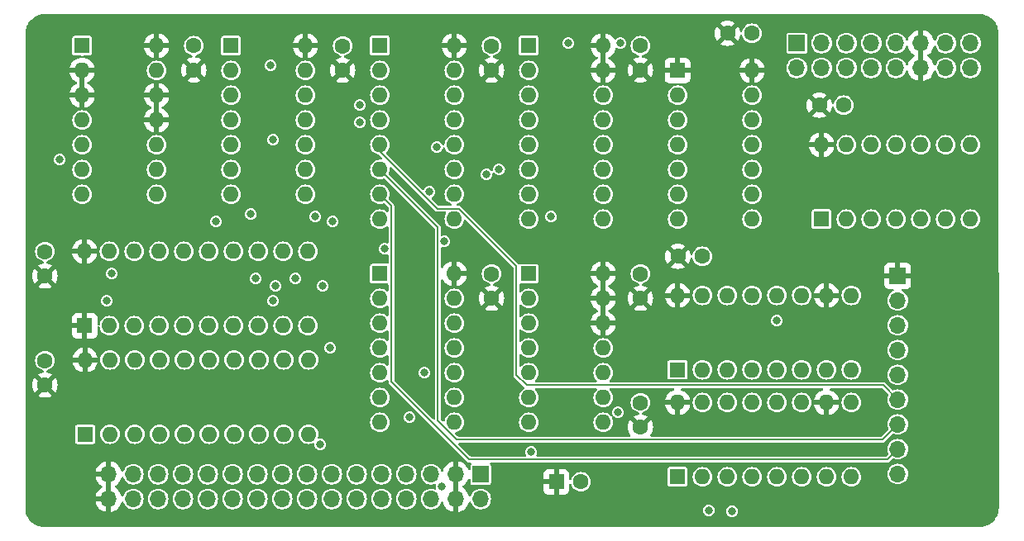
<source format=gbr>
%TF.GenerationSoftware,KiCad,Pcbnew,8.0.5*%
%TF.CreationDate,2024-11-04T18:15:49+01:00*%
%TF.ProjectId,spi master,73706920-6d61-4737-9465-722e6b696361,rev?*%
%TF.SameCoordinates,Original*%
%TF.FileFunction,Copper,L3,Inr*%
%TF.FilePolarity,Positive*%
%FSLAX46Y46*%
G04 Gerber Fmt 4.6, Leading zero omitted, Abs format (unit mm)*
G04 Created by KiCad (PCBNEW 8.0.5) date 2024-11-04 18:15:49*
%MOMM*%
%LPD*%
G01*
G04 APERTURE LIST*
%TA.AperFunction,ComponentPad*%
%ADD10R,1.700000X1.700000*%
%TD*%
%TA.AperFunction,ComponentPad*%
%ADD11O,1.700000X1.700000*%
%TD*%
%TA.AperFunction,ComponentPad*%
%ADD12R,1.600000X1.600000*%
%TD*%
%TA.AperFunction,ComponentPad*%
%ADD13O,1.600000X1.600000*%
%TD*%
%TA.AperFunction,ComponentPad*%
%ADD14C,1.600000*%
%TD*%
%TA.AperFunction,ViaPad*%
%ADD15C,0.800000*%
%TD*%
%TA.AperFunction,Conductor*%
%ADD16C,0.200000*%
%TD*%
G04 APERTURE END LIST*
D10*
%TO.N,GND*%
%TO.C,J2*%
X147231100Y-112522000D03*
D11*
X147231100Y-115062000D03*
%TO.N,+5V*%
X144691100Y-112522000D03*
X144691100Y-115062000D03*
%TO.N,unconnected-(J2-Pin_5-Pad5)*%
X142151100Y-112522000D03*
%TO.N,unconnected-(J2-Pin_6-Pad6)*%
X142151100Y-115062000D03*
%TO.N,unconnected-(J2-Pin_7-Pad7)*%
X139611100Y-112522000D03*
%TO.N,unconnected-(J2-Pin_8-Pad8)*%
X139611100Y-115062000D03*
%TO.N,unconnected-(J2-Pin_9-Pad9)*%
X137071100Y-112522000D03*
%TO.N,~{RES}*%
X137071100Y-115062000D03*
%TO.N,~{IRQ}*%
X134531100Y-112522000D03*
%TO.N,CLK*%
X134531100Y-115062000D03*
%TO.N,/D7*%
X131991100Y-112522000D03*
%TO.N,R~{W}*%
X131991100Y-115062000D03*
%TO.N,/D6*%
X129451100Y-112522000D03*
%TO.N,~{CS}*%
X129451100Y-115062000D03*
%TO.N,/D5*%
X126911100Y-112522000D03*
%TO.N,unconnected-(J2-Pin_18-Pad18)*%
X126911100Y-115062000D03*
%TO.N,/D4*%
X124371100Y-112522000D03*
%TO.N,unconnected-(J2-Pin_20-Pad20)*%
X124371100Y-115062000D03*
%TO.N,/D3*%
X121831100Y-112522000D03*
%TO.N,unconnected-(J2-Pin_22-Pad22)*%
X121831100Y-115062000D03*
%TO.N,/D2*%
X119291100Y-112522000D03*
%TO.N,unconnected-(J2-Pin_24-Pad24)*%
X119291100Y-115062000D03*
%TO.N,/D1*%
X116751100Y-112522000D03*
%TO.N,unconnected-(J2-Pin_26-Pad26)*%
X116751100Y-115062000D03*
%TO.N,/D0*%
X114211100Y-112522000D03*
%TO.N,A0*%
X114211100Y-115062000D03*
%TO.N,GND*%
X111671100Y-112522000D03*
X111671100Y-115062000D03*
%TO.N,+5V*%
X109131100Y-112522000D03*
X109131100Y-115062000D03*
%TD*%
D12*
%TO.N,~{ITC_RES}*%
%TO.C,U9*%
X106426000Y-68580000D03*
D13*
%TO.N,+5V*%
X106426000Y-71120000D03*
X106426000Y-73660000D03*
%TO.N,~{TX_COMPLETE_RES}*%
X106426000Y-76200000D03*
%TO.N,ITC*%
X106426000Y-78740000D03*
%TO.N,unconnected-(U9A-~{Q}-Pad6)*%
X106426000Y-81280000D03*
%TO.N,GND*%
X106426000Y-83820000D03*
%TO.N,Net-(D1-K)*%
X114046000Y-83820000D03*
%TO.N,RUNNING*%
X114046000Y-81280000D03*
%TO.N,~{DATA_WR}*%
X114046000Y-78740000D03*
%TO.N,+5V*%
X114046000Y-76200000D03*
X114046000Y-73660000D03*
%TO.N,~{TX_COMPLETE_RES}*%
X114046000Y-71120000D03*
%TO.N,+5V*%
X114046000Y-68580000D03*
%TD*%
D12*
%TO.N,GND*%
%TO.C,U4*%
X136906000Y-91948000D03*
D13*
%TO.N,unconnected-(U4-Pad2)*%
X136906000Y-94488000D03*
%TO.N,TX_COMPLETE*%
X136906000Y-97028000D03*
%TO.N,Net-(U4-Pad4)*%
X136906000Y-99568000D03*
%TO.N,DEN*%
X136906000Y-102108000D03*
%TO.N,Net-(U3A-E)*%
X136906000Y-104648000D03*
%TO.N,GND*%
X136906000Y-107188000D03*
%TO.N,Net-(U2-Pad4)*%
X144526000Y-107188000D03*
%TO.N,Net-(U7-Q7)*%
X144526000Y-104648000D03*
%TO.N,Net-(U2-Pad10)*%
X144526000Y-102108000D03*
%TO.N,~{CS}*%
X144526000Y-99568000D03*
%TO.N,~{SPI_CLK}*%
X144526000Y-97028000D03*
%TO.N,SPI_CLK*%
X144526000Y-94488000D03*
%TO.N,+5V*%
X144526000Y-91948000D03*
%TD*%
D12*
%TO.N,~{DATA_WR}*%
%TO.C,U7*%
X167376000Y-112776000D03*
D13*
%TO.N,~{SPI_CLK}*%
X169916000Y-112776000D03*
%TO.N,/D4*%
X172456000Y-112776000D03*
%TO.N,/D5*%
X174996000Y-112776000D03*
%TO.N,/D6*%
X177536000Y-112776000D03*
%TO.N,/D7*%
X180076000Y-112776000D03*
%TO.N,unconnected-(U7-~{Q7}-Pad7)*%
X182616000Y-112776000D03*
%TO.N,GND*%
X185156000Y-112776000D03*
%TO.N,Net-(U7-Q7)*%
X185156000Y-105156000D03*
%TO.N,+5V*%
X182616000Y-105156000D03*
%TO.N,/D0*%
X180076000Y-105156000D03*
%TO.N,/D1*%
X177536000Y-105156000D03*
%TO.N,/D2*%
X174996000Y-105156000D03*
%TO.N,/D3*%
X172456000Y-105156000D03*
%TO.N,GND*%
X169916000Y-105156000D03*
%TO.N,+5V*%
X167376000Y-105156000D03*
%TD*%
D12*
%TO.N,+5V*%
%TO.C,U8*%
X167376000Y-71115000D03*
D13*
%TO.N,GND*%
X167376000Y-73655000D03*
%TO.N,unconnected-(U8A-Q0-Pad3)*%
X167376000Y-76195000D03*
%TO.N,unconnected-(U8A-Q1-Pad4)*%
X167376000Y-78735000D03*
%TO.N,unconnected-(U8A-Q2-Pad5)*%
X167376000Y-81275000D03*
%TO.N,unconnected-(U8A-Q3-Pad6)*%
X167376000Y-83815000D03*
%TO.N,GND*%
X167376000Y-86355000D03*
%TO.N,Net-(U10-I3a)*%
X174996000Y-86355000D03*
%TO.N,Net-(U10-I2a)*%
X174996000Y-83815000D03*
%TO.N,Net-(U10-I1a)*%
X174996000Y-81275000D03*
%TO.N,unconnected-(U8B-Q0-Pad11)*%
X174996000Y-78735000D03*
%TO.N,GND*%
X174996000Y-76195000D03*
%TO.N,CLK*%
X174996000Y-73655000D03*
%TO.N,+5V*%
X174996000Y-71115000D03*
%TD*%
D12*
%TO.N,/D1*%
%TO.C,U6*%
X167376000Y-101803200D03*
D13*
%TO.N,/D2*%
X169916000Y-101803200D03*
%TO.N,/D3*%
X172456000Y-101803200D03*
%TO.N,/D4*%
X174996000Y-101803200D03*
%TO.N,/D5*%
X177536000Y-101803200D03*
%TO.N,/D6*%
X180076000Y-101803200D03*
%TO.N,/D7*%
X182616000Y-101803200D03*
%TO.N,GND*%
X185156000Y-101803200D03*
%TO.N,unconnected-(U6-QH'-Pad9)*%
X185156000Y-94183200D03*
%TO.N,+5V*%
X182616000Y-94183200D03*
%TO.N,SPI_CLK*%
X180076000Y-94183200D03*
%TO.N,TX_COMPLETE*%
X177536000Y-94183200D03*
%TO.N,~{DATA_RD}*%
X174996000Y-94183200D03*
%TO.N,MISO*%
X172456000Y-94183200D03*
%TO.N,/D0*%
X169916000Y-94183200D03*
%TO.N,+5V*%
X167376000Y-94183200D03*
%TD*%
D12*
%TO.N,+5V*%
%TO.C,U12*%
X106685000Y-97282000D03*
D13*
%TO.N,DIV0*%
X109225000Y-97282000D03*
%TO.N,DIV1*%
X111765000Y-97282000D03*
%TO.N,SEL0*%
X114305000Y-97282000D03*
%TO.N,SEL1*%
X116845000Y-97282000D03*
%TO.N,DEN*%
X119385000Y-97282000D03*
%TO.N,IEN*%
X121925000Y-97282000D03*
%TO.N,RUNNING*%
X124465000Y-97282000D03*
%TO.N,ITC*%
X127005000Y-97282000D03*
%TO.N,GND*%
X129545000Y-97282000D03*
%TO.N,/D7*%
X129545000Y-89662000D03*
%TO.N,/D6*%
X127005000Y-89662000D03*
%TO.N,/D5*%
X124465000Y-89662000D03*
%TO.N,/D4*%
X121925000Y-89662000D03*
%TO.N,/D3*%
X119385000Y-89662000D03*
%TO.N,/D2*%
X116845000Y-89662000D03*
%TO.N,/D1*%
X114305000Y-89662000D03*
%TO.N,/D0*%
X111765000Y-89662000D03*
%TO.N,~{CTRL_RD}*%
X109225000Y-89662000D03*
%TO.N,+5V*%
X106685000Y-89662000D03*
%TD*%
D12*
%TO.N,~{RES}*%
%TO.C,U11*%
X106735800Y-108417360D03*
D13*
%TO.N,DIV0*%
X109275800Y-108417360D03*
%TO.N,/D0*%
X111815800Y-108417360D03*
%TO.N,/D1*%
X114355800Y-108417360D03*
%TO.N,DIV1*%
X116895800Y-108417360D03*
%TO.N,SEL0*%
X119435800Y-108417360D03*
%TO.N,/D2*%
X121975800Y-108417360D03*
%TO.N,/D3*%
X124515800Y-108417360D03*
%TO.N,SEL1*%
X127055800Y-108417360D03*
%TO.N,GND*%
X129595800Y-108417360D03*
%TO.N,~{CTRL_WR}*%
X129595800Y-100797360D03*
%TO.N,DEN*%
X127055800Y-100797360D03*
%TO.N,/D4*%
X124515800Y-100797360D03*
%TO.N,/D5*%
X121975800Y-100797360D03*
%TO.N,IEN*%
X119435800Y-100797360D03*
%TO.N,unconnected-(U11-Q6-Pad16)*%
X116895800Y-100797360D03*
%TO.N,/D6*%
X114355800Y-100797360D03*
%TO.N,/D7*%
X111815800Y-100797360D03*
%TO.N,unconnected-(U11-Q7-Pad19)*%
X109275800Y-100797360D03*
%TO.N,+5V*%
X106735800Y-100797360D03*
%TD*%
D12*
%TO.N,Net-(U3A-E)*%
%TO.C,U3*%
X136896000Y-68570000D03*
D13*
%TO.N,SEL0*%
X136896000Y-71110000D03*
%TO.N,SEL1*%
X136896000Y-73650000D03*
%TO.N,~{CS0}*%
X136896000Y-76190000D03*
%TO.N,~{CS1}*%
X136896000Y-78730000D03*
%TO.N,~{CS2}*%
X136896000Y-81270000D03*
%TO.N,~{CS3}*%
X136896000Y-83810000D03*
%TO.N,GND*%
X136896000Y-86350000D03*
%TO.N,~{CTRL_RD}*%
X144516000Y-86350000D03*
%TO.N,~{CTRL_WR}*%
X144516000Y-83810000D03*
%TO.N,~{DATA_RD}*%
X144516000Y-81270000D03*
%TO.N,~{DATA_WR}*%
X144516000Y-78730000D03*
%TO.N,A0*%
X144516000Y-76190000D03*
%TO.N,R~{W}*%
X144516000Y-73650000D03*
%TO.N,~{CS}_{QUAL}*%
X144516000Y-71110000D03*
%TO.N,+5V*%
X144516000Y-68570000D03*
%TD*%
D12*
%TO.N,GND*%
%TO.C,U10*%
X152136000Y-68570000D03*
D13*
%TO.N,DIV1*%
X152136000Y-71110000D03*
%TO.N,Net-(U10-I3a)*%
X152136000Y-73650000D03*
%TO.N,Net-(U10-I2a)*%
X152136000Y-76190000D03*
%TO.N,Net-(U10-I1a)*%
X152136000Y-78730000D03*
%TO.N,CLK*%
X152136000Y-81270000D03*
%TO.N,DIV_CLK*%
X152136000Y-83810000D03*
%TO.N,GND*%
X152136000Y-86350000D03*
%TO.N,unconnected-(U10-Zb-Pad9)*%
X159756000Y-86350000D03*
%TO.N,GND*%
X159756000Y-83810000D03*
X159756000Y-81270000D03*
X159756000Y-78730000D03*
X159756000Y-76190000D03*
%TO.N,DIV0*%
X159756000Y-73650000D03*
%TO.N,+5V*%
X159756000Y-71110000D03*
X159756000Y-68570000D03*
%TD*%
D10*
%TO.N,GND*%
%TO.C,J5*%
X179578000Y-68326000D03*
D11*
X179578000Y-70866000D03*
%TO.N,MISO*%
X182118000Y-68326000D03*
X182118000Y-70866000D03*
%TO.N,SPI_CLK*%
X184658000Y-68326000D03*
X184658000Y-70866000D03*
%TO.N,MOSI*%
X187198000Y-68326000D03*
X187198000Y-70866000D03*
%TO.N,~{CS0}*%
X189738000Y-68326000D03*
X189738000Y-70866000D03*
%TO.N,+5V*%
X192278000Y-68326000D03*
X192278000Y-70866000D03*
%TO.N,unconnected-(J5-Pin_13-Pad13)*%
X194818000Y-68326000D03*
%TO.N,unconnected-(J5-Pin_14-Pad14)*%
X194818000Y-70866000D03*
%TO.N,GND*%
X197358000Y-68326000D03*
X197358000Y-70866000D03*
%TD*%
D14*
%TO.N,+5V*%
%TO.C,C5*%
X172486000Y-67310000D03*
%TO.N,GND*%
X174986000Y-67310000D03*
%TD*%
%TO.N,+5V*%
%TO.C,C4*%
X163566000Y-71080000D03*
%TO.N,GND*%
X163566000Y-68580000D03*
%TD*%
%TO.N,+5V*%
%TO.C,C11*%
X167406000Y-90170000D03*
%TO.N,GND*%
X169906000Y-90170000D03*
%TD*%
D12*
%TO.N,~{DATA_WR}*%
%TO.C,U5*%
X152146000Y-91953000D03*
D13*
%TO.N,~{DATA_RD}*%
X152146000Y-94493000D03*
%TO.N,Net-(U5-Pad3)*%
X152146000Y-97033000D03*
X152146000Y-99573000D03*
%TO.N,~{RES}*%
X152146000Y-102113000D03*
%TO.N,~{ITC_RES}*%
X152146000Y-104653000D03*
%TO.N,GND*%
X152146000Y-107193000D03*
%TO.N,~{TX_COMPLETE_RES}*%
X159766000Y-107193000D03*
%TO.N,Net-(U4-Pad4)*%
X159766000Y-104653000D03*
%TO.N,~{RES}*%
X159766000Y-102113000D03*
%TO.N,unconnected-(U5-Pad11)*%
X159766000Y-99573000D03*
%TO.N,+5V*%
X159766000Y-97033000D03*
X159766000Y-94493000D03*
X159766000Y-91953000D03*
%TD*%
D12*
%TO.N,DIV_CLK*%
%TO.C,U1*%
X182118000Y-86360000D03*
D13*
%TO.N,Net-(U1A-MR)*%
X184658000Y-86360000D03*
%TO.N,SPI_CLK*%
X187198000Y-86360000D03*
%TO.N,unconnected-(U1A-Q1-Pad4)*%
X189738000Y-86360000D03*
%TO.N,unconnected-(U1A-Q2-Pad5)*%
X192278000Y-86360000D03*
%TO.N,Net-(U1A-Q3)*%
X194818000Y-86360000D03*
%TO.N,GND*%
X197358000Y-86360000D03*
%TO.N,unconnected-(U1B-Q3-Pad8)*%
X197358000Y-78740000D03*
%TO.N,unconnected-(U1B-Q2-Pad9)*%
X194818000Y-78740000D03*
%TO.N,unconnected-(U1B-Q1-Pad10)*%
X192278000Y-78740000D03*
%TO.N,TX_COMPLETE*%
X189738000Y-78740000D03*
%TO.N,Net-(U1A-MR)*%
X187198000Y-78740000D03*
%TO.N,Net-(U1A-Q3)*%
X184658000Y-78740000D03*
%TO.N,+5V*%
X182118000Y-78740000D03*
%TD*%
D12*
%TO.N,+5V*%
%TO.C,C13*%
X154980000Y-113284000D03*
D14*
%TO.N,GND*%
X157480000Y-113284000D03*
%TD*%
%TO.N,+5V*%
%TO.C,C12*%
X163576000Y-107676000D03*
%TO.N,GND*%
X163576000Y-105176000D03*
%TD*%
%TO.N,+5V*%
%TO.C,C10*%
X163576000Y-94468000D03*
%TO.N,GND*%
X163576000Y-91968000D03*
%TD*%
%TO.N,+5V*%
%TO.C,C2*%
X133086000Y-71100000D03*
%TO.N,GND*%
X133086000Y-68600000D03*
%TD*%
%TO.N,+5V*%
%TO.C,C6*%
X181884000Y-74676000D03*
%TO.N,GND*%
X184384000Y-74676000D03*
%TD*%
%TO.N,+5V*%
%TO.C,C9*%
X148336000Y-94468000D03*
%TO.N,GND*%
X148336000Y-91968000D03*
%TD*%
D12*
%TO.N,~{RES}*%
%TO.C,U2*%
X121666000Y-68575000D03*
D13*
%TO.N,RUNNING*%
X121666000Y-71115000D03*
%TO.N,Net-(U1A-MR)*%
X121666000Y-73655000D03*
%TO.N,Net-(U2-Pad4)*%
X121666000Y-76195000D03*
%TO.N,RUNNING*%
X121666000Y-78735000D03*
%TO.N,MOSI*%
X121666000Y-81275000D03*
%TO.N,GND*%
X121666000Y-83815000D03*
%TO.N,~{CS}_{QUAL}*%
X129286000Y-83815000D03*
%TO.N,CLK*%
X129286000Y-81275000D03*
%TO.N,Net-(U2-Pad10)*%
X129286000Y-78735000D03*
%TO.N,~{IRQ}*%
X129286000Y-76195000D03*
%TO.N,ITC*%
X129286000Y-73655000D03*
%TO.N,IEN*%
X129286000Y-71115000D03*
%TO.N,+5V*%
X129286000Y-68575000D03*
%TD*%
D14*
%TO.N,+5V*%
%TO.C,C1*%
X117856000Y-71080000D03*
%TO.N,GND*%
X117856000Y-68580000D03*
%TD*%
%TO.N,+5V*%
%TO.C,C3*%
X148326000Y-71100000D03*
%TO.N,GND*%
X148326000Y-68600000D03*
%TD*%
%TO.N,+5V*%
%TO.C,C8*%
X102616000Y-103358000D03*
%TO.N,GND*%
X102616000Y-100858000D03*
%TD*%
%TO.N,+5V*%
%TO.C,C7*%
X102616000Y-92182000D03*
%TO.N,GND*%
X102616000Y-89682000D03*
%TD*%
D10*
%TO.N,+5V*%
%TO.C,J1*%
X189910000Y-92162000D03*
D11*
%TO.N,MOSI*%
X189910000Y-94702000D03*
%TO.N,MISO*%
X189910000Y-97242000D03*
%TO.N,SPI_CLK*%
X189910000Y-99782000D03*
%TO.N,~{CS0}*%
X189910000Y-102322000D03*
%TO.N,~{CS1}*%
X189910000Y-104862000D03*
%TO.N,~{CS2}*%
X189910000Y-107402000D03*
%TO.N,~{CS3}*%
X189910000Y-109942000D03*
%TO.N,GND*%
X189910000Y-112482000D03*
%TD*%
D15*
%TO.N,/D1*%
X172956533Y-116314533D03*
%TO.N,/D2*%
X170561000Y-116205000D03*
%TO.N,/D3*%
X130810000Y-109474000D03*
%TO.N,~{CS}*%
X131826000Y-99568000D03*
%TO.N,CLK*%
X149108000Y-81270000D03*
%TO.N,~{RES}*%
X139954000Y-106680000D03*
X143256000Y-113792000D03*
%TO.N,A0*%
X141478000Y-102108000D03*
%TO.N,MOSI*%
X125730000Y-70612000D03*
%TO.N,IEN*%
X134874000Y-76454000D03*
X137414000Y-89408000D03*
%TO.N,ITC*%
X130302000Y-86106000D03*
X131064000Y-93218000D03*
X104140000Y-80264000D03*
%TO.N,DIV_CLK*%
X154432000Y-86106000D03*
%TO.N,RUNNING*%
X124206000Y-92456000D03*
X109474000Y-91948000D03*
%TO.N,TX_COMPLETE*%
X177546000Y-96774000D03*
%TO.N,Net-(U2-Pad4)*%
X141986000Y-83566000D03*
%TO.N,Net-(U2-Pad10)*%
X142748000Y-78994000D03*
%TO.N,DEN*%
X125984000Y-94742000D03*
%TO.N,SEL1*%
X128270000Y-92456000D03*
%TO.N,SEL0*%
X126238000Y-93218000D03*
%TO.N,~{CS}_{QUAL}*%
X134874000Y-74676000D03*
%TO.N,Net-(U1A-MR)*%
X120142000Y-86614000D03*
%TO.N,DIV0*%
X123698000Y-85852000D03*
X125984000Y-78232000D03*
%TO.N,DIV1*%
X108966000Y-94742000D03*
%TO.N,~{CTRL_RD}*%
X143510000Y-88646000D03*
%TO.N,~{CTRL_WR}*%
X132080000Y-86614000D03*
%TO.N,~{SPI_CLK}*%
X152400000Y-110236000D03*
%TO.N,~{TX_COMPLETE_RES}*%
X156210000Y-68326000D03*
%TO.N,~{ITC_RES}*%
X161290000Y-106172000D03*
X161544000Y-68326000D03*
%TO.N,Net-(D1-K)*%
X147828000Y-81788000D03*
%TD*%
D16*
%TO.N,~{CS2}*%
X136896000Y-81270000D02*
X142850000Y-87224000D01*
X142850000Y-107036000D02*
X144780000Y-108966000D01*
X144780000Y-108966000D02*
X188346000Y-108966000D01*
X142850000Y-87224000D02*
X142850000Y-107036000D01*
X188346000Y-108966000D02*
X189910000Y-107402000D01*
%TO.N,~{CS1}*%
X136896000Y-79409381D02*
X142776619Y-85290000D01*
X142776619Y-85290000D02*
X144980000Y-85290000D01*
X150876000Y-102342067D02*
X151911933Y-103378000D01*
X188426000Y-103378000D02*
X189910000Y-104862000D01*
X144980000Y-85290000D02*
X150876000Y-91186000D01*
X151911933Y-103378000D02*
X188426000Y-103378000D01*
X150876000Y-91186000D02*
X150876000Y-102342067D01*
%TO.N,~{CS3}*%
X188854000Y-110998000D02*
X189910000Y-109942000D01*
X146050000Y-110998000D02*
X188854000Y-110998000D01*
X136896000Y-83810000D02*
X138074000Y-84988000D01*
X138074000Y-84988000D02*
X138074000Y-103022000D01*
X138074000Y-103022000D02*
X146050000Y-110998000D01*
%TD*%
%TA.AperFunction,Conductor*%
%TO.N,+5V*%
G36*
X109381100Y-114628988D02*
G01*
X109324093Y-114596075D01*
X109196926Y-114562000D01*
X109065274Y-114562000D01*
X108938107Y-114596075D01*
X108881100Y-114628988D01*
X108881100Y-112955012D01*
X108938107Y-112987925D01*
X109065274Y-113022000D01*
X109196926Y-113022000D01*
X109324093Y-112987925D01*
X109381100Y-112955012D01*
X109381100Y-114628988D01*
G37*
%TD.AperFunction*%
%TA.AperFunction,Conductor*%
G36*
X144941100Y-114628988D02*
G01*
X144884093Y-114596075D01*
X144756926Y-114562000D01*
X144625274Y-114562000D01*
X144498107Y-114596075D01*
X144441100Y-114628988D01*
X144441100Y-112955012D01*
X144498107Y-112987925D01*
X144625274Y-113022000D01*
X144756926Y-113022000D01*
X144884093Y-112987925D01*
X144941100Y-112955012D01*
X144941100Y-114628988D01*
G37*
%TD.AperFunction*%
%TA.AperFunction,Conductor*%
G36*
X160016000Y-96717314D02*
G01*
X160011606Y-96712920D01*
X159920394Y-96660259D01*
X159818661Y-96633000D01*
X159713339Y-96633000D01*
X159611606Y-96660259D01*
X159520394Y-96712920D01*
X159516000Y-96717314D01*
X159516000Y-94808686D01*
X159520394Y-94813080D01*
X159611606Y-94865741D01*
X159713339Y-94893000D01*
X159818661Y-94893000D01*
X159920394Y-94865741D01*
X160011606Y-94813080D01*
X160016000Y-94808686D01*
X160016000Y-96717314D01*
G37*
%TD.AperFunction*%
%TA.AperFunction,Conductor*%
G36*
X160016000Y-94177314D02*
G01*
X160011606Y-94172920D01*
X159920394Y-94120259D01*
X159818661Y-94093000D01*
X159713339Y-94093000D01*
X159611606Y-94120259D01*
X159520394Y-94172920D01*
X159516000Y-94177314D01*
X159516000Y-92268686D01*
X159520394Y-92273080D01*
X159611606Y-92325741D01*
X159713339Y-92353000D01*
X159818661Y-92353000D01*
X159920394Y-92325741D01*
X160011606Y-92273080D01*
X160016000Y-92268686D01*
X160016000Y-94177314D01*
G37*
%TD.AperFunction*%
%TA.AperFunction,Conductor*%
G36*
X114296000Y-75884314D02*
G01*
X114291606Y-75879920D01*
X114200394Y-75827259D01*
X114098661Y-75800000D01*
X113993339Y-75800000D01*
X113891606Y-75827259D01*
X113800394Y-75879920D01*
X113796000Y-75884314D01*
X113796000Y-73975686D01*
X113800394Y-73980080D01*
X113891606Y-74032741D01*
X113993339Y-74060000D01*
X114098661Y-74060000D01*
X114200394Y-74032741D01*
X114291606Y-73980080D01*
X114296000Y-73975686D01*
X114296000Y-75884314D01*
G37*
%TD.AperFunction*%
%TA.AperFunction,Conductor*%
G36*
X106676000Y-73344314D02*
G01*
X106671606Y-73339920D01*
X106580394Y-73287259D01*
X106478661Y-73260000D01*
X106373339Y-73260000D01*
X106271606Y-73287259D01*
X106180394Y-73339920D01*
X106176000Y-73344314D01*
X106176000Y-71435686D01*
X106180394Y-71440080D01*
X106271606Y-71492741D01*
X106373339Y-71520000D01*
X106478661Y-71520000D01*
X106580394Y-71492741D01*
X106671606Y-71440080D01*
X106676000Y-71435686D01*
X106676000Y-73344314D01*
G37*
%TD.AperFunction*%
%TA.AperFunction,Conductor*%
G36*
X160006000Y-70794314D02*
G01*
X160001606Y-70789920D01*
X159910394Y-70737259D01*
X159808661Y-70710000D01*
X159703339Y-70710000D01*
X159601606Y-70737259D01*
X159510394Y-70789920D01*
X159506000Y-70794314D01*
X159506000Y-68885686D01*
X159510394Y-68890080D01*
X159601606Y-68942741D01*
X159703339Y-68970000D01*
X159808661Y-68970000D01*
X159910394Y-68942741D01*
X160001606Y-68890080D01*
X160006000Y-68885686D01*
X160006000Y-70794314D01*
G37*
%TD.AperFunction*%
%TA.AperFunction,Conductor*%
G36*
X192528000Y-70432988D02*
G01*
X192470993Y-70400075D01*
X192343826Y-70366000D01*
X192212174Y-70366000D01*
X192085007Y-70400075D01*
X192028000Y-70432988D01*
X192028000Y-68759012D01*
X192085007Y-68791925D01*
X192212174Y-68826000D01*
X192343826Y-68826000D01*
X192470993Y-68791925D01*
X192528000Y-68759012D01*
X192528000Y-70432988D01*
G37*
%TD.AperFunction*%
%TA.AperFunction,Conductor*%
G36*
X198264833Y-65338050D02*
G01*
X198283897Y-65338006D01*
X198283898Y-65338007D01*
X198296273Y-65337978D01*
X198304356Y-65338224D01*
X198543776Y-65353345D01*
X198559848Y-65355421D01*
X198579525Y-65359284D01*
X198791276Y-65400856D01*
X198806928Y-65405007D01*
X199030453Y-65480239D01*
X199045428Y-65486395D01*
X199257252Y-65590147D01*
X199271288Y-65598200D01*
X199467752Y-65728680D01*
X199480634Y-65738506D01*
X199502949Y-65757961D01*
X199658396Y-65893489D01*
X199669890Y-65904915D01*
X199825919Y-66081757D01*
X199835825Y-66094585D01*
X199967462Y-66290274D01*
X199975609Y-66304284D01*
X200080591Y-66515453D01*
X200086843Y-66530407D01*
X200163391Y-66753481D01*
X200167638Y-66769121D01*
X200214439Y-67000267D01*
X200216610Y-67016328D01*
X200233125Y-67255391D01*
X200233420Y-67263857D01*
X200264856Y-115936448D01*
X200264591Y-115944635D01*
X200248443Y-116191087D01*
X200246326Y-116207169D01*
X200198934Y-116445443D01*
X200194736Y-116461111D01*
X200116650Y-116691155D01*
X200110443Y-116706141D01*
X200002994Y-116924029D01*
X199994884Y-116938076D01*
X199859915Y-117140074D01*
X199850040Y-117152943D01*
X199689861Y-117335592D01*
X199678392Y-117347061D01*
X199495743Y-117507240D01*
X199482874Y-117517115D01*
X199280876Y-117652084D01*
X199266829Y-117660194D01*
X199048941Y-117767643D01*
X199033955Y-117773850D01*
X198803911Y-117851936D01*
X198788243Y-117856134D01*
X198549969Y-117903526D01*
X198533888Y-117905643D01*
X198287404Y-117921794D01*
X198279296Y-117922059D01*
X198252551Y-117922059D01*
X198252515Y-117922063D01*
X102586789Y-117936471D01*
X102586315Y-117936396D01*
X102567051Y-117936439D01*
X102554683Y-117936466D01*
X102546588Y-117936220D01*
X102307180Y-117921096D01*
X102291106Y-117919020D01*
X102059686Y-117873580D01*
X102044022Y-117869425D01*
X101820507Y-117794194D01*
X101805518Y-117788031D01*
X101771231Y-117771237D01*
X101593731Y-117684295D01*
X101579673Y-117676230D01*
X101383219Y-117545755D01*
X101370334Y-117535926D01*
X101192576Y-117380948D01*
X101181086Y-117369526D01*
X101025048Y-117192675D01*
X101015151Y-117179860D01*
X100883515Y-116984178D01*
X100875368Y-116970170D01*
X100770377Y-116758991D01*
X100764126Y-116744038D01*
X100751121Y-116706141D01*
X100687572Y-116520966D01*
X100683328Y-116505334D01*
X100676435Y-116471295D01*
X100636523Y-116274198D01*
X100634351Y-116258138D01*
X100617824Y-116019008D01*
X100617530Y-116010476D01*
X100618110Y-112271999D01*
X107800464Y-112271999D01*
X107800464Y-112272000D01*
X108698088Y-112272000D01*
X108665175Y-112329007D01*
X108631100Y-112456174D01*
X108631100Y-112587826D01*
X108665175Y-112714993D01*
X108698088Y-112772000D01*
X107800464Y-112772000D01*
X107857667Y-112985486D01*
X107857670Y-112985492D01*
X107957499Y-113199578D01*
X108092994Y-113393082D01*
X108260017Y-113560105D01*
X108446131Y-113690425D01*
X108489756Y-113745003D01*
X108496948Y-113814501D01*
X108465426Y-113876856D01*
X108446131Y-113893575D01*
X108260022Y-114023890D01*
X108260020Y-114023891D01*
X108092991Y-114190920D01*
X108092986Y-114190926D01*
X107957500Y-114384420D01*
X107957499Y-114384422D01*
X107857670Y-114598507D01*
X107857667Y-114598513D01*
X107800464Y-114811999D01*
X107800464Y-114812000D01*
X108698088Y-114812000D01*
X108665175Y-114869007D01*
X108631100Y-114996174D01*
X108631100Y-115127826D01*
X108665175Y-115254993D01*
X108698088Y-115312000D01*
X107800464Y-115312000D01*
X107857667Y-115525486D01*
X107857670Y-115525492D01*
X107957499Y-115739578D01*
X108092994Y-115933082D01*
X108260017Y-116100105D01*
X108453521Y-116235600D01*
X108667607Y-116335429D01*
X108667616Y-116335433D01*
X108881100Y-116392634D01*
X108881100Y-115495012D01*
X108938107Y-115527925D01*
X109065274Y-115562000D01*
X109196926Y-115562000D01*
X109324093Y-115527925D01*
X109381100Y-115495012D01*
X109381100Y-116392633D01*
X109594583Y-116335433D01*
X109594592Y-116335429D01*
X109808678Y-116235600D01*
X110002182Y-116100105D01*
X110169205Y-115933082D01*
X110304700Y-115739578D01*
X110404529Y-115525492D01*
X110404533Y-115525483D01*
X110437258Y-115403350D01*
X110473622Y-115343690D01*
X110536469Y-115313160D01*
X110605845Y-115321454D01*
X110659723Y-115365939D01*
X110675693Y-115399447D01*
X110695868Y-115465954D01*
X110793415Y-115648450D01*
X110793417Y-115648452D01*
X110924689Y-115808410D01*
X111019540Y-115886251D01*
X111084650Y-115939685D01*
X111267146Y-116037232D01*
X111465166Y-116097300D01*
X111465165Y-116097300D01*
X111483629Y-116099118D01*
X111671100Y-116117583D01*
X111877034Y-116097300D01*
X112075054Y-116037232D01*
X112257550Y-115939685D01*
X112417510Y-115808410D01*
X112548785Y-115648450D01*
X112646332Y-115465954D01*
X112706400Y-115267934D01*
X112726683Y-115062000D01*
X113155517Y-115062000D01*
X113175799Y-115267932D01*
X113175800Y-115267934D01*
X113235868Y-115465954D01*
X113333415Y-115648450D01*
X113333417Y-115648452D01*
X113464689Y-115808410D01*
X113559540Y-115886251D01*
X113624650Y-115939685D01*
X113807146Y-116037232D01*
X114005166Y-116097300D01*
X114005165Y-116097300D01*
X114023629Y-116099118D01*
X114211100Y-116117583D01*
X114417034Y-116097300D01*
X114615054Y-116037232D01*
X114797550Y-115939685D01*
X114957510Y-115808410D01*
X115088785Y-115648450D01*
X115186332Y-115465954D01*
X115246400Y-115267934D01*
X115266683Y-115062000D01*
X115695517Y-115062000D01*
X115715799Y-115267932D01*
X115715800Y-115267934D01*
X115775868Y-115465954D01*
X115873415Y-115648450D01*
X115873417Y-115648452D01*
X116004689Y-115808410D01*
X116099540Y-115886251D01*
X116164650Y-115939685D01*
X116347146Y-116037232D01*
X116545166Y-116097300D01*
X116545165Y-116097300D01*
X116563629Y-116099118D01*
X116751100Y-116117583D01*
X116957034Y-116097300D01*
X117155054Y-116037232D01*
X117337550Y-115939685D01*
X117497510Y-115808410D01*
X117628785Y-115648450D01*
X117726332Y-115465954D01*
X117786400Y-115267934D01*
X117806683Y-115062000D01*
X118235517Y-115062000D01*
X118255799Y-115267932D01*
X118255800Y-115267934D01*
X118315868Y-115465954D01*
X118413415Y-115648450D01*
X118413417Y-115648452D01*
X118544689Y-115808410D01*
X118639540Y-115886251D01*
X118704650Y-115939685D01*
X118887146Y-116037232D01*
X119085166Y-116097300D01*
X119085165Y-116097300D01*
X119103629Y-116099118D01*
X119291100Y-116117583D01*
X119497034Y-116097300D01*
X119695054Y-116037232D01*
X119877550Y-115939685D01*
X120037510Y-115808410D01*
X120168785Y-115648450D01*
X120266332Y-115465954D01*
X120326400Y-115267934D01*
X120346683Y-115062000D01*
X120775517Y-115062000D01*
X120795799Y-115267932D01*
X120795800Y-115267934D01*
X120855868Y-115465954D01*
X120953415Y-115648450D01*
X120953417Y-115648452D01*
X121084689Y-115808410D01*
X121179540Y-115886251D01*
X121244650Y-115939685D01*
X121427146Y-116037232D01*
X121625166Y-116097300D01*
X121625165Y-116097300D01*
X121643629Y-116099118D01*
X121831100Y-116117583D01*
X122037034Y-116097300D01*
X122235054Y-116037232D01*
X122417550Y-115939685D01*
X122577510Y-115808410D01*
X122708785Y-115648450D01*
X122806332Y-115465954D01*
X122866400Y-115267934D01*
X122886683Y-115062000D01*
X123315517Y-115062000D01*
X123335799Y-115267932D01*
X123335800Y-115267934D01*
X123395868Y-115465954D01*
X123493415Y-115648450D01*
X123493417Y-115648452D01*
X123624689Y-115808410D01*
X123719540Y-115886251D01*
X123784650Y-115939685D01*
X123967146Y-116037232D01*
X124165166Y-116097300D01*
X124165165Y-116097300D01*
X124183629Y-116099118D01*
X124371100Y-116117583D01*
X124577034Y-116097300D01*
X124775054Y-116037232D01*
X124957550Y-115939685D01*
X125117510Y-115808410D01*
X125248785Y-115648450D01*
X125346332Y-115465954D01*
X125406400Y-115267934D01*
X125426683Y-115062000D01*
X125855517Y-115062000D01*
X125875799Y-115267932D01*
X125875800Y-115267934D01*
X125935868Y-115465954D01*
X126033415Y-115648450D01*
X126033417Y-115648452D01*
X126164689Y-115808410D01*
X126259540Y-115886251D01*
X126324650Y-115939685D01*
X126507146Y-116037232D01*
X126705166Y-116097300D01*
X126705165Y-116097300D01*
X126723629Y-116099118D01*
X126911100Y-116117583D01*
X127117034Y-116097300D01*
X127315054Y-116037232D01*
X127497550Y-115939685D01*
X127657510Y-115808410D01*
X127788785Y-115648450D01*
X127886332Y-115465954D01*
X127946400Y-115267934D01*
X127966683Y-115062000D01*
X128395517Y-115062000D01*
X128415799Y-115267932D01*
X128415800Y-115267934D01*
X128475868Y-115465954D01*
X128573415Y-115648450D01*
X128573417Y-115648452D01*
X128704689Y-115808410D01*
X128799540Y-115886251D01*
X128864650Y-115939685D01*
X129047146Y-116037232D01*
X129245166Y-116097300D01*
X129245165Y-116097300D01*
X129263629Y-116099118D01*
X129451100Y-116117583D01*
X129657034Y-116097300D01*
X129855054Y-116037232D01*
X130037550Y-115939685D01*
X130197510Y-115808410D01*
X130328785Y-115648450D01*
X130426332Y-115465954D01*
X130486400Y-115267934D01*
X130506683Y-115062000D01*
X130935517Y-115062000D01*
X130955799Y-115267932D01*
X130955800Y-115267934D01*
X131015868Y-115465954D01*
X131113415Y-115648450D01*
X131113417Y-115648452D01*
X131244689Y-115808410D01*
X131339540Y-115886251D01*
X131404650Y-115939685D01*
X131587146Y-116037232D01*
X131785166Y-116097300D01*
X131785165Y-116097300D01*
X131803629Y-116099118D01*
X131991100Y-116117583D01*
X132197034Y-116097300D01*
X132395054Y-116037232D01*
X132577550Y-115939685D01*
X132737510Y-115808410D01*
X132868785Y-115648450D01*
X132966332Y-115465954D01*
X133026400Y-115267934D01*
X133046683Y-115062000D01*
X133475517Y-115062000D01*
X133495799Y-115267932D01*
X133495800Y-115267934D01*
X133555868Y-115465954D01*
X133653415Y-115648450D01*
X133653417Y-115648452D01*
X133784689Y-115808410D01*
X133879540Y-115886251D01*
X133944650Y-115939685D01*
X134127146Y-116037232D01*
X134325166Y-116097300D01*
X134325165Y-116097300D01*
X134343629Y-116099118D01*
X134531100Y-116117583D01*
X134737034Y-116097300D01*
X134935054Y-116037232D01*
X135117550Y-115939685D01*
X135277510Y-115808410D01*
X135408785Y-115648450D01*
X135506332Y-115465954D01*
X135566400Y-115267934D01*
X135586683Y-115062000D01*
X136015517Y-115062000D01*
X136035799Y-115267932D01*
X136035800Y-115267934D01*
X136095868Y-115465954D01*
X136193415Y-115648450D01*
X136193417Y-115648452D01*
X136324689Y-115808410D01*
X136419540Y-115886251D01*
X136484650Y-115939685D01*
X136667146Y-116037232D01*
X136865166Y-116097300D01*
X136865165Y-116097300D01*
X136883629Y-116099118D01*
X137071100Y-116117583D01*
X137277034Y-116097300D01*
X137475054Y-116037232D01*
X137657550Y-115939685D01*
X137817510Y-115808410D01*
X137948785Y-115648450D01*
X138046332Y-115465954D01*
X138106400Y-115267934D01*
X138126683Y-115062000D01*
X138555517Y-115062000D01*
X138575799Y-115267932D01*
X138575800Y-115267934D01*
X138635868Y-115465954D01*
X138733415Y-115648450D01*
X138733417Y-115648452D01*
X138864689Y-115808410D01*
X138959540Y-115886251D01*
X139024650Y-115939685D01*
X139207146Y-116037232D01*
X139405166Y-116097300D01*
X139405165Y-116097300D01*
X139423629Y-116099118D01*
X139611100Y-116117583D01*
X139817034Y-116097300D01*
X140015054Y-116037232D01*
X140197550Y-115939685D01*
X140357510Y-115808410D01*
X140488785Y-115648450D01*
X140586332Y-115465954D01*
X140646400Y-115267934D01*
X140666683Y-115062000D01*
X140646400Y-114856066D01*
X140586332Y-114658046D01*
X140488785Y-114475550D01*
X140366130Y-114326093D01*
X140357510Y-114315589D01*
X140232273Y-114212811D01*
X140197550Y-114184315D01*
X140015054Y-114086768D01*
X139817034Y-114026700D01*
X139817032Y-114026699D01*
X139817034Y-114026699D01*
X139611100Y-114006417D01*
X139405167Y-114026699D01*
X139207143Y-114086769D01*
X139122847Y-114131827D01*
X139024650Y-114184315D01*
X139024648Y-114184316D01*
X139024647Y-114184317D01*
X138864689Y-114315589D01*
X138733417Y-114475547D01*
X138635869Y-114658043D01*
X138575799Y-114856067D01*
X138555517Y-115062000D01*
X138126683Y-115062000D01*
X138106400Y-114856066D01*
X138046332Y-114658046D01*
X137948785Y-114475550D01*
X137826130Y-114326093D01*
X137817510Y-114315589D01*
X137692273Y-114212811D01*
X137657550Y-114184315D01*
X137475054Y-114086768D01*
X137277034Y-114026700D01*
X137277032Y-114026699D01*
X137277034Y-114026699D01*
X137071100Y-114006417D01*
X136865167Y-114026699D01*
X136667143Y-114086769D01*
X136582847Y-114131827D01*
X136484650Y-114184315D01*
X136484648Y-114184316D01*
X136484647Y-114184317D01*
X136324689Y-114315589D01*
X136193417Y-114475547D01*
X136095869Y-114658043D01*
X136035799Y-114856067D01*
X136015517Y-115062000D01*
X135586683Y-115062000D01*
X135566400Y-114856066D01*
X135506332Y-114658046D01*
X135408785Y-114475550D01*
X135286130Y-114326093D01*
X135277510Y-114315589D01*
X135152273Y-114212811D01*
X135117550Y-114184315D01*
X134935054Y-114086768D01*
X134737034Y-114026700D01*
X134737032Y-114026699D01*
X134737034Y-114026699D01*
X134531100Y-114006417D01*
X134325167Y-114026699D01*
X134127143Y-114086769D01*
X134042847Y-114131827D01*
X133944650Y-114184315D01*
X133944648Y-114184316D01*
X133944647Y-114184317D01*
X133784689Y-114315589D01*
X133653417Y-114475547D01*
X133555869Y-114658043D01*
X133495799Y-114856067D01*
X133475517Y-115062000D01*
X133046683Y-115062000D01*
X133026400Y-114856066D01*
X132966332Y-114658046D01*
X132868785Y-114475550D01*
X132746130Y-114326093D01*
X132737510Y-114315589D01*
X132612273Y-114212811D01*
X132577550Y-114184315D01*
X132395054Y-114086768D01*
X132197034Y-114026700D01*
X132197032Y-114026699D01*
X132197034Y-114026699D01*
X131991100Y-114006417D01*
X131785167Y-114026699D01*
X131587143Y-114086769D01*
X131502847Y-114131827D01*
X131404650Y-114184315D01*
X131404648Y-114184316D01*
X131404647Y-114184317D01*
X131244689Y-114315589D01*
X131113417Y-114475547D01*
X131015869Y-114658043D01*
X130955799Y-114856067D01*
X130935517Y-115062000D01*
X130506683Y-115062000D01*
X130486400Y-114856066D01*
X130426332Y-114658046D01*
X130328785Y-114475550D01*
X130206130Y-114326093D01*
X130197510Y-114315589D01*
X130072273Y-114212811D01*
X130037550Y-114184315D01*
X129855054Y-114086768D01*
X129657034Y-114026700D01*
X129657032Y-114026699D01*
X129657034Y-114026699D01*
X129451100Y-114006417D01*
X129245167Y-114026699D01*
X129047143Y-114086769D01*
X128962847Y-114131827D01*
X128864650Y-114184315D01*
X128864648Y-114184316D01*
X128864647Y-114184317D01*
X128704689Y-114315589D01*
X128573417Y-114475547D01*
X128475869Y-114658043D01*
X128415799Y-114856067D01*
X128395517Y-115062000D01*
X127966683Y-115062000D01*
X127946400Y-114856066D01*
X127886332Y-114658046D01*
X127788785Y-114475550D01*
X127666130Y-114326093D01*
X127657510Y-114315589D01*
X127532273Y-114212811D01*
X127497550Y-114184315D01*
X127315054Y-114086768D01*
X127117034Y-114026700D01*
X127117032Y-114026699D01*
X127117034Y-114026699D01*
X126911100Y-114006417D01*
X126705167Y-114026699D01*
X126507143Y-114086769D01*
X126422847Y-114131827D01*
X126324650Y-114184315D01*
X126324648Y-114184316D01*
X126324647Y-114184317D01*
X126164689Y-114315589D01*
X126033417Y-114475547D01*
X125935869Y-114658043D01*
X125875799Y-114856067D01*
X125855517Y-115062000D01*
X125426683Y-115062000D01*
X125406400Y-114856066D01*
X125346332Y-114658046D01*
X125248785Y-114475550D01*
X125126130Y-114326093D01*
X125117510Y-114315589D01*
X124992273Y-114212811D01*
X124957550Y-114184315D01*
X124775054Y-114086768D01*
X124577034Y-114026700D01*
X124577032Y-114026699D01*
X124577034Y-114026699D01*
X124371100Y-114006417D01*
X124165167Y-114026699D01*
X123967143Y-114086769D01*
X123882847Y-114131827D01*
X123784650Y-114184315D01*
X123784648Y-114184316D01*
X123784647Y-114184317D01*
X123624689Y-114315589D01*
X123493417Y-114475547D01*
X123395869Y-114658043D01*
X123335799Y-114856067D01*
X123315517Y-115062000D01*
X122886683Y-115062000D01*
X122866400Y-114856066D01*
X122806332Y-114658046D01*
X122708785Y-114475550D01*
X122586130Y-114326093D01*
X122577510Y-114315589D01*
X122452273Y-114212811D01*
X122417550Y-114184315D01*
X122235054Y-114086768D01*
X122037034Y-114026700D01*
X122037032Y-114026699D01*
X122037034Y-114026699D01*
X121831100Y-114006417D01*
X121625167Y-114026699D01*
X121427143Y-114086769D01*
X121342847Y-114131827D01*
X121244650Y-114184315D01*
X121244648Y-114184316D01*
X121244647Y-114184317D01*
X121084689Y-114315589D01*
X120953417Y-114475547D01*
X120855869Y-114658043D01*
X120795799Y-114856067D01*
X120775517Y-115062000D01*
X120346683Y-115062000D01*
X120326400Y-114856066D01*
X120266332Y-114658046D01*
X120168785Y-114475550D01*
X120046130Y-114326093D01*
X120037510Y-114315589D01*
X119912273Y-114212811D01*
X119877550Y-114184315D01*
X119695054Y-114086768D01*
X119497034Y-114026700D01*
X119497032Y-114026699D01*
X119497034Y-114026699D01*
X119291100Y-114006417D01*
X119085167Y-114026699D01*
X118887143Y-114086769D01*
X118802847Y-114131827D01*
X118704650Y-114184315D01*
X118704648Y-114184316D01*
X118704647Y-114184317D01*
X118544689Y-114315589D01*
X118413417Y-114475547D01*
X118315869Y-114658043D01*
X118255799Y-114856067D01*
X118235517Y-115062000D01*
X117806683Y-115062000D01*
X117786400Y-114856066D01*
X117726332Y-114658046D01*
X117628785Y-114475550D01*
X117506130Y-114326093D01*
X117497510Y-114315589D01*
X117372273Y-114212811D01*
X117337550Y-114184315D01*
X117155054Y-114086768D01*
X116957034Y-114026700D01*
X116957032Y-114026699D01*
X116957034Y-114026699D01*
X116751100Y-114006417D01*
X116545167Y-114026699D01*
X116347143Y-114086769D01*
X116262847Y-114131827D01*
X116164650Y-114184315D01*
X116164648Y-114184316D01*
X116164647Y-114184317D01*
X116004689Y-114315589D01*
X115873417Y-114475547D01*
X115775869Y-114658043D01*
X115715799Y-114856067D01*
X115695517Y-115062000D01*
X115266683Y-115062000D01*
X115246400Y-114856066D01*
X115186332Y-114658046D01*
X115088785Y-114475550D01*
X114966130Y-114326093D01*
X114957510Y-114315589D01*
X114832273Y-114212811D01*
X114797550Y-114184315D01*
X114615054Y-114086768D01*
X114417034Y-114026700D01*
X114417032Y-114026699D01*
X114417034Y-114026699D01*
X114211100Y-114006417D01*
X114005167Y-114026699D01*
X113807143Y-114086769D01*
X113722847Y-114131827D01*
X113624650Y-114184315D01*
X113624648Y-114184316D01*
X113624647Y-114184317D01*
X113464689Y-114315589D01*
X113333417Y-114475547D01*
X113235869Y-114658043D01*
X113175799Y-114856067D01*
X113155517Y-115062000D01*
X112726683Y-115062000D01*
X112706400Y-114856066D01*
X112646332Y-114658046D01*
X112548785Y-114475550D01*
X112426130Y-114326093D01*
X112417510Y-114315589D01*
X112292273Y-114212811D01*
X112257550Y-114184315D01*
X112075054Y-114086768D01*
X111877034Y-114026700D01*
X111877032Y-114026699D01*
X111877034Y-114026699D01*
X111671100Y-114006417D01*
X111465167Y-114026699D01*
X111267143Y-114086769D01*
X111182847Y-114131827D01*
X111084650Y-114184315D01*
X111084648Y-114184316D01*
X111084647Y-114184317D01*
X110924689Y-114315589D01*
X110793417Y-114475547D01*
X110695867Y-114658046D01*
X110675693Y-114724552D01*
X110637396Y-114782990D01*
X110573583Y-114811447D01*
X110504516Y-114800886D01*
X110452123Y-114754661D01*
X110437258Y-114720649D01*
X110404533Y-114598516D01*
X110404529Y-114598507D01*
X110304700Y-114384422D01*
X110304699Y-114384420D01*
X110169213Y-114190926D01*
X110169208Y-114190920D01*
X110002182Y-114023894D01*
X109816068Y-113893575D01*
X109772444Y-113838998D01*
X109765251Y-113769499D01*
X109796773Y-113707145D01*
X109816068Y-113690425D01*
X110002182Y-113560105D01*
X110169205Y-113393082D01*
X110304700Y-113199578D01*
X110404529Y-112985492D01*
X110404533Y-112985483D01*
X110437258Y-112863350D01*
X110473622Y-112803690D01*
X110536469Y-112773160D01*
X110605845Y-112781454D01*
X110659723Y-112825939D01*
X110675693Y-112859447D01*
X110695868Y-112925954D01*
X110793415Y-113108450D01*
X110793417Y-113108452D01*
X110924689Y-113268410D01*
X111021309Y-113347702D01*
X111084650Y-113399685D01*
X111267146Y-113497232D01*
X111465166Y-113557300D01*
X111465165Y-113557300D01*
X111483629Y-113559118D01*
X111671100Y-113577583D01*
X111877034Y-113557300D01*
X112075054Y-113497232D01*
X112257550Y-113399685D01*
X112417510Y-113268410D01*
X112548785Y-113108450D01*
X112646332Y-112925954D01*
X112706400Y-112727934D01*
X112726683Y-112522000D01*
X113155517Y-112522000D01*
X113175799Y-112727932D01*
X113175800Y-112727934D01*
X113235868Y-112925954D01*
X113333415Y-113108450D01*
X113333417Y-113108452D01*
X113464689Y-113268410D01*
X113561309Y-113347702D01*
X113624650Y-113399685D01*
X113807146Y-113497232D01*
X114005166Y-113557300D01*
X114005165Y-113557300D01*
X114023629Y-113559118D01*
X114211100Y-113577583D01*
X114417034Y-113557300D01*
X114615054Y-113497232D01*
X114797550Y-113399685D01*
X114957510Y-113268410D01*
X115088785Y-113108450D01*
X115186332Y-112925954D01*
X115246400Y-112727934D01*
X115266683Y-112522000D01*
X115695517Y-112522000D01*
X115715799Y-112727932D01*
X115715800Y-112727934D01*
X115775868Y-112925954D01*
X115873415Y-113108450D01*
X115873417Y-113108452D01*
X116004689Y-113268410D01*
X116101309Y-113347702D01*
X116164650Y-113399685D01*
X116347146Y-113497232D01*
X116545166Y-113557300D01*
X116545165Y-113557300D01*
X116563629Y-113559118D01*
X116751100Y-113577583D01*
X116957034Y-113557300D01*
X117155054Y-113497232D01*
X117337550Y-113399685D01*
X117497510Y-113268410D01*
X117628785Y-113108450D01*
X117726332Y-112925954D01*
X117786400Y-112727934D01*
X117806683Y-112522000D01*
X118235517Y-112522000D01*
X118255799Y-112727932D01*
X118255800Y-112727934D01*
X118315868Y-112925954D01*
X118413415Y-113108450D01*
X118413417Y-113108452D01*
X118544689Y-113268410D01*
X118641309Y-113347702D01*
X118704650Y-113399685D01*
X118887146Y-113497232D01*
X119085166Y-113557300D01*
X119085165Y-113557300D01*
X119103629Y-113559118D01*
X119291100Y-113577583D01*
X119497034Y-113557300D01*
X119695054Y-113497232D01*
X119877550Y-113399685D01*
X120037510Y-113268410D01*
X120168785Y-113108450D01*
X120266332Y-112925954D01*
X120326400Y-112727934D01*
X120346683Y-112522000D01*
X120775517Y-112522000D01*
X120795799Y-112727932D01*
X120795800Y-112727934D01*
X120855868Y-112925954D01*
X120953415Y-113108450D01*
X120953417Y-113108452D01*
X121084689Y-113268410D01*
X121181309Y-113347702D01*
X121244650Y-113399685D01*
X121427146Y-113497232D01*
X121625166Y-113557300D01*
X121625165Y-113557300D01*
X121643629Y-113559118D01*
X121831100Y-113577583D01*
X122037034Y-113557300D01*
X122235054Y-113497232D01*
X122417550Y-113399685D01*
X122577510Y-113268410D01*
X122708785Y-113108450D01*
X122806332Y-112925954D01*
X122866400Y-112727934D01*
X122886683Y-112522000D01*
X123315517Y-112522000D01*
X123335799Y-112727932D01*
X123335800Y-112727934D01*
X123395868Y-112925954D01*
X123493415Y-113108450D01*
X123493417Y-113108452D01*
X123624689Y-113268410D01*
X123721309Y-113347702D01*
X123784650Y-113399685D01*
X123967146Y-113497232D01*
X124165166Y-113557300D01*
X124165165Y-113557300D01*
X124183629Y-113559118D01*
X124371100Y-113577583D01*
X124577034Y-113557300D01*
X124775054Y-113497232D01*
X124957550Y-113399685D01*
X125117510Y-113268410D01*
X125248785Y-113108450D01*
X125346332Y-112925954D01*
X125406400Y-112727934D01*
X125426683Y-112522000D01*
X125855517Y-112522000D01*
X125875799Y-112727932D01*
X125875800Y-112727934D01*
X125935868Y-112925954D01*
X126033415Y-113108450D01*
X126033417Y-113108452D01*
X126164689Y-113268410D01*
X126261309Y-113347702D01*
X126324650Y-113399685D01*
X126507146Y-113497232D01*
X126705166Y-113557300D01*
X126705165Y-113557300D01*
X126723629Y-113559118D01*
X126911100Y-113577583D01*
X127117034Y-113557300D01*
X127315054Y-113497232D01*
X127497550Y-113399685D01*
X127657510Y-113268410D01*
X127788785Y-113108450D01*
X127886332Y-112925954D01*
X127946400Y-112727934D01*
X127966683Y-112522000D01*
X128395517Y-112522000D01*
X128415799Y-112727932D01*
X128415800Y-112727934D01*
X128475868Y-112925954D01*
X128573415Y-113108450D01*
X128573417Y-113108452D01*
X128704689Y-113268410D01*
X128801309Y-113347702D01*
X128864650Y-113399685D01*
X129047146Y-113497232D01*
X129245166Y-113557300D01*
X129245165Y-113557300D01*
X129263629Y-113559118D01*
X129451100Y-113577583D01*
X129657034Y-113557300D01*
X129855054Y-113497232D01*
X130037550Y-113399685D01*
X130197510Y-113268410D01*
X130328785Y-113108450D01*
X130426332Y-112925954D01*
X130486400Y-112727934D01*
X130506683Y-112522000D01*
X130935517Y-112522000D01*
X130955799Y-112727932D01*
X130955800Y-112727934D01*
X131015868Y-112925954D01*
X131113415Y-113108450D01*
X131113417Y-113108452D01*
X131244689Y-113268410D01*
X131341309Y-113347702D01*
X131404650Y-113399685D01*
X131587146Y-113497232D01*
X131785166Y-113557300D01*
X131785165Y-113557300D01*
X131803629Y-113559118D01*
X131991100Y-113577583D01*
X132197034Y-113557300D01*
X132395054Y-113497232D01*
X132577550Y-113399685D01*
X132737510Y-113268410D01*
X132868785Y-113108450D01*
X132966332Y-112925954D01*
X133026400Y-112727934D01*
X133046683Y-112522000D01*
X133475517Y-112522000D01*
X133495799Y-112727932D01*
X133495800Y-112727934D01*
X133555868Y-112925954D01*
X133653415Y-113108450D01*
X133653417Y-113108452D01*
X133784689Y-113268410D01*
X133881309Y-113347702D01*
X133944650Y-113399685D01*
X134127146Y-113497232D01*
X134325166Y-113557300D01*
X134325165Y-113557300D01*
X134343629Y-113559118D01*
X134531100Y-113577583D01*
X134737034Y-113557300D01*
X134935054Y-113497232D01*
X135117550Y-113399685D01*
X135277510Y-113268410D01*
X135408785Y-113108450D01*
X135506332Y-112925954D01*
X135566400Y-112727934D01*
X135586683Y-112522000D01*
X136015517Y-112522000D01*
X136035799Y-112727932D01*
X136035800Y-112727934D01*
X136095868Y-112925954D01*
X136193415Y-113108450D01*
X136193417Y-113108452D01*
X136324689Y-113268410D01*
X136421309Y-113347702D01*
X136484650Y-113399685D01*
X136667146Y-113497232D01*
X136865166Y-113557300D01*
X136865165Y-113557300D01*
X136883629Y-113559118D01*
X137071100Y-113577583D01*
X137277034Y-113557300D01*
X137475054Y-113497232D01*
X137657550Y-113399685D01*
X137817510Y-113268410D01*
X137948785Y-113108450D01*
X138046332Y-112925954D01*
X138106400Y-112727934D01*
X138126683Y-112522000D01*
X138555517Y-112522000D01*
X138575799Y-112727932D01*
X138575800Y-112727934D01*
X138635868Y-112925954D01*
X138733415Y-113108450D01*
X138733417Y-113108452D01*
X138864689Y-113268410D01*
X138961309Y-113347702D01*
X139024650Y-113399685D01*
X139207146Y-113497232D01*
X139405166Y-113557300D01*
X139405165Y-113557300D01*
X139423629Y-113559118D01*
X139611100Y-113577583D01*
X139817034Y-113557300D01*
X140015054Y-113497232D01*
X140197550Y-113399685D01*
X140357510Y-113268410D01*
X140488785Y-113108450D01*
X140586332Y-112925954D01*
X140646400Y-112727934D01*
X140666683Y-112522000D01*
X140646400Y-112316066D01*
X140586332Y-112118046D01*
X140488785Y-111935550D01*
X140413997Y-111844420D01*
X140357510Y-111775589D01*
X140207221Y-111652252D01*
X140197550Y-111644315D01*
X140015054Y-111546768D01*
X139817034Y-111486700D01*
X139817032Y-111486699D01*
X139817034Y-111486699D01*
X139611100Y-111466417D01*
X139405167Y-111486699D01*
X139207143Y-111546769D01*
X139119214Y-111593769D01*
X139024650Y-111644315D01*
X139024648Y-111644316D01*
X139024647Y-111644317D01*
X138864689Y-111775589D01*
X138733417Y-111935547D01*
X138733415Y-111935550D01*
X138718987Y-111962543D01*
X138635869Y-112118043D01*
X138575799Y-112316067D01*
X138555517Y-112522000D01*
X138126683Y-112522000D01*
X138106400Y-112316066D01*
X138046332Y-112118046D01*
X137948785Y-111935550D01*
X137873997Y-111844420D01*
X137817510Y-111775589D01*
X137667221Y-111652252D01*
X137657550Y-111644315D01*
X137475054Y-111546768D01*
X137277034Y-111486700D01*
X137277032Y-111486699D01*
X137277034Y-111486699D01*
X137071100Y-111466417D01*
X136865167Y-111486699D01*
X136667143Y-111546769D01*
X136579214Y-111593769D01*
X136484650Y-111644315D01*
X136484648Y-111644316D01*
X136484647Y-111644317D01*
X136324689Y-111775589D01*
X136193417Y-111935547D01*
X136193415Y-111935550D01*
X136178987Y-111962543D01*
X136095869Y-112118043D01*
X136035799Y-112316067D01*
X136015517Y-112522000D01*
X135586683Y-112522000D01*
X135566400Y-112316066D01*
X135506332Y-112118046D01*
X135408785Y-111935550D01*
X135333997Y-111844420D01*
X135277510Y-111775589D01*
X135127221Y-111652252D01*
X135117550Y-111644315D01*
X134935054Y-111546768D01*
X134737034Y-111486700D01*
X134737032Y-111486699D01*
X134737034Y-111486699D01*
X134531100Y-111466417D01*
X134325167Y-111486699D01*
X134127143Y-111546769D01*
X134039214Y-111593769D01*
X133944650Y-111644315D01*
X133944648Y-111644316D01*
X133944647Y-111644317D01*
X133784689Y-111775589D01*
X133653417Y-111935547D01*
X133653415Y-111935550D01*
X133638987Y-111962543D01*
X133555869Y-112118043D01*
X133495799Y-112316067D01*
X133475517Y-112522000D01*
X133046683Y-112522000D01*
X133026400Y-112316066D01*
X132966332Y-112118046D01*
X132868785Y-111935550D01*
X132793997Y-111844420D01*
X132737510Y-111775589D01*
X132587221Y-111652252D01*
X132577550Y-111644315D01*
X132395054Y-111546768D01*
X132197034Y-111486700D01*
X132197032Y-111486699D01*
X132197034Y-111486699D01*
X131991100Y-111466417D01*
X131785167Y-111486699D01*
X131587143Y-111546769D01*
X131499214Y-111593769D01*
X131404650Y-111644315D01*
X131404648Y-111644316D01*
X131404647Y-111644317D01*
X131244689Y-111775589D01*
X131113417Y-111935547D01*
X131113415Y-111935550D01*
X131098987Y-111962543D01*
X131015869Y-112118043D01*
X130955799Y-112316067D01*
X130935517Y-112522000D01*
X130506683Y-112522000D01*
X130486400Y-112316066D01*
X130426332Y-112118046D01*
X130328785Y-111935550D01*
X130253997Y-111844420D01*
X130197510Y-111775589D01*
X130047221Y-111652252D01*
X130037550Y-111644315D01*
X129855054Y-111546768D01*
X129657034Y-111486700D01*
X129657032Y-111486699D01*
X129657034Y-111486699D01*
X129451100Y-111466417D01*
X129245167Y-111486699D01*
X129047143Y-111546769D01*
X128959214Y-111593769D01*
X128864650Y-111644315D01*
X128864648Y-111644316D01*
X128864647Y-111644317D01*
X128704689Y-111775589D01*
X128573417Y-111935547D01*
X128573415Y-111935550D01*
X128558987Y-111962543D01*
X128475869Y-112118043D01*
X128415799Y-112316067D01*
X128395517Y-112522000D01*
X127966683Y-112522000D01*
X127946400Y-112316066D01*
X127886332Y-112118046D01*
X127788785Y-111935550D01*
X127713997Y-111844420D01*
X127657510Y-111775589D01*
X127507221Y-111652252D01*
X127497550Y-111644315D01*
X127315054Y-111546768D01*
X127117034Y-111486700D01*
X127117032Y-111486699D01*
X127117034Y-111486699D01*
X126911100Y-111466417D01*
X126705167Y-111486699D01*
X126507143Y-111546769D01*
X126419214Y-111593769D01*
X126324650Y-111644315D01*
X126324648Y-111644316D01*
X126324647Y-111644317D01*
X126164689Y-111775589D01*
X126033417Y-111935547D01*
X126033415Y-111935550D01*
X126018987Y-111962543D01*
X125935869Y-112118043D01*
X125875799Y-112316067D01*
X125855517Y-112522000D01*
X125426683Y-112522000D01*
X125406400Y-112316066D01*
X125346332Y-112118046D01*
X125248785Y-111935550D01*
X125173997Y-111844420D01*
X125117510Y-111775589D01*
X124967221Y-111652252D01*
X124957550Y-111644315D01*
X124775054Y-111546768D01*
X124577034Y-111486700D01*
X124577032Y-111486699D01*
X124577034Y-111486699D01*
X124371100Y-111466417D01*
X124165167Y-111486699D01*
X123967143Y-111546769D01*
X123879214Y-111593769D01*
X123784650Y-111644315D01*
X123784648Y-111644316D01*
X123784647Y-111644317D01*
X123624689Y-111775589D01*
X123493417Y-111935547D01*
X123493415Y-111935550D01*
X123478987Y-111962543D01*
X123395869Y-112118043D01*
X123335799Y-112316067D01*
X123315517Y-112522000D01*
X122886683Y-112522000D01*
X122866400Y-112316066D01*
X122806332Y-112118046D01*
X122708785Y-111935550D01*
X122633997Y-111844420D01*
X122577510Y-111775589D01*
X122427221Y-111652252D01*
X122417550Y-111644315D01*
X122235054Y-111546768D01*
X122037034Y-111486700D01*
X122037032Y-111486699D01*
X122037034Y-111486699D01*
X121831100Y-111466417D01*
X121625167Y-111486699D01*
X121427143Y-111546769D01*
X121339214Y-111593769D01*
X121244650Y-111644315D01*
X121244648Y-111644316D01*
X121244647Y-111644317D01*
X121084689Y-111775589D01*
X120953417Y-111935547D01*
X120953415Y-111935550D01*
X120938987Y-111962543D01*
X120855869Y-112118043D01*
X120795799Y-112316067D01*
X120775517Y-112522000D01*
X120346683Y-112522000D01*
X120326400Y-112316066D01*
X120266332Y-112118046D01*
X120168785Y-111935550D01*
X120093997Y-111844420D01*
X120037510Y-111775589D01*
X119887221Y-111652252D01*
X119877550Y-111644315D01*
X119695054Y-111546768D01*
X119497034Y-111486700D01*
X119497032Y-111486699D01*
X119497034Y-111486699D01*
X119291100Y-111466417D01*
X119085167Y-111486699D01*
X118887143Y-111546769D01*
X118799214Y-111593769D01*
X118704650Y-111644315D01*
X118704648Y-111644316D01*
X118704647Y-111644317D01*
X118544689Y-111775589D01*
X118413417Y-111935547D01*
X118413415Y-111935550D01*
X118398987Y-111962543D01*
X118315869Y-112118043D01*
X118255799Y-112316067D01*
X118235517Y-112522000D01*
X117806683Y-112522000D01*
X117786400Y-112316066D01*
X117726332Y-112118046D01*
X117628785Y-111935550D01*
X117553997Y-111844420D01*
X117497510Y-111775589D01*
X117347221Y-111652252D01*
X117337550Y-111644315D01*
X117155054Y-111546768D01*
X116957034Y-111486700D01*
X116957032Y-111486699D01*
X116957034Y-111486699D01*
X116751100Y-111466417D01*
X116545167Y-111486699D01*
X116347143Y-111546769D01*
X116259214Y-111593769D01*
X116164650Y-111644315D01*
X116164648Y-111644316D01*
X116164647Y-111644317D01*
X116004689Y-111775589D01*
X115873417Y-111935547D01*
X115873415Y-111935550D01*
X115858987Y-111962543D01*
X115775869Y-112118043D01*
X115715799Y-112316067D01*
X115695517Y-112522000D01*
X115266683Y-112522000D01*
X115246400Y-112316066D01*
X115186332Y-112118046D01*
X115088785Y-111935550D01*
X115013997Y-111844420D01*
X114957510Y-111775589D01*
X114807221Y-111652252D01*
X114797550Y-111644315D01*
X114615054Y-111546768D01*
X114417034Y-111486700D01*
X114417032Y-111486699D01*
X114417034Y-111486699D01*
X114211100Y-111466417D01*
X114005167Y-111486699D01*
X113807143Y-111546769D01*
X113719214Y-111593769D01*
X113624650Y-111644315D01*
X113624648Y-111644316D01*
X113624647Y-111644317D01*
X113464689Y-111775589D01*
X113333417Y-111935547D01*
X113333415Y-111935550D01*
X113318987Y-111962543D01*
X113235869Y-112118043D01*
X113175799Y-112316067D01*
X113155517Y-112522000D01*
X112726683Y-112522000D01*
X112706400Y-112316066D01*
X112646332Y-112118046D01*
X112548785Y-111935550D01*
X112473997Y-111844420D01*
X112417510Y-111775589D01*
X112267221Y-111652252D01*
X112257550Y-111644315D01*
X112075054Y-111546768D01*
X111877034Y-111486700D01*
X111877032Y-111486699D01*
X111877034Y-111486699D01*
X111671100Y-111466417D01*
X111465167Y-111486699D01*
X111267143Y-111546769D01*
X111179214Y-111593769D01*
X111084650Y-111644315D01*
X111084648Y-111644316D01*
X111084647Y-111644317D01*
X110924689Y-111775589D01*
X110793417Y-111935547D01*
X110793415Y-111935550D01*
X110778987Y-111962543D01*
X110695867Y-112118046D01*
X110675693Y-112184552D01*
X110637396Y-112242990D01*
X110573583Y-112271447D01*
X110504516Y-112260886D01*
X110452123Y-112214661D01*
X110437258Y-112180649D01*
X110404533Y-112058516D01*
X110404529Y-112058507D01*
X110304700Y-111844422D01*
X110304699Y-111844420D01*
X110169213Y-111650926D01*
X110169208Y-111650920D01*
X110002182Y-111483894D01*
X109808678Y-111348399D01*
X109594592Y-111248570D01*
X109594586Y-111248567D01*
X109381100Y-111191364D01*
X109381100Y-112088988D01*
X109324093Y-112056075D01*
X109196926Y-112022000D01*
X109065274Y-112022000D01*
X108938107Y-112056075D01*
X108881100Y-112088988D01*
X108881100Y-111191364D01*
X108881099Y-111191364D01*
X108667613Y-111248567D01*
X108667607Y-111248570D01*
X108453522Y-111348399D01*
X108453520Y-111348400D01*
X108260026Y-111483886D01*
X108260020Y-111483891D01*
X108092991Y-111650920D01*
X108092986Y-111650926D01*
X107957500Y-111844420D01*
X107957499Y-111844422D01*
X107857670Y-112058507D01*
X107857667Y-112058513D01*
X107800464Y-112271999D01*
X100618110Y-112271999D01*
X100618836Y-107597607D01*
X105735300Y-107597607D01*
X105735300Y-109237112D01*
X105746931Y-109295589D01*
X105746932Y-109295590D01*
X105791247Y-109361912D01*
X105857569Y-109406227D01*
X105857570Y-109406228D01*
X105916047Y-109417859D01*
X105916050Y-109417860D01*
X105916052Y-109417860D01*
X107555550Y-109417860D01*
X107555551Y-109417859D01*
X107570368Y-109414912D01*
X107614029Y-109406228D01*
X107614029Y-109406227D01*
X107614031Y-109406227D01*
X107680352Y-109361912D01*
X107724667Y-109295591D01*
X107724667Y-109295589D01*
X107724668Y-109295589D01*
X107736299Y-109237112D01*
X107736300Y-109237110D01*
X107736300Y-108417360D01*
X108270459Y-108417360D01*
X108289775Y-108613489D01*
X108346988Y-108802093D01*
X108439886Y-108975892D01*
X108439890Y-108975899D01*
X108564916Y-109128243D01*
X108717260Y-109253269D01*
X108717267Y-109253273D01*
X108891066Y-109346171D01*
X108891069Y-109346171D01*
X108891073Y-109346174D01*
X109079668Y-109403384D01*
X109275800Y-109422701D01*
X109471932Y-109403384D01*
X109660527Y-109346174D01*
X109714663Y-109317238D01*
X109834332Y-109253273D01*
X109834338Y-109253270D01*
X109986683Y-109128243D01*
X110111710Y-108975898D01*
X110160240Y-108885105D01*
X110204611Y-108802093D01*
X110204611Y-108802092D01*
X110204614Y-108802087D01*
X110261824Y-108613492D01*
X110281141Y-108417360D01*
X110810459Y-108417360D01*
X110829775Y-108613489D01*
X110886988Y-108802093D01*
X110979886Y-108975892D01*
X110979890Y-108975899D01*
X111104916Y-109128243D01*
X111257260Y-109253269D01*
X111257267Y-109253273D01*
X111431066Y-109346171D01*
X111431069Y-109346171D01*
X111431073Y-109346174D01*
X111619668Y-109403384D01*
X111815800Y-109422701D01*
X112011932Y-109403384D01*
X112200527Y-109346174D01*
X112254663Y-109317238D01*
X112374332Y-109253273D01*
X112374338Y-109253270D01*
X112526683Y-109128243D01*
X112651710Y-108975898D01*
X112700240Y-108885105D01*
X112744611Y-108802093D01*
X112744611Y-108802092D01*
X112744614Y-108802087D01*
X112801824Y-108613492D01*
X112821141Y-108417360D01*
X113350459Y-108417360D01*
X113369775Y-108613489D01*
X113426988Y-108802093D01*
X113519886Y-108975892D01*
X113519890Y-108975899D01*
X113644916Y-109128243D01*
X113797260Y-109253269D01*
X113797267Y-109253273D01*
X113971066Y-109346171D01*
X113971069Y-109346171D01*
X113971073Y-109346174D01*
X114159668Y-109403384D01*
X114355800Y-109422701D01*
X114551932Y-109403384D01*
X114740527Y-109346174D01*
X114794663Y-109317238D01*
X114914332Y-109253273D01*
X114914338Y-109253270D01*
X115066683Y-109128243D01*
X115191710Y-108975898D01*
X115240240Y-108885105D01*
X115284611Y-108802093D01*
X115284611Y-108802092D01*
X115284614Y-108802087D01*
X115341824Y-108613492D01*
X115361141Y-108417360D01*
X115890459Y-108417360D01*
X115909775Y-108613489D01*
X115966988Y-108802093D01*
X116059886Y-108975892D01*
X116059890Y-108975899D01*
X116184916Y-109128243D01*
X116337260Y-109253269D01*
X116337267Y-109253273D01*
X116511066Y-109346171D01*
X116511069Y-109346171D01*
X116511073Y-109346174D01*
X116699668Y-109403384D01*
X116895800Y-109422701D01*
X117091932Y-109403384D01*
X117280527Y-109346174D01*
X117334663Y-109317238D01*
X117454332Y-109253273D01*
X117454338Y-109253270D01*
X117606683Y-109128243D01*
X117731710Y-108975898D01*
X117780240Y-108885105D01*
X117824611Y-108802093D01*
X117824611Y-108802092D01*
X117824614Y-108802087D01*
X117881824Y-108613492D01*
X117901141Y-108417360D01*
X118430459Y-108417360D01*
X118449775Y-108613489D01*
X118506988Y-108802093D01*
X118599886Y-108975892D01*
X118599890Y-108975899D01*
X118724916Y-109128243D01*
X118877260Y-109253269D01*
X118877267Y-109253273D01*
X119051066Y-109346171D01*
X119051069Y-109346171D01*
X119051073Y-109346174D01*
X119239668Y-109403384D01*
X119435800Y-109422701D01*
X119631932Y-109403384D01*
X119820527Y-109346174D01*
X119874663Y-109317238D01*
X119994332Y-109253273D01*
X119994338Y-109253270D01*
X120146683Y-109128243D01*
X120271710Y-108975898D01*
X120320240Y-108885105D01*
X120364611Y-108802093D01*
X120364611Y-108802092D01*
X120364614Y-108802087D01*
X120421824Y-108613492D01*
X120441141Y-108417360D01*
X120970459Y-108417360D01*
X120989775Y-108613489D01*
X121046988Y-108802093D01*
X121139886Y-108975892D01*
X121139890Y-108975899D01*
X121264916Y-109128243D01*
X121417260Y-109253269D01*
X121417267Y-109253273D01*
X121591066Y-109346171D01*
X121591069Y-109346171D01*
X121591073Y-109346174D01*
X121779668Y-109403384D01*
X121975800Y-109422701D01*
X122171932Y-109403384D01*
X122360527Y-109346174D01*
X122414663Y-109317238D01*
X122534332Y-109253273D01*
X122534338Y-109253270D01*
X122686683Y-109128243D01*
X122811710Y-108975898D01*
X122860240Y-108885105D01*
X122904611Y-108802093D01*
X122904611Y-108802092D01*
X122904614Y-108802087D01*
X122961824Y-108613492D01*
X122981141Y-108417360D01*
X123510459Y-108417360D01*
X123529775Y-108613489D01*
X123586988Y-108802093D01*
X123679886Y-108975892D01*
X123679890Y-108975899D01*
X123804916Y-109128243D01*
X123957260Y-109253269D01*
X123957267Y-109253273D01*
X124131066Y-109346171D01*
X124131069Y-109346171D01*
X124131073Y-109346174D01*
X124319668Y-109403384D01*
X124515800Y-109422701D01*
X124711932Y-109403384D01*
X124900527Y-109346174D01*
X124954663Y-109317238D01*
X125074332Y-109253273D01*
X125074338Y-109253270D01*
X125226683Y-109128243D01*
X125351710Y-108975898D01*
X125400240Y-108885105D01*
X125444611Y-108802093D01*
X125444611Y-108802092D01*
X125444614Y-108802087D01*
X125501824Y-108613492D01*
X125521141Y-108417360D01*
X126050459Y-108417360D01*
X126069775Y-108613489D01*
X126126988Y-108802093D01*
X126219886Y-108975892D01*
X126219890Y-108975899D01*
X126344916Y-109128243D01*
X126497260Y-109253269D01*
X126497267Y-109253273D01*
X126671066Y-109346171D01*
X126671069Y-109346171D01*
X126671073Y-109346174D01*
X126859668Y-109403384D01*
X127055800Y-109422701D01*
X127251932Y-109403384D01*
X127440527Y-109346174D01*
X127494663Y-109317238D01*
X127614332Y-109253273D01*
X127614338Y-109253270D01*
X127766683Y-109128243D01*
X127891710Y-108975898D01*
X127940240Y-108885105D01*
X127984611Y-108802093D01*
X127984611Y-108802092D01*
X127984614Y-108802087D01*
X128041824Y-108613492D01*
X128061141Y-108417360D01*
X128590459Y-108417360D01*
X128609775Y-108613489D01*
X128666988Y-108802093D01*
X128759886Y-108975892D01*
X128759890Y-108975899D01*
X128884916Y-109128243D01*
X129037260Y-109253269D01*
X129037267Y-109253273D01*
X129211066Y-109346171D01*
X129211069Y-109346171D01*
X129211073Y-109346174D01*
X129399668Y-109403384D01*
X129595800Y-109422701D01*
X129791932Y-109403384D01*
X129980527Y-109346174D01*
X130026457Y-109321623D01*
X130094859Y-109307381D01*
X130160103Y-109332380D01*
X130201474Y-109388684D01*
X130207850Y-109447164D01*
X130204318Y-109473995D01*
X130204318Y-109474001D01*
X130224955Y-109630760D01*
X130224956Y-109630762D01*
X130258383Y-109711463D01*
X130285464Y-109776841D01*
X130381718Y-109902282D01*
X130507159Y-109998536D01*
X130653238Y-110059044D01*
X130731619Y-110069363D01*
X130809999Y-110079682D01*
X130810000Y-110079682D01*
X130810001Y-110079682D01*
X130862254Y-110072802D01*
X130966762Y-110059044D01*
X131112841Y-109998536D01*
X131238282Y-109902282D01*
X131334536Y-109776841D01*
X131395044Y-109630762D01*
X131415682Y-109474000D01*
X131415681Y-109473995D01*
X131395044Y-109317239D01*
X131395044Y-109317238D01*
X131334536Y-109171159D01*
X131238282Y-109045718D01*
X131112841Y-108949464D01*
X130966762Y-108888956D01*
X130966760Y-108888955D01*
X130810001Y-108868318D01*
X130809999Y-108868318D01*
X130682488Y-108885105D01*
X130613453Y-108874339D01*
X130561197Y-108827959D01*
X130542312Y-108760690D01*
X130547643Y-108726170D01*
X130570093Y-108652163D01*
X130581824Y-108613492D01*
X130601141Y-108417360D01*
X130581824Y-108221228D01*
X130524614Y-108032633D01*
X130524611Y-108032629D01*
X130524611Y-108032626D01*
X130431713Y-107858827D01*
X130431709Y-107858820D01*
X130306683Y-107706476D01*
X130154339Y-107581450D01*
X130154332Y-107581446D01*
X129980533Y-107488548D01*
X129980527Y-107488546D01*
X129791932Y-107431336D01*
X129791929Y-107431335D01*
X129595800Y-107412019D01*
X129399670Y-107431335D01*
X129211066Y-107488548D01*
X129037267Y-107581446D01*
X129037260Y-107581450D01*
X128884916Y-107706476D01*
X128759890Y-107858820D01*
X128759886Y-107858827D01*
X128666988Y-108032626D01*
X128609775Y-108221230D01*
X128590459Y-108417360D01*
X128061141Y-108417360D01*
X128041824Y-108221228D01*
X127984614Y-108032633D01*
X127984611Y-108032629D01*
X127984611Y-108032626D01*
X127891713Y-107858827D01*
X127891709Y-107858820D01*
X127766683Y-107706476D01*
X127614339Y-107581450D01*
X127614332Y-107581446D01*
X127440533Y-107488548D01*
X127440527Y-107488546D01*
X127251932Y-107431336D01*
X127251929Y-107431335D01*
X127055800Y-107412019D01*
X126859670Y-107431335D01*
X126671066Y-107488548D01*
X126497267Y-107581446D01*
X126497260Y-107581450D01*
X126344916Y-107706476D01*
X126219890Y-107858820D01*
X126219886Y-107858827D01*
X126126988Y-108032626D01*
X126069775Y-108221230D01*
X126050459Y-108417360D01*
X125521141Y-108417360D01*
X125501824Y-108221228D01*
X125444614Y-108032633D01*
X125444611Y-108032629D01*
X125444611Y-108032626D01*
X125351713Y-107858827D01*
X125351709Y-107858820D01*
X125226683Y-107706476D01*
X125074339Y-107581450D01*
X125074332Y-107581446D01*
X124900533Y-107488548D01*
X124900527Y-107488546D01*
X124711932Y-107431336D01*
X124711929Y-107431335D01*
X124515800Y-107412019D01*
X124319670Y-107431335D01*
X124131066Y-107488548D01*
X123957267Y-107581446D01*
X123957260Y-107581450D01*
X123804916Y-107706476D01*
X123679890Y-107858820D01*
X123679886Y-107858827D01*
X123586988Y-108032626D01*
X123529775Y-108221230D01*
X123510459Y-108417360D01*
X122981141Y-108417360D01*
X122961824Y-108221228D01*
X122904614Y-108032633D01*
X122904611Y-108032629D01*
X122904611Y-108032626D01*
X122811713Y-107858827D01*
X122811709Y-107858820D01*
X122686683Y-107706476D01*
X122534339Y-107581450D01*
X122534332Y-107581446D01*
X122360533Y-107488548D01*
X122360527Y-107488546D01*
X122171932Y-107431336D01*
X122171929Y-107431335D01*
X121975800Y-107412019D01*
X121779670Y-107431335D01*
X121591066Y-107488548D01*
X121417267Y-107581446D01*
X121417260Y-107581450D01*
X121264916Y-107706476D01*
X121139890Y-107858820D01*
X121139886Y-107858827D01*
X121046988Y-108032626D01*
X120989775Y-108221230D01*
X120970459Y-108417360D01*
X120441141Y-108417360D01*
X120421824Y-108221228D01*
X120364614Y-108032633D01*
X120364611Y-108032629D01*
X120364611Y-108032626D01*
X120271713Y-107858827D01*
X120271709Y-107858820D01*
X120146683Y-107706476D01*
X119994339Y-107581450D01*
X119994332Y-107581446D01*
X119820533Y-107488548D01*
X119820527Y-107488546D01*
X119631932Y-107431336D01*
X119631929Y-107431335D01*
X119435800Y-107412019D01*
X119239670Y-107431335D01*
X119051066Y-107488548D01*
X118877267Y-107581446D01*
X118877260Y-107581450D01*
X118724916Y-107706476D01*
X118599890Y-107858820D01*
X118599886Y-107858827D01*
X118506988Y-108032626D01*
X118449775Y-108221230D01*
X118430459Y-108417360D01*
X117901141Y-108417360D01*
X117881824Y-108221228D01*
X117824614Y-108032633D01*
X117824611Y-108032629D01*
X117824611Y-108032626D01*
X117731713Y-107858827D01*
X117731709Y-107858820D01*
X117606683Y-107706476D01*
X117454339Y-107581450D01*
X117454332Y-107581446D01*
X117280533Y-107488548D01*
X117280527Y-107488546D01*
X117091932Y-107431336D01*
X117091929Y-107431335D01*
X116895800Y-107412019D01*
X116699670Y-107431335D01*
X116511066Y-107488548D01*
X116337267Y-107581446D01*
X116337260Y-107581450D01*
X116184916Y-107706476D01*
X116059890Y-107858820D01*
X116059886Y-107858827D01*
X115966988Y-108032626D01*
X115909775Y-108221230D01*
X115890459Y-108417360D01*
X115361141Y-108417360D01*
X115341824Y-108221228D01*
X115284614Y-108032633D01*
X115284611Y-108032629D01*
X115284611Y-108032626D01*
X115191713Y-107858827D01*
X115191709Y-107858820D01*
X115066683Y-107706476D01*
X114914339Y-107581450D01*
X114914332Y-107581446D01*
X114740533Y-107488548D01*
X114740527Y-107488546D01*
X114551932Y-107431336D01*
X114551929Y-107431335D01*
X114355800Y-107412019D01*
X114159670Y-107431335D01*
X113971066Y-107488548D01*
X113797267Y-107581446D01*
X113797260Y-107581450D01*
X113644916Y-107706476D01*
X113519890Y-107858820D01*
X113519886Y-107858827D01*
X113426988Y-108032626D01*
X113369775Y-108221230D01*
X113350459Y-108417360D01*
X112821141Y-108417360D01*
X112801824Y-108221228D01*
X112744614Y-108032633D01*
X112744611Y-108032629D01*
X112744611Y-108032626D01*
X112651713Y-107858827D01*
X112651709Y-107858820D01*
X112526683Y-107706476D01*
X112374339Y-107581450D01*
X112374332Y-107581446D01*
X112200533Y-107488548D01*
X112200527Y-107488546D01*
X112011932Y-107431336D01*
X112011929Y-107431335D01*
X111815800Y-107412019D01*
X111619670Y-107431335D01*
X111431066Y-107488548D01*
X111257267Y-107581446D01*
X111257260Y-107581450D01*
X111104916Y-107706476D01*
X110979890Y-107858820D01*
X110979886Y-107858827D01*
X110886988Y-108032626D01*
X110829775Y-108221230D01*
X110810459Y-108417360D01*
X110281141Y-108417360D01*
X110261824Y-108221228D01*
X110204614Y-108032633D01*
X110204611Y-108032629D01*
X110204611Y-108032626D01*
X110111713Y-107858827D01*
X110111709Y-107858820D01*
X109986683Y-107706476D01*
X109834339Y-107581450D01*
X109834332Y-107581446D01*
X109660533Y-107488548D01*
X109660527Y-107488546D01*
X109471932Y-107431336D01*
X109471929Y-107431335D01*
X109275800Y-107412019D01*
X109079670Y-107431335D01*
X108891066Y-107488548D01*
X108717267Y-107581446D01*
X108717260Y-107581450D01*
X108564916Y-107706476D01*
X108439890Y-107858820D01*
X108439886Y-107858827D01*
X108346988Y-108032626D01*
X108289775Y-108221230D01*
X108270459Y-108417360D01*
X107736300Y-108417360D01*
X107736300Y-107597609D01*
X107736299Y-107597607D01*
X107724668Y-107539130D01*
X107724667Y-107539129D01*
X107680352Y-107472807D01*
X107614030Y-107428492D01*
X107614029Y-107428491D01*
X107555552Y-107416860D01*
X107555548Y-107416860D01*
X105916052Y-107416860D01*
X105916047Y-107416860D01*
X105857570Y-107428491D01*
X105857569Y-107428492D01*
X105791247Y-107472807D01*
X105746932Y-107539129D01*
X105746931Y-107539130D01*
X105735300Y-107597607D01*
X100618836Y-107597607D01*
X100618900Y-107188000D01*
X135900659Y-107188000D01*
X135919975Y-107384129D01*
X135934295Y-107431335D01*
X135966994Y-107539130D01*
X135977188Y-107572733D01*
X136070086Y-107746532D01*
X136070090Y-107746539D01*
X136195116Y-107898883D01*
X136347460Y-108023909D01*
X136347467Y-108023913D01*
X136521266Y-108116811D01*
X136521269Y-108116811D01*
X136521273Y-108116814D01*
X136709868Y-108174024D01*
X136906000Y-108193341D01*
X137102132Y-108174024D01*
X137290727Y-108116814D01*
X137464538Y-108023910D01*
X137616883Y-107898883D01*
X137741910Y-107746538D01*
X137807761Y-107623339D01*
X137834811Y-107572733D01*
X137834811Y-107572732D01*
X137834814Y-107572727D01*
X137892024Y-107384132D01*
X137911341Y-107188000D01*
X137892024Y-106991868D01*
X137834814Y-106803273D01*
X137834811Y-106803269D01*
X137834811Y-106803266D01*
X137768923Y-106679998D01*
X139348318Y-106679998D01*
X139348318Y-106680001D01*
X139368955Y-106836760D01*
X139368956Y-106836762D01*
X139399925Y-106911529D01*
X139429464Y-106982841D01*
X139525718Y-107108282D01*
X139651159Y-107204536D01*
X139797238Y-107265044D01*
X139875619Y-107275363D01*
X139953999Y-107285682D01*
X139954000Y-107285682D01*
X139954001Y-107285682D01*
X140027542Y-107276000D01*
X140110762Y-107265044D01*
X140256841Y-107204536D01*
X140382282Y-107108282D01*
X140478536Y-106982841D01*
X140539044Y-106836762D01*
X140559682Y-106680000D01*
X140556468Y-106655590D01*
X140539044Y-106523239D01*
X140539044Y-106523238D01*
X140478536Y-106377159D01*
X140382282Y-106251718D01*
X140256841Y-106155464D01*
X140251242Y-106153145D01*
X140110762Y-106094956D01*
X140110760Y-106094955D01*
X139954001Y-106074318D01*
X139953999Y-106074318D01*
X139797239Y-106094955D01*
X139797237Y-106094956D01*
X139651160Y-106155463D01*
X139525718Y-106251718D01*
X139429463Y-106377160D01*
X139368956Y-106523237D01*
X139368955Y-106523239D01*
X139348318Y-106679998D01*
X137768923Y-106679998D01*
X137741913Y-106629467D01*
X137741909Y-106629460D01*
X137616883Y-106477116D01*
X137464539Y-106352090D01*
X137464532Y-106352086D01*
X137290733Y-106259188D01*
X137290727Y-106259186D01*
X137118615Y-106206976D01*
X137102129Y-106201975D01*
X136906000Y-106182659D01*
X136709870Y-106201975D01*
X136521266Y-106259188D01*
X136347467Y-106352086D01*
X136347460Y-106352090D01*
X136195116Y-106477116D01*
X136070090Y-106629460D01*
X136070086Y-106629467D01*
X135977188Y-106803266D01*
X135919975Y-106991870D01*
X135900659Y-107188000D01*
X100618900Y-107188000D01*
X100619494Y-103357997D01*
X101311034Y-103357997D01*
X101311034Y-103358002D01*
X101330858Y-103584599D01*
X101330860Y-103584610D01*
X101389730Y-103804317D01*
X101389735Y-103804331D01*
X101485863Y-104010478D01*
X101536974Y-104083472D01*
X102216000Y-103404446D01*
X102216000Y-103410661D01*
X102243259Y-103512394D01*
X102295920Y-103603606D01*
X102370394Y-103678080D01*
X102461606Y-103730741D01*
X102563339Y-103758000D01*
X102569553Y-103758000D01*
X101890526Y-104437025D01*
X101963513Y-104488132D01*
X101963521Y-104488136D01*
X102169668Y-104584264D01*
X102169682Y-104584269D01*
X102389389Y-104643139D01*
X102389400Y-104643141D01*
X102615998Y-104662966D01*
X102616002Y-104662966D01*
X102787061Y-104648000D01*
X135900659Y-104648000D01*
X135919975Y-104844129D01*
X135919976Y-104844132D01*
X135967745Y-105001606D01*
X135977188Y-105032733D01*
X136070086Y-105206532D01*
X136070090Y-105206539D01*
X136195116Y-105358883D01*
X136347460Y-105483909D01*
X136347467Y-105483913D01*
X136521266Y-105576811D01*
X136521269Y-105576811D01*
X136521273Y-105576814D01*
X136709868Y-105634024D01*
X136906000Y-105653341D01*
X137102132Y-105634024D01*
X137290727Y-105576814D01*
X137320813Y-105560733D01*
X137455178Y-105488913D01*
X137464538Y-105483910D01*
X137616883Y-105358883D01*
X137741910Y-105206538D01*
X137797071Y-105103339D01*
X137834811Y-105032733D01*
X137834811Y-105032732D01*
X137834814Y-105032727D01*
X137892024Y-104844132D01*
X137911341Y-104648000D01*
X137892024Y-104451868D01*
X137834814Y-104263273D01*
X137834811Y-104263269D01*
X137834811Y-104263266D01*
X137741913Y-104089467D01*
X137741909Y-104089460D01*
X137616883Y-103937116D01*
X137464539Y-103812090D01*
X137464532Y-103812086D01*
X137290733Y-103719188D01*
X137290727Y-103719186D01*
X137156604Y-103678500D01*
X137102129Y-103661975D01*
X136906000Y-103642659D01*
X136709870Y-103661975D01*
X136521266Y-103719188D01*
X136347467Y-103812086D01*
X136347460Y-103812090D01*
X136195116Y-103937116D01*
X136070090Y-104089460D01*
X136070086Y-104089467D01*
X135977188Y-104263266D01*
X135919975Y-104451870D01*
X135900659Y-104648000D01*
X102787061Y-104648000D01*
X102842599Y-104643141D01*
X102842610Y-104643139D01*
X103062317Y-104584269D01*
X103062331Y-104584264D01*
X103268478Y-104488136D01*
X103341471Y-104437024D01*
X102662447Y-103758000D01*
X102668661Y-103758000D01*
X102770394Y-103730741D01*
X102861606Y-103678080D01*
X102936080Y-103603606D01*
X102988741Y-103512394D01*
X103016000Y-103410661D01*
X103016000Y-103404447D01*
X103695024Y-104083471D01*
X103746136Y-104010478D01*
X103842264Y-103804331D01*
X103842269Y-103804317D01*
X103901139Y-103584610D01*
X103901141Y-103584599D01*
X103920966Y-103358002D01*
X103920966Y-103357997D01*
X103901141Y-103131400D01*
X103901139Y-103131389D01*
X103842269Y-102911682D01*
X103842264Y-102911668D01*
X103746136Y-102705521D01*
X103746132Y-102705513D01*
X103695025Y-102632526D01*
X103016000Y-103311551D01*
X103016000Y-103305339D01*
X102988741Y-103203606D01*
X102936080Y-103112394D01*
X102861606Y-103037920D01*
X102770394Y-102985259D01*
X102668661Y-102958000D01*
X102662448Y-102958000D01*
X103341472Y-102278974D01*
X103268478Y-102227863D01*
X103062331Y-102131735D01*
X103062320Y-102131731D01*
X102845300Y-102073581D01*
X102785640Y-102037216D01*
X102755111Y-101974369D01*
X102763406Y-101904993D01*
X102807891Y-101851115D01*
X102841393Y-101835147D01*
X103000727Y-101786814D01*
X103174538Y-101693910D01*
X103326883Y-101568883D01*
X103451910Y-101416538D01*
X103521310Y-101286700D01*
X103544811Y-101242733D01*
X103544811Y-101242732D01*
X103544814Y-101242727D01*
X103602024Y-101054132D01*
X103621341Y-100858000D01*
X103602024Y-100661868D01*
X103567288Y-100547359D01*
X105456927Y-100547359D01*
X105456928Y-100547360D01*
X106420114Y-100547360D01*
X106415720Y-100551754D01*
X106363059Y-100642966D01*
X106335800Y-100744699D01*
X106335800Y-100850021D01*
X106363059Y-100951754D01*
X106415720Y-101042966D01*
X106420114Y-101047360D01*
X105456928Y-101047360D01*
X105509530Y-101243677D01*
X105509534Y-101243686D01*
X105605665Y-101449842D01*
X105736142Y-101636180D01*
X105896979Y-101797017D01*
X106083317Y-101927494D01*
X106289473Y-102023625D01*
X106289482Y-102023629D01*
X106485799Y-102076232D01*
X106485800Y-102076231D01*
X106485800Y-101113046D01*
X106490194Y-101117440D01*
X106581406Y-101170101D01*
X106683139Y-101197360D01*
X106788461Y-101197360D01*
X106890194Y-101170101D01*
X106981406Y-101117440D01*
X106985800Y-101113046D01*
X106985800Y-102076232D01*
X107182117Y-102023629D01*
X107182126Y-102023625D01*
X107388282Y-101927494D01*
X107574620Y-101797017D01*
X107735457Y-101636180D01*
X107865934Y-101449842D01*
X107962065Y-101243686D01*
X107962069Y-101243677D01*
X108014672Y-101047360D01*
X107051486Y-101047360D01*
X107055880Y-101042966D01*
X107108541Y-100951754D01*
X107135800Y-100850021D01*
X107135800Y-100797360D01*
X108270459Y-100797360D01*
X108289775Y-100993489D01*
X108289776Y-100993492D01*
X108328751Y-101121976D01*
X108346988Y-101182093D01*
X108439886Y-101355892D01*
X108439890Y-101355899D01*
X108564916Y-101508243D01*
X108717260Y-101633269D01*
X108717267Y-101633273D01*
X108891066Y-101726171D01*
X108891069Y-101726171D01*
X108891073Y-101726174D01*
X109079668Y-101783384D01*
X109275800Y-101802701D01*
X109471932Y-101783384D01*
X109660527Y-101726174D01*
X109665955Y-101723273D01*
X109747440Y-101679718D01*
X109834338Y-101633270D01*
X109986683Y-101508243D01*
X110111710Y-101355898D01*
X110172201Y-101242727D01*
X110204611Y-101182093D01*
X110204611Y-101182092D01*
X110204614Y-101182087D01*
X110261824Y-100993492D01*
X110281141Y-100797360D01*
X110810459Y-100797360D01*
X110829775Y-100993489D01*
X110829776Y-100993492D01*
X110868751Y-101121976D01*
X110886988Y-101182093D01*
X110979886Y-101355892D01*
X110979890Y-101355899D01*
X111104916Y-101508243D01*
X111257260Y-101633269D01*
X111257267Y-101633273D01*
X111431066Y-101726171D01*
X111431069Y-101726171D01*
X111431073Y-101726174D01*
X111619668Y-101783384D01*
X111815800Y-101802701D01*
X112011932Y-101783384D01*
X112200527Y-101726174D01*
X112205955Y-101723273D01*
X112287440Y-101679718D01*
X112374338Y-101633270D01*
X112526683Y-101508243D01*
X112651710Y-101355898D01*
X112712201Y-101242727D01*
X112744611Y-101182093D01*
X112744611Y-101182092D01*
X112744614Y-101182087D01*
X112801824Y-100993492D01*
X112821141Y-100797360D01*
X113350459Y-100797360D01*
X113369775Y-100993489D01*
X113369776Y-100993492D01*
X113408751Y-101121976D01*
X113426988Y-101182093D01*
X113519886Y-101355892D01*
X113519890Y-101355899D01*
X113644916Y-101508243D01*
X113797260Y-101633269D01*
X113797267Y-101633273D01*
X113971066Y-101726171D01*
X113971069Y-101726171D01*
X113971073Y-101726174D01*
X114159668Y-101783384D01*
X114355800Y-101802701D01*
X114551932Y-101783384D01*
X114740527Y-101726174D01*
X114745955Y-101723273D01*
X114827440Y-101679718D01*
X114914338Y-101633270D01*
X115066683Y-101508243D01*
X115191710Y-101355898D01*
X115252201Y-101242727D01*
X115284611Y-101182093D01*
X115284611Y-101182092D01*
X115284614Y-101182087D01*
X115341824Y-100993492D01*
X115361141Y-100797360D01*
X115890459Y-100797360D01*
X115909775Y-100993489D01*
X115909776Y-100993492D01*
X115948751Y-101121976D01*
X115966988Y-101182093D01*
X116059886Y-101355892D01*
X116059890Y-101355899D01*
X116184916Y-101508243D01*
X116337260Y-101633269D01*
X116337267Y-101633273D01*
X116511066Y-101726171D01*
X116511069Y-101726171D01*
X116511073Y-101726174D01*
X116699668Y-101783384D01*
X116895800Y-101802701D01*
X117091932Y-101783384D01*
X117280527Y-101726174D01*
X117285955Y-101723273D01*
X117367440Y-101679718D01*
X117454338Y-101633270D01*
X117606683Y-101508243D01*
X117731710Y-101355898D01*
X117792201Y-101242727D01*
X117824611Y-101182093D01*
X117824611Y-101182092D01*
X117824614Y-101182087D01*
X117881824Y-100993492D01*
X117901141Y-100797360D01*
X118430459Y-100797360D01*
X118449775Y-100993489D01*
X118449776Y-100993492D01*
X118488751Y-101121976D01*
X118506988Y-101182093D01*
X118599886Y-101355892D01*
X118599890Y-101355899D01*
X118724916Y-101508243D01*
X118877260Y-101633269D01*
X118877267Y-101633273D01*
X119051066Y-101726171D01*
X119051069Y-101726171D01*
X119051073Y-101726174D01*
X119239668Y-101783384D01*
X119435800Y-101802701D01*
X119631932Y-101783384D01*
X119820527Y-101726174D01*
X119825955Y-101723273D01*
X119907440Y-101679718D01*
X119994338Y-101633270D01*
X120146683Y-101508243D01*
X120271710Y-101355898D01*
X120332201Y-101242727D01*
X120364611Y-101182093D01*
X120364611Y-101182092D01*
X120364614Y-101182087D01*
X120421824Y-100993492D01*
X120441141Y-100797360D01*
X120970459Y-100797360D01*
X120989775Y-100993489D01*
X120989776Y-100993492D01*
X121028751Y-101121976D01*
X121046988Y-101182093D01*
X121139886Y-101355892D01*
X121139890Y-101355899D01*
X121264916Y-101508243D01*
X121417260Y-101633269D01*
X121417267Y-101633273D01*
X121591066Y-101726171D01*
X121591069Y-101726171D01*
X121591073Y-101726174D01*
X121779668Y-101783384D01*
X121975800Y-101802701D01*
X122171932Y-101783384D01*
X122360527Y-101726174D01*
X122365955Y-101723273D01*
X122447440Y-101679718D01*
X122534338Y-101633270D01*
X122686683Y-101508243D01*
X122811710Y-101355898D01*
X122872201Y-101242727D01*
X122904611Y-101182093D01*
X122904611Y-101182092D01*
X122904614Y-101182087D01*
X122961824Y-100993492D01*
X122981141Y-100797360D01*
X123510459Y-100797360D01*
X123529775Y-100993489D01*
X123529776Y-100993492D01*
X123568751Y-101121976D01*
X123586988Y-101182093D01*
X123679886Y-101355892D01*
X123679890Y-101355899D01*
X123804916Y-101508243D01*
X123957260Y-101633269D01*
X123957267Y-101633273D01*
X124131066Y-101726171D01*
X124131069Y-101726171D01*
X124131073Y-101726174D01*
X124319668Y-101783384D01*
X124515800Y-101802701D01*
X124711932Y-101783384D01*
X124900527Y-101726174D01*
X124905955Y-101723273D01*
X124987440Y-101679718D01*
X125074338Y-101633270D01*
X125226683Y-101508243D01*
X125351710Y-101355898D01*
X125412201Y-101242727D01*
X125444611Y-101182093D01*
X125444611Y-101182092D01*
X125444614Y-101182087D01*
X125501824Y-100993492D01*
X125521141Y-100797360D01*
X126050459Y-100797360D01*
X126069775Y-100993489D01*
X126069776Y-100993492D01*
X126108751Y-101121976D01*
X126126988Y-101182093D01*
X126219886Y-101355892D01*
X126219890Y-101355899D01*
X126344916Y-101508243D01*
X126497260Y-101633269D01*
X126497267Y-101633273D01*
X126671066Y-101726171D01*
X126671069Y-101726171D01*
X126671073Y-101726174D01*
X126859668Y-101783384D01*
X127055800Y-101802701D01*
X127251932Y-101783384D01*
X127440527Y-101726174D01*
X127445955Y-101723273D01*
X127527440Y-101679718D01*
X127614338Y-101633270D01*
X127766683Y-101508243D01*
X127891710Y-101355898D01*
X127952201Y-101242727D01*
X127984611Y-101182093D01*
X127984611Y-101182092D01*
X127984614Y-101182087D01*
X128041824Y-100993492D01*
X128061141Y-100797360D01*
X128590459Y-100797360D01*
X128609775Y-100993489D01*
X128609776Y-100993492D01*
X128648751Y-101121976D01*
X128666988Y-101182093D01*
X128759886Y-101355892D01*
X128759890Y-101355899D01*
X128884916Y-101508243D01*
X129037260Y-101633269D01*
X129037267Y-101633273D01*
X129211066Y-101726171D01*
X129211069Y-101726171D01*
X129211073Y-101726174D01*
X129399668Y-101783384D01*
X129595800Y-101802701D01*
X129791932Y-101783384D01*
X129980527Y-101726174D01*
X129985955Y-101723273D01*
X130067440Y-101679718D01*
X130154338Y-101633270D01*
X130306683Y-101508243D01*
X130431710Y-101355898D01*
X130492201Y-101242727D01*
X130524611Y-101182093D01*
X130524611Y-101182092D01*
X130524614Y-101182087D01*
X130581824Y-100993492D01*
X130601141Y-100797360D01*
X130581824Y-100601228D01*
X130524614Y-100412633D01*
X130524611Y-100412629D01*
X130524611Y-100412626D01*
X130431713Y-100238827D01*
X130431709Y-100238820D01*
X130306683Y-100086476D01*
X130154339Y-99961450D01*
X130154332Y-99961446D01*
X129980533Y-99868548D01*
X129980527Y-99868546D01*
X129791932Y-99811336D01*
X129791929Y-99811335D01*
X129595800Y-99792019D01*
X129399670Y-99811335D01*
X129211066Y-99868548D01*
X129037267Y-99961446D01*
X129037260Y-99961450D01*
X128884916Y-100086476D01*
X128759890Y-100238820D01*
X128759886Y-100238827D01*
X128666988Y-100412626D01*
X128609775Y-100601230D01*
X128590459Y-100797360D01*
X128061141Y-100797360D01*
X128041824Y-100601228D01*
X127984614Y-100412633D01*
X127984611Y-100412629D01*
X127984611Y-100412626D01*
X127891713Y-100238827D01*
X127891709Y-100238820D01*
X127766683Y-100086476D01*
X127614339Y-99961450D01*
X127614332Y-99961446D01*
X127440533Y-99868548D01*
X127440527Y-99868546D01*
X127251932Y-99811336D01*
X127251929Y-99811335D01*
X127055800Y-99792019D01*
X126859670Y-99811335D01*
X126671066Y-99868548D01*
X126497267Y-99961446D01*
X126497260Y-99961450D01*
X126344916Y-100086476D01*
X126219890Y-100238820D01*
X126219886Y-100238827D01*
X126126988Y-100412626D01*
X126069775Y-100601230D01*
X126050459Y-100797360D01*
X125521141Y-100797360D01*
X125501824Y-100601228D01*
X125444614Y-100412633D01*
X125444611Y-100412629D01*
X125444611Y-100412626D01*
X125351713Y-100238827D01*
X125351709Y-100238820D01*
X125226683Y-100086476D01*
X125074339Y-99961450D01*
X125074332Y-99961446D01*
X124900533Y-99868548D01*
X124900527Y-99868546D01*
X124711932Y-99811336D01*
X124711929Y-99811335D01*
X124515800Y-99792019D01*
X124319670Y-99811335D01*
X124131066Y-99868548D01*
X123957267Y-99961446D01*
X123957260Y-99961450D01*
X123804916Y-100086476D01*
X123679890Y-100238820D01*
X123679886Y-100238827D01*
X123586988Y-100412626D01*
X123529775Y-100601230D01*
X123510459Y-100797360D01*
X122981141Y-100797360D01*
X122961824Y-100601228D01*
X122904614Y-100412633D01*
X122904611Y-100412629D01*
X122904611Y-100412626D01*
X122811713Y-100238827D01*
X122811709Y-100238820D01*
X122686683Y-100086476D01*
X122534339Y-99961450D01*
X122534332Y-99961446D01*
X122360533Y-99868548D01*
X122360527Y-99868546D01*
X122171932Y-99811336D01*
X122171929Y-99811335D01*
X121975800Y-99792019D01*
X121779670Y-99811335D01*
X121591066Y-99868548D01*
X121417267Y-99961446D01*
X121417260Y-99961450D01*
X121264916Y-100086476D01*
X121139890Y-100238820D01*
X121139886Y-100238827D01*
X121046988Y-100412626D01*
X120989775Y-100601230D01*
X120970459Y-100797360D01*
X120441141Y-100797360D01*
X120421824Y-100601228D01*
X120364614Y-100412633D01*
X120364611Y-100412629D01*
X120364611Y-100412626D01*
X120271713Y-100238827D01*
X120271709Y-100238820D01*
X120146683Y-100086476D01*
X119994339Y-99961450D01*
X119994332Y-99961446D01*
X119820533Y-99868548D01*
X119820527Y-99868546D01*
X119631932Y-99811336D01*
X119631929Y-99811335D01*
X119435800Y-99792019D01*
X119239670Y-99811335D01*
X119051066Y-99868548D01*
X118877267Y-99961446D01*
X118877260Y-99961450D01*
X118724916Y-100086476D01*
X118599890Y-100238820D01*
X118599886Y-100238827D01*
X118506988Y-100412626D01*
X118449775Y-100601230D01*
X118430459Y-100797360D01*
X117901141Y-100797360D01*
X117881824Y-100601228D01*
X117824614Y-100412633D01*
X117824611Y-100412629D01*
X117824611Y-100412626D01*
X117731713Y-100238827D01*
X117731709Y-100238820D01*
X117606683Y-100086476D01*
X117454339Y-99961450D01*
X117454332Y-99961446D01*
X117280533Y-99868548D01*
X117280527Y-99868546D01*
X117091932Y-99811336D01*
X117091929Y-99811335D01*
X116895800Y-99792019D01*
X116699670Y-99811335D01*
X116511066Y-99868548D01*
X116337267Y-99961446D01*
X116337260Y-99961450D01*
X116184916Y-100086476D01*
X116059890Y-100238820D01*
X116059886Y-100238827D01*
X115966988Y-100412626D01*
X115909775Y-100601230D01*
X115890459Y-100797360D01*
X115361141Y-100797360D01*
X115341824Y-100601228D01*
X115284614Y-100412633D01*
X115284611Y-100412629D01*
X115284611Y-100412626D01*
X115191713Y-100238827D01*
X115191709Y-100238820D01*
X115066683Y-100086476D01*
X114914339Y-99961450D01*
X114914332Y-99961446D01*
X114740533Y-99868548D01*
X114740527Y-99868546D01*
X114551932Y-99811336D01*
X114551929Y-99811335D01*
X114355800Y-99792019D01*
X114159670Y-99811335D01*
X113971066Y-99868548D01*
X113797267Y-99961446D01*
X113797260Y-99961450D01*
X113644916Y-100086476D01*
X113519890Y-100238820D01*
X113519886Y-100238827D01*
X113426988Y-100412626D01*
X113369775Y-100601230D01*
X113350459Y-100797360D01*
X112821141Y-100797360D01*
X112801824Y-100601228D01*
X112744614Y-100412633D01*
X112744611Y-100412629D01*
X112744611Y-100412626D01*
X112651713Y-100238827D01*
X112651709Y-100238820D01*
X112526683Y-100086476D01*
X112374339Y-99961450D01*
X112374332Y-99961446D01*
X112200533Y-99868548D01*
X112200527Y-99868546D01*
X112011932Y-99811336D01*
X112011929Y-99811335D01*
X111815800Y-99792019D01*
X111619670Y-99811335D01*
X111431066Y-99868548D01*
X111257267Y-99961446D01*
X111257260Y-99961450D01*
X111104916Y-100086476D01*
X110979890Y-100238820D01*
X110979886Y-100238827D01*
X110886988Y-100412626D01*
X110829775Y-100601230D01*
X110810459Y-100797360D01*
X110281141Y-100797360D01*
X110261824Y-100601228D01*
X110204614Y-100412633D01*
X110204611Y-100412629D01*
X110204611Y-100412626D01*
X110111713Y-100238827D01*
X110111709Y-100238820D01*
X109986683Y-100086476D01*
X109834339Y-99961450D01*
X109834332Y-99961446D01*
X109660533Y-99868548D01*
X109660527Y-99868546D01*
X109471932Y-99811336D01*
X109471929Y-99811335D01*
X109275800Y-99792019D01*
X109079670Y-99811335D01*
X108891066Y-99868548D01*
X108717267Y-99961446D01*
X108717260Y-99961450D01*
X108564916Y-100086476D01*
X108439890Y-100238820D01*
X108439886Y-100238827D01*
X108346988Y-100412626D01*
X108289775Y-100601230D01*
X108270459Y-100797360D01*
X107135800Y-100797360D01*
X107135800Y-100744699D01*
X107108541Y-100642966D01*
X107055880Y-100551754D01*
X107051486Y-100547360D01*
X108014672Y-100547360D01*
X108014672Y-100547359D01*
X107962069Y-100351042D01*
X107962065Y-100351033D01*
X107865934Y-100144877D01*
X107735457Y-99958539D01*
X107574620Y-99797702D01*
X107388282Y-99667225D01*
X107182128Y-99571094D01*
X107170574Y-99567998D01*
X131220318Y-99567998D01*
X131220318Y-99568001D01*
X131240955Y-99724760D01*
X131240956Y-99724762D01*
X131301464Y-99870841D01*
X131397718Y-99996282D01*
X131523159Y-100092536D01*
X131669238Y-100153044D01*
X131747619Y-100163363D01*
X131825999Y-100173682D01*
X131826000Y-100173682D01*
X131826001Y-100173682D01*
X131878254Y-100166802D01*
X131982762Y-100153044D01*
X132128841Y-100092536D01*
X132254282Y-99996282D01*
X132350536Y-99870841D01*
X132411044Y-99724762D01*
X132431682Y-99568000D01*
X132411044Y-99411238D01*
X132350536Y-99265159D01*
X132254282Y-99139718D01*
X132128841Y-99043464D01*
X131982762Y-98982956D01*
X131982760Y-98982955D01*
X131826001Y-98962318D01*
X131825999Y-98962318D01*
X131669239Y-98982955D01*
X131669237Y-98982956D01*
X131523160Y-99043463D01*
X131397718Y-99139718D01*
X131301463Y-99265160D01*
X131240956Y-99411237D01*
X131240955Y-99411239D01*
X131220318Y-99567998D01*
X107170574Y-99567998D01*
X106985800Y-99518487D01*
X106985800Y-100481674D01*
X106981406Y-100477280D01*
X106890194Y-100424619D01*
X106788461Y-100397360D01*
X106683139Y-100397360D01*
X106581406Y-100424619D01*
X106490194Y-100477280D01*
X106485800Y-100481674D01*
X106485800Y-99518487D01*
X106289471Y-99571094D01*
X106083317Y-99667225D01*
X105896979Y-99797702D01*
X105736142Y-99958539D01*
X105605665Y-100144877D01*
X105509534Y-100351033D01*
X105509530Y-100351042D01*
X105456927Y-100547359D01*
X103567288Y-100547359D01*
X103544814Y-100473273D01*
X103544811Y-100473269D01*
X103544811Y-100473266D01*
X103451913Y-100299467D01*
X103451909Y-100299460D01*
X103326883Y-100147116D01*
X103174539Y-100022090D01*
X103174532Y-100022086D01*
X103000733Y-99929188D01*
X103000727Y-99929186D01*
X102812132Y-99871976D01*
X102812129Y-99871975D01*
X102616000Y-99852659D01*
X102419870Y-99871975D01*
X102231266Y-99929188D01*
X102057467Y-100022086D01*
X102057460Y-100022090D01*
X101905116Y-100147116D01*
X101780090Y-100299460D01*
X101780086Y-100299467D01*
X101687188Y-100473266D01*
X101629975Y-100661870D01*
X101610659Y-100858000D01*
X101629975Y-101054129D01*
X101687188Y-101242733D01*
X101780086Y-101416532D01*
X101780090Y-101416539D01*
X101905116Y-101568883D01*
X102057460Y-101693909D01*
X102057467Y-101693913D01*
X102231268Y-101786812D01*
X102231270Y-101786812D01*
X102231273Y-101786814D01*
X102390601Y-101835146D01*
X102449039Y-101873443D01*
X102477495Y-101937255D01*
X102466935Y-102006322D01*
X102420711Y-102058716D01*
X102386699Y-102073581D01*
X102169680Y-102131731D01*
X102169673Y-102131734D01*
X101963516Y-102227866D01*
X101963512Y-102227868D01*
X101890526Y-102278973D01*
X101890526Y-102278974D01*
X102569553Y-102958000D01*
X102563339Y-102958000D01*
X102461606Y-102985259D01*
X102370394Y-103037920D01*
X102295920Y-103112394D01*
X102243259Y-103203606D01*
X102216000Y-103305339D01*
X102216000Y-103311552D01*
X101536974Y-102632526D01*
X101536973Y-102632526D01*
X101485868Y-102705512D01*
X101485866Y-102705516D01*
X101389734Y-102911673D01*
X101389730Y-102911682D01*
X101330860Y-103131389D01*
X101330858Y-103131400D01*
X101311034Y-103357997D01*
X100619494Y-103357997D01*
X100620568Y-96434155D01*
X105385000Y-96434155D01*
X105385000Y-97032000D01*
X106369314Y-97032000D01*
X106364920Y-97036394D01*
X106312259Y-97127606D01*
X106285000Y-97229339D01*
X106285000Y-97334661D01*
X106312259Y-97436394D01*
X106364920Y-97527606D01*
X106369314Y-97532000D01*
X105385000Y-97532000D01*
X105385000Y-98129844D01*
X105391401Y-98189372D01*
X105391403Y-98189379D01*
X105441645Y-98324086D01*
X105441649Y-98324093D01*
X105527809Y-98439187D01*
X105527812Y-98439190D01*
X105642906Y-98525350D01*
X105642913Y-98525354D01*
X105777620Y-98575596D01*
X105777627Y-98575598D01*
X105837155Y-98581999D01*
X105837172Y-98582000D01*
X106435000Y-98582000D01*
X106435000Y-97597686D01*
X106439394Y-97602080D01*
X106530606Y-97654741D01*
X106632339Y-97682000D01*
X106737661Y-97682000D01*
X106839394Y-97654741D01*
X106930606Y-97602080D01*
X106935000Y-97597686D01*
X106935000Y-98582000D01*
X107532828Y-98582000D01*
X107532844Y-98581999D01*
X107592372Y-98575598D01*
X107592379Y-98575596D01*
X107727086Y-98525354D01*
X107727093Y-98525350D01*
X107842187Y-98439190D01*
X107842190Y-98439187D01*
X107928350Y-98324093D01*
X107928354Y-98324086D01*
X107978596Y-98189379D01*
X107978598Y-98189372D01*
X107984999Y-98129844D01*
X107985000Y-98129827D01*
X107985000Y-97423548D01*
X108004685Y-97356509D01*
X108057489Y-97310754D01*
X108126647Y-97300810D01*
X108190203Y-97329835D01*
X108227977Y-97388613D01*
X108232403Y-97411394D01*
X108238975Y-97478129D01*
X108238976Y-97478132D01*
X108276575Y-97602080D01*
X108296188Y-97666733D01*
X108389086Y-97840532D01*
X108389090Y-97840539D01*
X108514116Y-97992883D01*
X108666460Y-98117909D01*
X108666467Y-98117913D01*
X108840266Y-98210811D01*
X108840269Y-98210811D01*
X108840273Y-98210814D01*
X109028868Y-98268024D01*
X109225000Y-98287341D01*
X109421132Y-98268024D01*
X109609727Y-98210814D01*
X109783538Y-98117910D01*
X109935883Y-97992883D01*
X110060910Y-97840538D01*
X110143789Y-97685482D01*
X110153811Y-97666733D01*
X110153811Y-97666732D01*
X110153814Y-97666727D01*
X110211024Y-97478132D01*
X110230341Y-97282000D01*
X110759659Y-97282000D01*
X110778975Y-97478129D01*
X110778976Y-97478132D01*
X110816575Y-97602080D01*
X110836188Y-97666733D01*
X110929086Y-97840532D01*
X110929090Y-97840539D01*
X111054116Y-97992883D01*
X111206460Y-98117909D01*
X111206467Y-98117913D01*
X111380266Y-98210811D01*
X111380269Y-98210811D01*
X111380273Y-98210814D01*
X111568868Y-98268024D01*
X111765000Y-98287341D01*
X111961132Y-98268024D01*
X112149727Y-98210814D01*
X112323538Y-98117910D01*
X112475883Y-97992883D01*
X112600910Y-97840538D01*
X112683789Y-97685482D01*
X112693811Y-97666733D01*
X112693811Y-97666732D01*
X112693814Y-97666727D01*
X112751024Y-97478132D01*
X112770341Y-97282000D01*
X113299659Y-97282000D01*
X113318975Y-97478129D01*
X113318976Y-97478132D01*
X113356575Y-97602080D01*
X113376188Y-97666733D01*
X113469086Y-97840532D01*
X113469090Y-97840539D01*
X113594116Y-97992883D01*
X113746460Y-98117909D01*
X113746467Y-98117913D01*
X113920266Y-98210811D01*
X113920269Y-98210811D01*
X113920273Y-98210814D01*
X114108868Y-98268024D01*
X114305000Y-98287341D01*
X114501132Y-98268024D01*
X114689727Y-98210814D01*
X114863538Y-98117910D01*
X115015883Y-97992883D01*
X115140910Y-97840538D01*
X115223789Y-97685482D01*
X115233811Y-97666733D01*
X115233811Y-97666732D01*
X115233814Y-97666727D01*
X115291024Y-97478132D01*
X115310341Y-97282000D01*
X115839659Y-97282000D01*
X115858975Y-97478129D01*
X115858976Y-97478132D01*
X115896575Y-97602080D01*
X115916188Y-97666733D01*
X116009086Y-97840532D01*
X116009090Y-97840539D01*
X116134116Y-97992883D01*
X116286460Y-98117909D01*
X116286467Y-98117913D01*
X116460266Y-98210811D01*
X116460269Y-98210811D01*
X116460273Y-98210814D01*
X116648868Y-98268024D01*
X116845000Y-98287341D01*
X117041132Y-98268024D01*
X117229727Y-98210814D01*
X117403538Y-98117910D01*
X117555883Y-97992883D01*
X117680910Y-97840538D01*
X117763789Y-97685482D01*
X117773811Y-97666733D01*
X117773811Y-97666732D01*
X117773814Y-97666727D01*
X117831024Y-97478132D01*
X117850341Y-97282000D01*
X118379659Y-97282000D01*
X118398975Y-97478129D01*
X118398976Y-97478132D01*
X118436575Y-97602080D01*
X118456188Y-97666733D01*
X118549086Y-97840532D01*
X118549090Y-97840539D01*
X118674116Y-97992883D01*
X118826460Y-98117909D01*
X118826467Y-98117913D01*
X119000266Y-98210811D01*
X119000269Y-98210811D01*
X119000273Y-98210814D01*
X119188868Y-98268024D01*
X119385000Y-98287341D01*
X119581132Y-98268024D01*
X119769727Y-98210814D01*
X119943538Y-98117910D01*
X120095883Y-97992883D01*
X120220910Y-97840538D01*
X120303789Y-97685482D01*
X120313811Y-97666733D01*
X120313811Y-97666732D01*
X120313814Y-97666727D01*
X120371024Y-97478132D01*
X120390341Y-97282000D01*
X120919659Y-97282000D01*
X120938975Y-97478129D01*
X120938976Y-97478132D01*
X120976575Y-97602080D01*
X120996188Y-97666733D01*
X121089086Y-97840532D01*
X121089090Y-97840539D01*
X121214116Y-97992883D01*
X121366460Y-98117909D01*
X121366467Y-98117913D01*
X121540266Y-98210811D01*
X121540269Y-98210811D01*
X121540273Y-98210814D01*
X121728868Y-98268024D01*
X121925000Y-98287341D01*
X122121132Y-98268024D01*
X122309727Y-98210814D01*
X122483538Y-98117910D01*
X122635883Y-97992883D01*
X122760910Y-97840538D01*
X122843789Y-97685482D01*
X122853811Y-97666733D01*
X122853811Y-97666732D01*
X122853814Y-97666727D01*
X122911024Y-97478132D01*
X122930341Y-97282000D01*
X123459659Y-97282000D01*
X123478975Y-97478129D01*
X123478976Y-97478132D01*
X123516575Y-97602080D01*
X123536188Y-97666733D01*
X123629086Y-97840532D01*
X123629090Y-97840539D01*
X123754116Y-97992883D01*
X123906460Y-98117909D01*
X123906467Y-98117913D01*
X124080266Y-98210811D01*
X124080269Y-98210811D01*
X124080273Y-98210814D01*
X124268868Y-98268024D01*
X124465000Y-98287341D01*
X124661132Y-98268024D01*
X124849727Y-98210814D01*
X125023538Y-98117910D01*
X125175883Y-97992883D01*
X125300910Y-97840538D01*
X125383789Y-97685482D01*
X125393811Y-97666733D01*
X125393811Y-97666732D01*
X125393814Y-97666727D01*
X125451024Y-97478132D01*
X125470341Y-97282000D01*
X125999659Y-97282000D01*
X126018975Y-97478129D01*
X126018976Y-97478132D01*
X126056575Y-97602080D01*
X126076188Y-97666733D01*
X126169086Y-97840532D01*
X126169090Y-97840539D01*
X126294116Y-97992883D01*
X126446460Y-98117909D01*
X126446467Y-98117913D01*
X126620266Y-98210811D01*
X126620269Y-98210811D01*
X126620273Y-98210814D01*
X126808868Y-98268024D01*
X127005000Y-98287341D01*
X127201132Y-98268024D01*
X127389727Y-98210814D01*
X127563538Y-98117910D01*
X127715883Y-97992883D01*
X127840910Y-97840538D01*
X127923789Y-97685482D01*
X127933811Y-97666733D01*
X127933811Y-97666732D01*
X127933814Y-97666727D01*
X127991024Y-97478132D01*
X128010341Y-97282000D01*
X128539659Y-97282000D01*
X128558975Y-97478129D01*
X128558976Y-97478132D01*
X128596575Y-97602080D01*
X128616188Y-97666733D01*
X128709086Y-97840532D01*
X128709090Y-97840539D01*
X128834116Y-97992883D01*
X128986460Y-98117909D01*
X128986467Y-98117913D01*
X129160266Y-98210811D01*
X129160269Y-98210811D01*
X129160273Y-98210814D01*
X129348868Y-98268024D01*
X129545000Y-98287341D01*
X129741132Y-98268024D01*
X129929727Y-98210814D01*
X130103538Y-98117910D01*
X130255883Y-97992883D01*
X130380910Y-97840538D01*
X130463789Y-97685482D01*
X130473811Y-97666733D01*
X130473811Y-97666732D01*
X130473814Y-97666727D01*
X130531024Y-97478132D01*
X130550341Y-97282000D01*
X130531024Y-97085868D01*
X130473814Y-96897273D01*
X130473811Y-96897269D01*
X130473811Y-96897266D01*
X130380913Y-96723467D01*
X130380909Y-96723460D01*
X130255883Y-96571116D01*
X130103539Y-96446090D01*
X130103532Y-96446086D01*
X129929733Y-96353188D01*
X129929727Y-96353186D01*
X129741132Y-96295976D01*
X129741129Y-96295975D01*
X129545000Y-96276659D01*
X129348870Y-96295975D01*
X129160266Y-96353188D01*
X128986467Y-96446086D01*
X128986460Y-96446090D01*
X128834116Y-96571116D01*
X128709090Y-96723460D01*
X128709086Y-96723467D01*
X128616188Y-96897266D01*
X128558975Y-97085870D01*
X128539659Y-97282000D01*
X128010341Y-97282000D01*
X127991024Y-97085868D01*
X127933814Y-96897273D01*
X127933811Y-96897269D01*
X127933811Y-96897266D01*
X127840913Y-96723467D01*
X127840909Y-96723460D01*
X127715883Y-96571116D01*
X127563539Y-96446090D01*
X127563532Y-96446086D01*
X127389733Y-96353188D01*
X127389727Y-96353186D01*
X127201132Y-96295976D01*
X127201129Y-96295975D01*
X127005000Y-96276659D01*
X126808870Y-96295975D01*
X126620266Y-96353188D01*
X126446467Y-96446086D01*
X126446460Y-96446090D01*
X126294116Y-96571116D01*
X126169090Y-96723460D01*
X126169086Y-96723467D01*
X126076188Y-96897266D01*
X126018975Y-97085870D01*
X125999659Y-97282000D01*
X125470341Y-97282000D01*
X125451024Y-97085868D01*
X125393814Y-96897273D01*
X125393811Y-96897269D01*
X125393811Y-96897266D01*
X125300913Y-96723467D01*
X125300909Y-96723460D01*
X125175883Y-96571116D01*
X125023539Y-96446090D01*
X125023532Y-96446086D01*
X124849733Y-96353188D01*
X124849727Y-96353186D01*
X124661132Y-96295976D01*
X124661129Y-96295975D01*
X124465000Y-96276659D01*
X124268870Y-96295975D01*
X124080266Y-96353188D01*
X123906467Y-96446086D01*
X123906460Y-96446090D01*
X123754116Y-96571116D01*
X123629090Y-96723460D01*
X123629086Y-96723467D01*
X123536188Y-96897266D01*
X123478975Y-97085870D01*
X123459659Y-97282000D01*
X122930341Y-97282000D01*
X122911024Y-97085868D01*
X122853814Y-96897273D01*
X122853811Y-96897269D01*
X122853811Y-96897266D01*
X122760913Y-96723467D01*
X122760909Y-96723460D01*
X122635883Y-96571116D01*
X122483539Y-96446090D01*
X122483532Y-96446086D01*
X122309733Y-96353188D01*
X122309727Y-96353186D01*
X122121132Y-96295976D01*
X122121129Y-96295975D01*
X121925000Y-96276659D01*
X121728870Y-96295975D01*
X121540266Y-96353188D01*
X121366467Y-96446086D01*
X121366460Y-96446090D01*
X121214116Y-96571116D01*
X121089090Y-96723460D01*
X121089086Y-96723467D01*
X120996188Y-96897266D01*
X120938975Y-97085870D01*
X120919659Y-97282000D01*
X120390341Y-97282000D01*
X120371024Y-97085868D01*
X120313814Y-96897273D01*
X120313811Y-96897269D01*
X120313811Y-96897266D01*
X120220913Y-96723467D01*
X120220909Y-96723460D01*
X120095883Y-96571116D01*
X119943539Y-96446090D01*
X119943532Y-96446086D01*
X119769733Y-96353188D01*
X119769727Y-96353186D01*
X119581132Y-96295976D01*
X119581129Y-96295975D01*
X119385000Y-96276659D01*
X119188870Y-96295975D01*
X119000266Y-96353188D01*
X118826467Y-96446086D01*
X118826460Y-96446090D01*
X118674116Y-96571116D01*
X118549090Y-96723460D01*
X118549086Y-96723467D01*
X118456188Y-96897266D01*
X118398975Y-97085870D01*
X118379659Y-97282000D01*
X117850341Y-97282000D01*
X117831024Y-97085868D01*
X117773814Y-96897273D01*
X117773811Y-96897269D01*
X117773811Y-96897266D01*
X117680913Y-96723467D01*
X117680909Y-96723460D01*
X117555883Y-96571116D01*
X117403539Y-96446090D01*
X117403532Y-96446086D01*
X117229733Y-96353188D01*
X117229727Y-96353186D01*
X117041132Y-96295976D01*
X117041129Y-96295975D01*
X116845000Y-96276659D01*
X116648870Y-96295975D01*
X116460266Y-96353188D01*
X116286467Y-96446086D01*
X116286460Y-96446090D01*
X116134116Y-96571116D01*
X116009090Y-96723460D01*
X116009086Y-96723467D01*
X115916188Y-96897266D01*
X115858975Y-97085870D01*
X115839659Y-97282000D01*
X115310341Y-97282000D01*
X115291024Y-97085868D01*
X115233814Y-96897273D01*
X115233811Y-96897269D01*
X115233811Y-96897266D01*
X115140913Y-96723467D01*
X115140909Y-96723460D01*
X115015883Y-96571116D01*
X114863539Y-96446090D01*
X114863532Y-96446086D01*
X114689733Y-96353188D01*
X114689727Y-96353186D01*
X114501132Y-96295976D01*
X114501129Y-96295975D01*
X114305000Y-96276659D01*
X114108870Y-96295975D01*
X113920266Y-96353188D01*
X113746467Y-96446086D01*
X113746460Y-96446090D01*
X113594116Y-96571116D01*
X113469090Y-96723460D01*
X113469086Y-96723467D01*
X113376188Y-96897266D01*
X113318975Y-97085870D01*
X113299659Y-97282000D01*
X112770341Y-97282000D01*
X112751024Y-97085868D01*
X112693814Y-96897273D01*
X112693811Y-96897269D01*
X112693811Y-96897266D01*
X112600913Y-96723467D01*
X112600909Y-96723460D01*
X112475883Y-96571116D01*
X112323539Y-96446090D01*
X112323532Y-96446086D01*
X112149733Y-96353188D01*
X112149727Y-96353186D01*
X111961132Y-96295976D01*
X111961129Y-96295975D01*
X111765000Y-96276659D01*
X111568870Y-96295975D01*
X111380266Y-96353188D01*
X111206467Y-96446086D01*
X111206460Y-96446090D01*
X111054116Y-96571116D01*
X110929090Y-96723460D01*
X110929086Y-96723467D01*
X110836188Y-96897266D01*
X110778975Y-97085870D01*
X110759659Y-97282000D01*
X110230341Y-97282000D01*
X110211024Y-97085868D01*
X110153814Y-96897273D01*
X110153811Y-96897269D01*
X110153811Y-96897266D01*
X110060913Y-96723467D01*
X110060909Y-96723460D01*
X109935883Y-96571116D01*
X109783539Y-96446090D01*
X109783532Y-96446086D01*
X109609733Y-96353188D01*
X109609727Y-96353186D01*
X109421132Y-96295976D01*
X109421129Y-96295975D01*
X109225000Y-96276659D01*
X109028870Y-96295975D01*
X108840266Y-96353188D01*
X108666467Y-96446086D01*
X108666460Y-96446090D01*
X108514116Y-96571116D01*
X108389090Y-96723460D01*
X108389086Y-96723467D01*
X108296188Y-96897266D01*
X108238975Y-97085870D01*
X108232403Y-97152605D01*
X108206242Y-97217392D01*
X108149208Y-97257751D01*
X108079408Y-97260868D01*
X108019003Y-97225754D01*
X107987172Y-97163556D01*
X107985000Y-97140451D01*
X107985000Y-96434172D01*
X107984999Y-96434155D01*
X107978598Y-96374627D01*
X107978596Y-96374620D01*
X107928354Y-96239913D01*
X107928350Y-96239906D01*
X107842190Y-96124812D01*
X107842187Y-96124809D01*
X107727093Y-96038649D01*
X107727086Y-96038645D01*
X107592379Y-95988403D01*
X107592372Y-95988401D01*
X107532844Y-95982000D01*
X106935000Y-95982000D01*
X106935000Y-96966314D01*
X106930606Y-96961920D01*
X106839394Y-96909259D01*
X106737661Y-96882000D01*
X106632339Y-96882000D01*
X106530606Y-96909259D01*
X106439394Y-96961920D01*
X106435000Y-96966314D01*
X106435000Y-95982000D01*
X105837155Y-95982000D01*
X105777627Y-95988401D01*
X105777620Y-95988403D01*
X105642913Y-96038645D01*
X105642906Y-96038649D01*
X105527812Y-96124809D01*
X105527809Y-96124812D01*
X105441649Y-96239906D01*
X105441645Y-96239913D01*
X105391403Y-96374620D01*
X105391401Y-96374627D01*
X105385000Y-96434155D01*
X100620568Y-96434155D01*
X100620831Y-94741998D01*
X108360318Y-94741998D01*
X108360318Y-94742001D01*
X108380955Y-94898760D01*
X108380956Y-94898762D01*
X108441464Y-95044841D01*
X108537718Y-95170282D01*
X108663159Y-95266536D01*
X108809238Y-95327044D01*
X108823435Y-95328913D01*
X108965999Y-95347682D01*
X108966000Y-95347682D01*
X108966001Y-95347682D01*
X109018254Y-95340802D01*
X109122762Y-95327044D01*
X109268841Y-95266536D01*
X109394282Y-95170282D01*
X109490536Y-95044841D01*
X109551044Y-94898762D01*
X109564802Y-94794254D01*
X109571682Y-94742001D01*
X109571682Y-94741998D01*
X125378318Y-94741998D01*
X125378318Y-94742001D01*
X125398955Y-94898760D01*
X125398956Y-94898762D01*
X125459464Y-95044841D01*
X125555718Y-95170282D01*
X125681159Y-95266536D01*
X125827238Y-95327044D01*
X125841435Y-95328913D01*
X125983999Y-95347682D01*
X125984000Y-95347682D01*
X125984001Y-95347682D01*
X126036254Y-95340802D01*
X126140762Y-95327044D01*
X126286841Y-95266536D01*
X126412282Y-95170282D01*
X126508536Y-95044841D01*
X126569044Y-94898762D01*
X126582802Y-94794254D01*
X126589682Y-94742001D01*
X126589682Y-94741998D01*
X126569044Y-94585239D01*
X126569044Y-94585238D01*
X126508536Y-94439159D01*
X126412282Y-94313718D01*
X126286841Y-94217464D01*
X126179302Y-94172920D01*
X126140762Y-94156956D01*
X126140760Y-94156955D01*
X125984001Y-94136318D01*
X125983999Y-94136318D01*
X125827239Y-94156955D01*
X125827237Y-94156956D01*
X125681160Y-94217463D01*
X125555718Y-94313718D01*
X125459463Y-94439160D01*
X125398956Y-94585237D01*
X125398955Y-94585239D01*
X125378318Y-94741998D01*
X109571682Y-94741998D01*
X109551044Y-94585239D01*
X109551044Y-94585238D01*
X109490536Y-94439159D01*
X109394282Y-94313718D01*
X109268841Y-94217464D01*
X109161302Y-94172920D01*
X109122762Y-94156956D01*
X109122760Y-94156955D01*
X108966001Y-94136318D01*
X108965999Y-94136318D01*
X108809239Y-94156955D01*
X108809237Y-94156956D01*
X108663160Y-94217463D01*
X108537718Y-94313718D01*
X108441463Y-94439160D01*
X108380956Y-94585237D01*
X108380955Y-94585239D01*
X108360318Y-94741998D01*
X100620831Y-94741998D01*
X100621228Y-92181997D01*
X101311034Y-92181997D01*
X101311034Y-92182002D01*
X101330858Y-92408599D01*
X101330860Y-92408610D01*
X101389730Y-92628317D01*
X101389735Y-92628331D01*
X101485863Y-92834478D01*
X101536974Y-92907472D01*
X102216000Y-92228446D01*
X102216000Y-92234661D01*
X102243259Y-92336394D01*
X102295920Y-92427606D01*
X102370394Y-92502080D01*
X102461606Y-92554741D01*
X102563339Y-92582000D01*
X102569553Y-92582000D01*
X101890526Y-93261025D01*
X101963513Y-93312132D01*
X101963521Y-93312136D01*
X102169668Y-93408264D01*
X102169682Y-93408269D01*
X102389389Y-93467139D01*
X102389400Y-93467141D01*
X102615998Y-93486966D01*
X102616002Y-93486966D01*
X102842599Y-93467141D01*
X102842610Y-93467139D01*
X103062317Y-93408269D01*
X103062331Y-93408264D01*
X103268478Y-93312136D01*
X103341471Y-93261024D01*
X103298445Y-93217998D01*
X125632318Y-93217998D01*
X125632318Y-93218001D01*
X125652955Y-93374760D01*
X125652956Y-93374762D01*
X125709801Y-93511999D01*
X125713464Y-93520841D01*
X125809718Y-93646282D01*
X125935159Y-93742536D01*
X126081238Y-93803044D01*
X126137561Y-93810459D01*
X126237999Y-93823682D01*
X126238000Y-93823682D01*
X126238001Y-93823682D01*
X126300050Y-93815513D01*
X126394762Y-93803044D01*
X126540841Y-93742536D01*
X126666282Y-93646282D01*
X126762536Y-93520841D01*
X126823044Y-93374762D01*
X126843682Y-93218000D01*
X126843682Y-93217998D01*
X130458318Y-93217998D01*
X130458318Y-93218001D01*
X130478955Y-93374760D01*
X130478956Y-93374762D01*
X130535801Y-93511999D01*
X130539464Y-93520841D01*
X130635718Y-93646282D01*
X130761159Y-93742536D01*
X130907238Y-93803044D01*
X130963561Y-93810459D01*
X131063999Y-93823682D01*
X131064000Y-93823682D01*
X131064001Y-93823682D01*
X131126050Y-93815513D01*
X131220762Y-93803044D01*
X131366841Y-93742536D01*
X131492282Y-93646282D01*
X131588536Y-93520841D01*
X131649044Y-93374762D01*
X131669682Y-93218000D01*
X131666940Y-93197176D01*
X131649044Y-93061239D01*
X131649044Y-93061238D01*
X131588536Y-92915159D01*
X131492282Y-92789718D01*
X131366841Y-92693464D01*
X131331639Y-92678883D01*
X131220762Y-92632956D01*
X131220760Y-92632955D01*
X131064001Y-92612318D01*
X131063999Y-92612318D01*
X130907239Y-92632955D01*
X130907237Y-92632956D01*
X130761160Y-92693463D01*
X130635718Y-92789718D01*
X130539463Y-92915160D01*
X130478956Y-93061237D01*
X130478955Y-93061239D01*
X130458318Y-93217998D01*
X126843682Y-93217998D01*
X126840940Y-93197176D01*
X126823044Y-93061239D01*
X126823044Y-93061238D01*
X126762536Y-92915159D01*
X126666282Y-92789718D01*
X126540841Y-92693464D01*
X126505639Y-92678883D01*
X126394762Y-92632956D01*
X126394760Y-92632955D01*
X126238001Y-92612318D01*
X126237999Y-92612318D01*
X126081239Y-92632955D01*
X126081237Y-92632956D01*
X125935160Y-92693463D01*
X125809718Y-92789718D01*
X125713463Y-92915160D01*
X125652956Y-93061237D01*
X125652955Y-93061239D01*
X125632318Y-93217998D01*
X103298445Y-93217998D01*
X102662447Y-92582000D01*
X102668661Y-92582000D01*
X102770394Y-92554741D01*
X102861606Y-92502080D01*
X102936080Y-92427606D01*
X102988741Y-92336394D01*
X103016000Y-92234661D01*
X103016000Y-92228447D01*
X103695024Y-92907471D01*
X103746136Y-92834478D01*
X103842264Y-92628331D01*
X103842269Y-92628317D01*
X103901139Y-92408610D01*
X103901141Y-92408599D01*
X103920966Y-92182002D01*
X103920966Y-92181997D01*
X103901141Y-91955400D01*
X103901139Y-91955389D01*
X103899159Y-91947998D01*
X108868318Y-91947998D01*
X108868318Y-91948001D01*
X108888955Y-92104760D01*
X108888956Y-92104762D01*
X108929647Y-92203000D01*
X108949464Y-92250841D01*
X109045718Y-92376282D01*
X109171159Y-92472536D01*
X109317238Y-92533044D01*
X109369376Y-92539908D01*
X109473999Y-92553682D01*
X109474000Y-92553682D01*
X109474001Y-92553682D01*
X109526254Y-92546802D01*
X109630762Y-92533044D01*
X109776841Y-92472536D01*
X109798394Y-92455998D01*
X123600318Y-92455998D01*
X123600318Y-92456001D01*
X123620955Y-92612760D01*
X123620956Y-92612762D01*
X123654383Y-92693463D01*
X123681464Y-92758841D01*
X123777718Y-92884282D01*
X123903159Y-92980536D01*
X124049238Y-93041044D01*
X124127619Y-93051363D01*
X124205999Y-93061682D01*
X124206000Y-93061682D01*
X124206001Y-93061682D01*
X124271453Y-93053065D01*
X124362762Y-93041044D01*
X124508841Y-92980536D01*
X124634282Y-92884282D01*
X124730536Y-92758841D01*
X124791044Y-92612762D01*
X124804802Y-92508254D01*
X124811682Y-92456001D01*
X124811682Y-92455998D01*
X127664318Y-92455998D01*
X127664318Y-92456001D01*
X127684955Y-92612760D01*
X127684956Y-92612762D01*
X127718383Y-92693463D01*
X127745464Y-92758841D01*
X127841718Y-92884282D01*
X127967159Y-92980536D01*
X128113238Y-93041044D01*
X128191619Y-93051363D01*
X128269999Y-93061682D01*
X128270000Y-93061682D01*
X128270001Y-93061682D01*
X128335453Y-93053065D01*
X128426762Y-93041044D01*
X128572841Y-92980536D01*
X128698282Y-92884282D01*
X128794536Y-92758841D01*
X128855044Y-92612762D01*
X128868802Y-92508254D01*
X128875682Y-92456001D01*
X128875682Y-92455998D01*
X128855044Y-92299239D01*
X128855044Y-92299238D01*
X128794536Y-92153159D01*
X128698282Y-92027718D01*
X128572841Y-91931464D01*
X128426762Y-91870956D01*
X128426760Y-91870955D01*
X128270001Y-91850318D01*
X128269999Y-91850318D01*
X128113239Y-91870955D01*
X128113237Y-91870956D01*
X127967160Y-91931463D01*
X127841718Y-92027718D01*
X127745463Y-92153160D01*
X127684956Y-92299237D01*
X127684955Y-92299239D01*
X127664318Y-92455998D01*
X124811682Y-92455998D01*
X124791044Y-92299239D01*
X124791044Y-92299238D01*
X124730536Y-92153159D01*
X124634282Y-92027718D01*
X124508841Y-91931464D01*
X124362762Y-91870956D01*
X124362760Y-91870955D01*
X124206001Y-91850318D01*
X124205999Y-91850318D01*
X124049239Y-91870955D01*
X124049237Y-91870956D01*
X123903160Y-91931463D01*
X123777718Y-92027718D01*
X123681463Y-92153160D01*
X123620956Y-92299237D01*
X123620955Y-92299239D01*
X123600318Y-92455998D01*
X109798394Y-92455998D01*
X109902282Y-92376282D01*
X109998536Y-92250841D01*
X110059044Y-92104762D01*
X110079682Y-91948000D01*
X110059044Y-91791238D01*
X109998536Y-91645159D01*
X109902282Y-91519718D01*
X109776841Y-91423464D01*
X109743049Y-91409467D01*
X109630762Y-91362956D01*
X109630760Y-91362955D01*
X109474001Y-91342318D01*
X109473999Y-91342318D01*
X109317239Y-91362955D01*
X109317237Y-91362956D01*
X109171160Y-91423463D01*
X109045718Y-91519718D01*
X108949463Y-91645160D01*
X108888956Y-91791237D01*
X108888955Y-91791239D01*
X108868318Y-91947998D01*
X103899159Y-91947998D01*
X103842269Y-91735682D01*
X103842264Y-91735668D01*
X103746136Y-91529521D01*
X103746132Y-91529513D01*
X103695025Y-91456526D01*
X103016000Y-92135551D01*
X103016000Y-92129339D01*
X102988741Y-92027606D01*
X102936080Y-91936394D01*
X102861606Y-91861920D01*
X102770394Y-91809259D01*
X102668661Y-91782000D01*
X102662448Y-91782000D01*
X103341472Y-91102974D01*
X103268478Y-91051863D01*
X103062331Y-90955735D01*
X103062320Y-90955731D01*
X102845300Y-90897581D01*
X102785640Y-90861216D01*
X102755111Y-90798369D01*
X102763406Y-90728993D01*
X102807891Y-90675115D01*
X102841393Y-90659147D01*
X103000727Y-90610814D01*
X103174538Y-90517910D01*
X103326883Y-90392883D01*
X103451910Y-90240538D01*
X103544814Y-90066727D01*
X103602024Y-89878132D01*
X103621341Y-89682000D01*
X103602024Y-89485868D01*
X103579616Y-89411999D01*
X105406127Y-89411999D01*
X105406128Y-89412000D01*
X106369314Y-89412000D01*
X106364920Y-89416394D01*
X106312259Y-89507606D01*
X106285000Y-89609339D01*
X106285000Y-89714661D01*
X106312259Y-89816394D01*
X106364920Y-89907606D01*
X106369314Y-89912000D01*
X105406128Y-89912000D01*
X105458730Y-90108317D01*
X105458734Y-90108326D01*
X105554865Y-90314482D01*
X105685342Y-90500820D01*
X105846179Y-90661657D01*
X106032517Y-90792134D01*
X106238673Y-90888265D01*
X106238682Y-90888269D01*
X106434999Y-90940872D01*
X106435000Y-90940871D01*
X106435000Y-89977686D01*
X106439394Y-89982080D01*
X106530606Y-90034741D01*
X106632339Y-90062000D01*
X106737661Y-90062000D01*
X106839394Y-90034741D01*
X106930606Y-89982080D01*
X106935000Y-89977686D01*
X106935000Y-90940872D01*
X107131317Y-90888269D01*
X107131326Y-90888265D01*
X107337482Y-90792134D01*
X107523820Y-90661657D01*
X107684657Y-90500820D01*
X107815134Y-90314482D01*
X107911265Y-90108326D01*
X107911269Y-90108317D01*
X107963872Y-89912000D01*
X107000686Y-89912000D01*
X107005080Y-89907606D01*
X107057741Y-89816394D01*
X107085000Y-89714661D01*
X107085000Y-89662000D01*
X108219659Y-89662000D01*
X108238975Y-89858129D01*
X108238976Y-89858132D01*
X108286745Y-90015606D01*
X108296188Y-90046733D01*
X108389086Y-90220532D01*
X108389090Y-90220539D01*
X108514116Y-90372883D01*
X108666460Y-90497909D01*
X108666467Y-90497913D01*
X108840266Y-90590811D01*
X108840269Y-90590811D01*
X108840273Y-90590814D01*
X109028868Y-90648024D01*
X109225000Y-90667341D01*
X109421132Y-90648024D01*
X109609727Y-90590814D01*
X109783538Y-90497910D01*
X109935883Y-90372883D01*
X110060910Y-90220538D01*
X110144592Y-90063980D01*
X110153811Y-90046733D01*
X110153811Y-90046732D01*
X110153814Y-90046727D01*
X110211024Y-89858132D01*
X110230341Y-89662000D01*
X110759659Y-89662000D01*
X110778975Y-89858129D01*
X110778976Y-89858132D01*
X110826745Y-90015606D01*
X110836188Y-90046733D01*
X110929086Y-90220532D01*
X110929090Y-90220539D01*
X111054116Y-90372883D01*
X111206460Y-90497909D01*
X111206467Y-90497913D01*
X111380266Y-90590811D01*
X111380269Y-90590811D01*
X111380273Y-90590814D01*
X111568868Y-90648024D01*
X111765000Y-90667341D01*
X111961132Y-90648024D01*
X112149727Y-90590814D01*
X112323538Y-90497910D01*
X112475883Y-90372883D01*
X112600910Y-90220538D01*
X112684592Y-90063980D01*
X112693811Y-90046733D01*
X112693811Y-90046732D01*
X112693814Y-90046727D01*
X112751024Y-89858132D01*
X112770341Y-89662000D01*
X113299659Y-89662000D01*
X113318975Y-89858129D01*
X113318976Y-89858132D01*
X113366745Y-90015606D01*
X113376188Y-90046733D01*
X113469086Y-90220532D01*
X113469090Y-90220539D01*
X113594116Y-90372883D01*
X113746460Y-90497909D01*
X113746467Y-90497913D01*
X113920266Y-90590811D01*
X113920269Y-90590811D01*
X113920273Y-90590814D01*
X114108868Y-90648024D01*
X114305000Y-90667341D01*
X114501132Y-90648024D01*
X114689727Y-90590814D01*
X114863538Y-90497910D01*
X115015883Y-90372883D01*
X115140910Y-90220538D01*
X115224592Y-90063980D01*
X115233811Y-90046733D01*
X115233811Y-90046732D01*
X115233814Y-90046727D01*
X115291024Y-89858132D01*
X115310341Y-89662000D01*
X115839659Y-89662000D01*
X115858975Y-89858129D01*
X115858976Y-89858132D01*
X115906745Y-90015606D01*
X115916188Y-90046733D01*
X116009086Y-90220532D01*
X116009090Y-90220539D01*
X116134116Y-90372883D01*
X116286460Y-90497909D01*
X116286467Y-90497913D01*
X116460266Y-90590811D01*
X116460269Y-90590811D01*
X116460273Y-90590814D01*
X116648868Y-90648024D01*
X116845000Y-90667341D01*
X117041132Y-90648024D01*
X117229727Y-90590814D01*
X117403538Y-90497910D01*
X117555883Y-90372883D01*
X117680910Y-90220538D01*
X117764592Y-90063980D01*
X117773811Y-90046733D01*
X117773811Y-90046732D01*
X117773814Y-90046727D01*
X117831024Y-89858132D01*
X117850341Y-89662000D01*
X118379659Y-89662000D01*
X118398975Y-89858129D01*
X118398976Y-89858132D01*
X118446745Y-90015606D01*
X118456188Y-90046733D01*
X118549086Y-90220532D01*
X118549090Y-90220539D01*
X118674116Y-90372883D01*
X118826460Y-90497909D01*
X118826467Y-90497913D01*
X119000266Y-90590811D01*
X119000269Y-90590811D01*
X119000273Y-90590814D01*
X119188868Y-90648024D01*
X119385000Y-90667341D01*
X119581132Y-90648024D01*
X119769727Y-90590814D01*
X119943538Y-90497910D01*
X120095883Y-90372883D01*
X120220910Y-90220538D01*
X120304592Y-90063980D01*
X120313811Y-90046733D01*
X120313811Y-90046732D01*
X120313814Y-90046727D01*
X120371024Y-89858132D01*
X120390341Y-89662000D01*
X120919659Y-89662000D01*
X120938975Y-89858129D01*
X120938976Y-89858132D01*
X120986745Y-90015606D01*
X120996188Y-90046733D01*
X121089086Y-90220532D01*
X121089090Y-90220539D01*
X121214116Y-90372883D01*
X121366460Y-90497909D01*
X121366467Y-90497913D01*
X121540266Y-90590811D01*
X121540269Y-90590811D01*
X121540273Y-90590814D01*
X121728868Y-90648024D01*
X121925000Y-90667341D01*
X122121132Y-90648024D01*
X122309727Y-90590814D01*
X122483538Y-90497910D01*
X122635883Y-90372883D01*
X122760910Y-90220538D01*
X122844592Y-90063980D01*
X122853811Y-90046733D01*
X122853811Y-90046732D01*
X122853814Y-90046727D01*
X122911024Y-89858132D01*
X122930341Y-89662000D01*
X123459659Y-89662000D01*
X123478975Y-89858129D01*
X123478976Y-89858132D01*
X123526745Y-90015606D01*
X123536188Y-90046733D01*
X123629086Y-90220532D01*
X123629090Y-90220539D01*
X123754116Y-90372883D01*
X123906460Y-90497909D01*
X123906467Y-90497913D01*
X124080266Y-90590811D01*
X124080269Y-90590811D01*
X124080273Y-90590814D01*
X124268868Y-90648024D01*
X124465000Y-90667341D01*
X124661132Y-90648024D01*
X124849727Y-90590814D01*
X125023538Y-90497910D01*
X125175883Y-90372883D01*
X125300910Y-90220538D01*
X125384592Y-90063980D01*
X125393811Y-90046733D01*
X125393811Y-90046732D01*
X125393814Y-90046727D01*
X125451024Y-89858132D01*
X125470341Y-89662000D01*
X125999659Y-89662000D01*
X126018975Y-89858129D01*
X126018976Y-89858132D01*
X126066745Y-90015606D01*
X126076188Y-90046733D01*
X126169086Y-90220532D01*
X126169090Y-90220539D01*
X126294116Y-90372883D01*
X126446460Y-90497909D01*
X126446467Y-90497913D01*
X126620266Y-90590811D01*
X126620269Y-90590811D01*
X126620273Y-90590814D01*
X126808868Y-90648024D01*
X127005000Y-90667341D01*
X127201132Y-90648024D01*
X127389727Y-90590814D01*
X127563538Y-90497910D01*
X127715883Y-90372883D01*
X127840910Y-90220538D01*
X127924592Y-90063980D01*
X127933811Y-90046733D01*
X127933811Y-90046732D01*
X127933814Y-90046727D01*
X127991024Y-89858132D01*
X128010341Y-89662000D01*
X128539659Y-89662000D01*
X128558975Y-89858129D01*
X128558976Y-89858132D01*
X128606745Y-90015606D01*
X128616188Y-90046733D01*
X128709086Y-90220532D01*
X128709090Y-90220539D01*
X128834116Y-90372883D01*
X128986460Y-90497909D01*
X128986467Y-90497913D01*
X129160266Y-90590811D01*
X129160269Y-90590811D01*
X129160273Y-90590814D01*
X129348868Y-90648024D01*
X129545000Y-90667341D01*
X129741132Y-90648024D01*
X129929727Y-90590814D01*
X130103538Y-90497910D01*
X130255883Y-90372883D01*
X130380910Y-90220538D01*
X130464592Y-90063980D01*
X130473811Y-90046733D01*
X130473811Y-90046732D01*
X130473814Y-90046727D01*
X130531024Y-89858132D01*
X130550341Y-89662000D01*
X130531024Y-89465868D01*
X130473814Y-89277273D01*
X130473811Y-89277269D01*
X130473811Y-89277266D01*
X130380913Y-89103467D01*
X130380909Y-89103460D01*
X130255883Y-88951116D01*
X130103539Y-88826090D01*
X130103532Y-88826086D01*
X129929733Y-88733188D01*
X129929727Y-88733186D01*
X129741132Y-88675976D01*
X129741129Y-88675975D01*
X129545000Y-88656659D01*
X129348870Y-88675975D01*
X129160266Y-88733188D01*
X128986467Y-88826086D01*
X128986460Y-88826090D01*
X128834116Y-88951116D01*
X128709090Y-89103460D01*
X128709086Y-89103467D01*
X128616188Y-89277266D01*
X128558975Y-89465870D01*
X128539659Y-89662000D01*
X128010341Y-89662000D01*
X127991024Y-89465868D01*
X127933814Y-89277273D01*
X127933811Y-89277269D01*
X127933811Y-89277266D01*
X127840913Y-89103467D01*
X127840909Y-89103460D01*
X127715883Y-88951116D01*
X127563539Y-88826090D01*
X127563532Y-88826086D01*
X127389733Y-88733188D01*
X127389727Y-88733186D01*
X127201132Y-88675976D01*
X127201129Y-88675975D01*
X127005000Y-88656659D01*
X126808870Y-88675975D01*
X126620266Y-88733188D01*
X126446467Y-88826086D01*
X126446460Y-88826090D01*
X126294116Y-88951116D01*
X126169090Y-89103460D01*
X126169086Y-89103467D01*
X126076188Y-89277266D01*
X126018975Y-89465870D01*
X125999659Y-89662000D01*
X125470341Y-89662000D01*
X125451024Y-89465868D01*
X125393814Y-89277273D01*
X125393811Y-89277269D01*
X125393811Y-89277266D01*
X125300913Y-89103467D01*
X125300909Y-89103460D01*
X125175883Y-88951116D01*
X125023539Y-88826090D01*
X125023532Y-88826086D01*
X124849733Y-88733188D01*
X124849727Y-88733186D01*
X124661132Y-88675976D01*
X124661129Y-88675975D01*
X124465000Y-88656659D01*
X124268870Y-88675975D01*
X124080266Y-88733188D01*
X123906467Y-88826086D01*
X123906460Y-88826090D01*
X123754116Y-88951116D01*
X123629090Y-89103460D01*
X123629086Y-89103467D01*
X123536188Y-89277266D01*
X123478975Y-89465870D01*
X123459659Y-89662000D01*
X122930341Y-89662000D01*
X122911024Y-89465868D01*
X122853814Y-89277273D01*
X122853811Y-89277269D01*
X122853811Y-89277266D01*
X122760913Y-89103467D01*
X122760909Y-89103460D01*
X122635883Y-88951116D01*
X122483539Y-88826090D01*
X122483532Y-88826086D01*
X122309733Y-88733188D01*
X122309727Y-88733186D01*
X122121132Y-88675976D01*
X122121129Y-88675975D01*
X121925000Y-88656659D01*
X121728870Y-88675975D01*
X121540266Y-88733188D01*
X121366467Y-88826086D01*
X121366460Y-88826090D01*
X121214116Y-88951116D01*
X121089090Y-89103460D01*
X121089086Y-89103467D01*
X120996188Y-89277266D01*
X120938975Y-89465870D01*
X120919659Y-89662000D01*
X120390341Y-89662000D01*
X120371024Y-89465868D01*
X120313814Y-89277273D01*
X120313811Y-89277269D01*
X120313811Y-89277266D01*
X120220913Y-89103467D01*
X120220909Y-89103460D01*
X120095883Y-88951116D01*
X119943539Y-88826090D01*
X119943532Y-88826086D01*
X119769733Y-88733188D01*
X119769727Y-88733186D01*
X119581132Y-88675976D01*
X119581129Y-88675975D01*
X119385000Y-88656659D01*
X119188870Y-88675975D01*
X119000266Y-88733188D01*
X118826467Y-88826086D01*
X118826460Y-88826090D01*
X118674116Y-88951116D01*
X118549090Y-89103460D01*
X118549086Y-89103467D01*
X118456188Y-89277266D01*
X118398975Y-89465870D01*
X118379659Y-89662000D01*
X117850341Y-89662000D01*
X117831024Y-89465868D01*
X117773814Y-89277273D01*
X117773811Y-89277269D01*
X117773811Y-89277266D01*
X117680913Y-89103467D01*
X117680909Y-89103460D01*
X117555883Y-88951116D01*
X117403539Y-88826090D01*
X117403532Y-88826086D01*
X117229733Y-88733188D01*
X117229727Y-88733186D01*
X117041132Y-88675976D01*
X117041129Y-88675975D01*
X116845000Y-88656659D01*
X116648870Y-88675975D01*
X116460266Y-88733188D01*
X116286467Y-88826086D01*
X116286460Y-88826090D01*
X116134116Y-88951116D01*
X116009090Y-89103460D01*
X116009086Y-89103467D01*
X115916188Y-89277266D01*
X115858975Y-89465870D01*
X115839659Y-89662000D01*
X115310341Y-89662000D01*
X115291024Y-89465868D01*
X115233814Y-89277273D01*
X115233811Y-89277269D01*
X115233811Y-89277266D01*
X115140913Y-89103467D01*
X115140909Y-89103460D01*
X115015883Y-88951116D01*
X114863539Y-88826090D01*
X114863532Y-88826086D01*
X114689733Y-88733188D01*
X114689727Y-88733186D01*
X114501132Y-88675976D01*
X114501129Y-88675975D01*
X114305000Y-88656659D01*
X114108870Y-88675975D01*
X113920266Y-88733188D01*
X113746467Y-88826086D01*
X113746460Y-88826090D01*
X113594116Y-88951116D01*
X113469090Y-89103460D01*
X113469086Y-89103467D01*
X113376188Y-89277266D01*
X113318975Y-89465870D01*
X113299659Y-89662000D01*
X112770341Y-89662000D01*
X112751024Y-89465868D01*
X112693814Y-89277273D01*
X112693811Y-89277269D01*
X112693811Y-89277266D01*
X112600913Y-89103467D01*
X112600909Y-89103460D01*
X112475883Y-88951116D01*
X112323539Y-88826090D01*
X112323532Y-88826086D01*
X112149733Y-88733188D01*
X112149727Y-88733186D01*
X111961132Y-88675976D01*
X111961129Y-88675975D01*
X111765000Y-88656659D01*
X111568870Y-88675975D01*
X111380266Y-88733188D01*
X111206467Y-88826086D01*
X111206460Y-88826090D01*
X111054116Y-88951116D01*
X110929090Y-89103460D01*
X110929086Y-89103467D01*
X110836188Y-89277266D01*
X110778975Y-89465870D01*
X110759659Y-89662000D01*
X110230341Y-89662000D01*
X110211024Y-89465868D01*
X110153814Y-89277273D01*
X110153811Y-89277269D01*
X110153811Y-89277266D01*
X110060913Y-89103467D01*
X110060909Y-89103460D01*
X109935883Y-88951116D01*
X109783539Y-88826090D01*
X109783532Y-88826086D01*
X109609733Y-88733188D01*
X109609727Y-88733186D01*
X109421132Y-88675976D01*
X109421129Y-88675975D01*
X109225000Y-88656659D01*
X109028870Y-88675975D01*
X108840266Y-88733188D01*
X108666467Y-88826086D01*
X108666460Y-88826090D01*
X108514116Y-88951116D01*
X108389090Y-89103460D01*
X108389086Y-89103467D01*
X108296188Y-89277266D01*
X108238975Y-89465870D01*
X108219659Y-89662000D01*
X107085000Y-89662000D01*
X107085000Y-89609339D01*
X107057741Y-89507606D01*
X107005080Y-89416394D01*
X107000686Y-89412000D01*
X107963872Y-89412000D01*
X107963872Y-89411999D01*
X107911269Y-89215682D01*
X107911265Y-89215673D01*
X107815134Y-89009517D01*
X107684657Y-88823179D01*
X107523820Y-88662342D01*
X107337482Y-88531865D01*
X107131328Y-88435734D01*
X106935000Y-88383127D01*
X106935000Y-89346314D01*
X106930606Y-89341920D01*
X106839394Y-89289259D01*
X106737661Y-89262000D01*
X106632339Y-89262000D01*
X106530606Y-89289259D01*
X106439394Y-89341920D01*
X106435000Y-89346314D01*
X106435000Y-88383127D01*
X106238671Y-88435734D01*
X106032517Y-88531865D01*
X105846179Y-88662342D01*
X105685342Y-88823179D01*
X105554865Y-89009517D01*
X105458734Y-89215673D01*
X105458730Y-89215682D01*
X105406127Y-89411999D01*
X103579616Y-89411999D01*
X103544814Y-89297273D01*
X103544811Y-89297269D01*
X103544811Y-89297266D01*
X103451913Y-89123467D01*
X103451909Y-89123460D01*
X103326883Y-88971116D01*
X103174539Y-88846090D01*
X103174532Y-88846086D01*
X103000733Y-88753188D01*
X103000727Y-88753186D01*
X102812132Y-88695976D01*
X102812129Y-88695975D01*
X102616000Y-88676659D01*
X102419870Y-88695975D01*
X102231266Y-88753188D01*
X102057467Y-88846086D01*
X102057460Y-88846090D01*
X101905116Y-88971116D01*
X101780090Y-89123460D01*
X101780086Y-89123467D01*
X101687188Y-89297266D01*
X101629975Y-89485870D01*
X101610659Y-89682000D01*
X101629975Y-89878129D01*
X101646479Y-89932536D01*
X101661508Y-89982080D01*
X101687188Y-90066733D01*
X101780086Y-90240532D01*
X101780090Y-90240539D01*
X101905116Y-90392883D01*
X102057460Y-90517909D01*
X102057467Y-90517913D01*
X102231268Y-90610812D01*
X102231270Y-90610812D01*
X102231273Y-90610814D01*
X102390601Y-90659146D01*
X102449039Y-90697443D01*
X102477495Y-90761255D01*
X102466935Y-90830322D01*
X102420711Y-90882716D01*
X102386699Y-90897581D01*
X102169680Y-90955731D01*
X102169673Y-90955734D01*
X101963516Y-91051866D01*
X101963512Y-91051868D01*
X101890526Y-91102973D01*
X101890526Y-91102974D01*
X102569553Y-91782000D01*
X102563339Y-91782000D01*
X102461606Y-91809259D01*
X102370394Y-91861920D01*
X102295920Y-91936394D01*
X102243259Y-92027606D01*
X102216000Y-92129339D01*
X102216000Y-92135552D01*
X101536974Y-91456526D01*
X101536973Y-91456526D01*
X101485868Y-91529512D01*
X101485866Y-91529516D01*
X101389734Y-91735673D01*
X101389730Y-91735682D01*
X101330860Y-91955389D01*
X101330858Y-91955400D01*
X101311034Y-92181997D01*
X100621228Y-92181997D01*
X100622092Y-86613998D01*
X119536318Y-86613998D01*
X119536318Y-86614001D01*
X119556955Y-86770760D01*
X119556956Y-86770762D01*
X119617464Y-86916841D01*
X119713718Y-87042282D01*
X119839159Y-87138536D01*
X119985238Y-87199044D01*
X120063619Y-87209363D01*
X120141999Y-87219682D01*
X120142000Y-87219682D01*
X120142001Y-87219682D01*
X120194254Y-87212802D01*
X120298762Y-87199044D01*
X120444841Y-87138536D01*
X120570282Y-87042282D01*
X120666536Y-86916841D01*
X120727044Y-86770762D01*
X120747682Y-86614000D01*
X120727044Y-86457238D01*
X120666536Y-86311159D01*
X120570282Y-86185718D01*
X120444841Y-86089464D01*
X120298762Y-86028956D01*
X120298760Y-86028955D01*
X120142001Y-86008318D01*
X120141999Y-86008318D01*
X119985239Y-86028955D01*
X119985237Y-86028956D01*
X119839160Y-86089463D01*
X119713718Y-86185718D01*
X119617463Y-86311160D01*
X119556956Y-86457237D01*
X119556955Y-86457239D01*
X119536318Y-86613998D01*
X100622092Y-86613998D01*
X100622210Y-85851998D01*
X123092318Y-85851998D01*
X123092318Y-85852001D01*
X123112955Y-86008760D01*
X123112956Y-86008762D01*
X123153232Y-86105998D01*
X123173464Y-86154841D01*
X123269718Y-86280282D01*
X123395159Y-86376536D01*
X123541238Y-86437044D01*
X123619619Y-86447363D01*
X123697999Y-86457682D01*
X123698000Y-86457682D01*
X123698001Y-86457682D01*
X123750254Y-86450802D01*
X123854762Y-86437044D01*
X124000841Y-86376536D01*
X124126282Y-86280282D01*
X124222536Y-86154841D01*
X124242767Y-86105998D01*
X129696318Y-86105998D01*
X129696318Y-86106001D01*
X129716955Y-86262760D01*
X129716956Y-86262762D01*
X129777464Y-86408841D01*
X129873718Y-86534282D01*
X129999159Y-86630536D01*
X130145238Y-86691044D01*
X130223619Y-86701363D01*
X130301999Y-86711682D01*
X130302000Y-86711682D01*
X130302001Y-86711682D01*
X130354254Y-86704802D01*
X130458762Y-86691044D01*
X130604841Y-86630536D01*
X130626394Y-86613998D01*
X131474318Y-86613998D01*
X131474318Y-86614001D01*
X131494955Y-86770760D01*
X131494956Y-86770762D01*
X131555464Y-86916841D01*
X131651718Y-87042282D01*
X131777159Y-87138536D01*
X131923238Y-87199044D01*
X132001619Y-87209363D01*
X132079999Y-87219682D01*
X132080000Y-87219682D01*
X132080001Y-87219682D01*
X132132254Y-87212802D01*
X132236762Y-87199044D01*
X132382841Y-87138536D01*
X132508282Y-87042282D01*
X132604536Y-86916841D01*
X132665044Y-86770762D01*
X132685682Y-86614000D01*
X132665044Y-86457238D01*
X132604536Y-86311159D01*
X132508282Y-86185718D01*
X132382841Y-86089464D01*
X132236762Y-86028956D01*
X132236760Y-86028955D01*
X132080001Y-86008318D01*
X132079999Y-86008318D01*
X131923239Y-86028955D01*
X131923237Y-86028956D01*
X131777160Y-86089463D01*
X131651718Y-86185718D01*
X131555463Y-86311160D01*
X131494956Y-86457237D01*
X131494955Y-86457239D01*
X131474318Y-86613998D01*
X130626394Y-86613998D01*
X130730282Y-86534282D01*
X130826536Y-86408841D01*
X130887044Y-86262762D01*
X130907682Y-86106000D01*
X130887044Y-85949238D01*
X130826536Y-85803159D01*
X130730282Y-85677718D01*
X130604841Y-85581464D01*
X130577215Y-85570021D01*
X130458762Y-85520956D01*
X130458760Y-85520955D01*
X130302001Y-85500318D01*
X130301999Y-85500318D01*
X130145239Y-85520955D01*
X130145237Y-85520956D01*
X129999160Y-85581463D01*
X129873718Y-85677718D01*
X129777463Y-85803160D01*
X129716956Y-85949237D01*
X129716955Y-85949239D01*
X129696318Y-86105998D01*
X124242767Y-86105998D01*
X124283044Y-86008762D01*
X124303682Y-85852000D01*
X124283044Y-85695238D01*
X124222536Y-85549159D01*
X124126282Y-85423718D01*
X124000841Y-85327464D01*
X123854762Y-85266956D01*
X123854760Y-85266955D01*
X123698001Y-85246318D01*
X123697999Y-85246318D01*
X123541239Y-85266955D01*
X123541237Y-85266956D01*
X123395160Y-85327463D01*
X123269718Y-85423718D01*
X123173463Y-85549160D01*
X123112956Y-85695237D01*
X123112955Y-85695239D01*
X123092318Y-85851998D01*
X100622210Y-85851998D01*
X100622525Y-83820000D01*
X105420659Y-83820000D01*
X105439975Y-84016129D01*
X105439976Y-84016132D01*
X105494154Y-84194733D01*
X105497188Y-84204733D01*
X105590086Y-84378532D01*
X105590090Y-84378539D01*
X105715116Y-84530883D01*
X105867460Y-84655909D01*
X105867467Y-84655913D01*
X106041266Y-84748811D01*
X106041269Y-84748811D01*
X106041273Y-84748814D01*
X106229868Y-84806024D01*
X106426000Y-84825341D01*
X106622132Y-84806024D01*
X106810727Y-84748814D01*
X106820082Y-84743814D01*
X106984532Y-84655913D01*
X106984538Y-84655910D01*
X107136883Y-84530883D01*
X107261910Y-84378538D01*
X107333601Y-84244413D01*
X107354811Y-84204733D01*
X107354811Y-84204732D01*
X107354814Y-84204727D01*
X107412024Y-84016132D01*
X107431341Y-83820000D01*
X113040659Y-83820000D01*
X113059975Y-84016129D01*
X113059976Y-84016132D01*
X113114154Y-84194733D01*
X113117188Y-84204733D01*
X113210086Y-84378532D01*
X113210090Y-84378539D01*
X113335116Y-84530883D01*
X113487460Y-84655909D01*
X113487467Y-84655913D01*
X113661266Y-84748811D01*
X113661269Y-84748811D01*
X113661273Y-84748814D01*
X113849868Y-84806024D01*
X114046000Y-84825341D01*
X114242132Y-84806024D01*
X114430727Y-84748814D01*
X114440082Y-84743814D01*
X114604532Y-84655913D01*
X114604538Y-84655910D01*
X114756883Y-84530883D01*
X114881910Y-84378538D01*
X114953601Y-84244413D01*
X114974811Y-84204733D01*
X114974811Y-84204732D01*
X114974814Y-84204727D01*
X115032024Y-84016132D01*
X115051341Y-83820000D01*
X115050849Y-83815000D01*
X120660659Y-83815000D01*
X120679975Y-84011129D01*
X120679976Y-84011132D01*
X120729600Y-84174721D01*
X120737188Y-84199733D01*
X120830086Y-84373532D01*
X120830090Y-84373539D01*
X120955116Y-84525883D01*
X121107460Y-84650909D01*
X121107467Y-84650913D01*
X121281266Y-84743811D01*
X121281269Y-84743811D01*
X121281273Y-84743814D01*
X121469868Y-84801024D01*
X121666000Y-84820341D01*
X121862132Y-84801024D01*
X122050727Y-84743814D01*
X122060082Y-84738814D01*
X122215178Y-84655913D01*
X122224538Y-84650910D01*
X122376883Y-84525883D01*
X122501910Y-84373538D01*
X122592138Y-84204733D01*
X122594811Y-84199733D01*
X122594811Y-84199732D01*
X122594814Y-84199727D01*
X122652024Y-84011132D01*
X122671341Y-83815000D01*
X128280659Y-83815000D01*
X128299975Y-84011129D01*
X128299976Y-84011132D01*
X128349600Y-84174721D01*
X128357188Y-84199733D01*
X128450086Y-84373532D01*
X128450090Y-84373539D01*
X128575116Y-84525883D01*
X128727460Y-84650909D01*
X128727467Y-84650913D01*
X128901266Y-84743811D01*
X128901269Y-84743811D01*
X128901273Y-84743814D01*
X129089868Y-84801024D01*
X129286000Y-84820341D01*
X129482132Y-84801024D01*
X129670727Y-84743814D01*
X129680082Y-84738814D01*
X129835178Y-84655913D01*
X129844538Y-84650910D01*
X129996883Y-84525883D01*
X130121910Y-84373538D01*
X130212138Y-84204733D01*
X130214811Y-84199733D01*
X130214811Y-84199732D01*
X130214814Y-84199727D01*
X130272024Y-84011132D01*
X130291341Y-83815000D01*
X130272024Y-83618868D01*
X130214814Y-83430273D01*
X130214811Y-83430269D01*
X130214811Y-83430266D01*
X130121913Y-83256467D01*
X130121909Y-83256460D01*
X129996883Y-83104116D01*
X129844539Y-82979090D01*
X129844532Y-82979086D01*
X129670733Y-82886188D01*
X129670727Y-82886186D01*
X129498615Y-82833976D01*
X129482129Y-82828975D01*
X129286000Y-82809659D01*
X129089870Y-82828975D01*
X128901266Y-82886188D01*
X128727467Y-82979086D01*
X128727460Y-82979090D01*
X128575116Y-83104116D01*
X128450090Y-83256460D01*
X128450086Y-83256467D01*
X128357188Y-83430266D01*
X128299975Y-83618870D01*
X128280659Y-83815000D01*
X122671341Y-83815000D01*
X122652024Y-83618868D01*
X122594814Y-83430273D01*
X122594811Y-83430269D01*
X122594811Y-83430266D01*
X122501913Y-83256467D01*
X122501909Y-83256460D01*
X122376883Y-83104116D01*
X122224539Y-82979090D01*
X122224532Y-82979086D01*
X122050733Y-82886188D01*
X122050727Y-82886186D01*
X121878615Y-82833976D01*
X121862129Y-82828975D01*
X121666000Y-82809659D01*
X121469870Y-82828975D01*
X121281266Y-82886188D01*
X121107467Y-82979086D01*
X121107460Y-82979090D01*
X120955116Y-83104116D01*
X120830090Y-83256460D01*
X120830086Y-83256467D01*
X120737188Y-83430266D01*
X120679975Y-83618870D01*
X120660659Y-83815000D01*
X115050849Y-83815000D01*
X115032024Y-83623868D01*
X114974814Y-83435273D01*
X114974811Y-83435269D01*
X114974811Y-83435266D01*
X114881913Y-83261467D01*
X114881909Y-83261460D01*
X114756883Y-83109116D01*
X114604539Y-82984090D01*
X114604532Y-82984086D01*
X114430733Y-82891188D01*
X114430727Y-82891186D01*
X114242132Y-82833976D01*
X114242129Y-82833975D01*
X114046000Y-82814659D01*
X113849870Y-82833975D01*
X113661266Y-82891188D01*
X113487467Y-82984086D01*
X113487460Y-82984090D01*
X113335116Y-83109116D01*
X113210090Y-83261460D01*
X113210086Y-83261467D01*
X113117188Y-83435266D01*
X113059975Y-83623870D01*
X113040659Y-83820000D01*
X107431341Y-83820000D01*
X107412024Y-83623868D01*
X107354814Y-83435273D01*
X107354811Y-83435269D01*
X107354811Y-83435266D01*
X107261913Y-83261467D01*
X107261909Y-83261460D01*
X107136883Y-83109116D01*
X106984539Y-82984090D01*
X106984532Y-82984086D01*
X106810733Y-82891188D01*
X106810727Y-82891186D01*
X106622132Y-82833976D01*
X106622129Y-82833975D01*
X106426000Y-82814659D01*
X106229870Y-82833975D01*
X106041266Y-82891188D01*
X105867467Y-82984086D01*
X105867460Y-82984090D01*
X105715116Y-83109116D01*
X105590090Y-83261460D01*
X105590086Y-83261467D01*
X105497188Y-83435266D01*
X105439975Y-83623870D01*
X105420659Y-83820000D01*
X100622525Y-83820000D01*
X100622919Y-81280000D01*
X105420659Y-81280000D01*
X105439975Y-81476129D01*
X105439976Y-81476132D01*
X105494154Y-81654733D01*
X105497188Y-81664733D01*
X105590086Y-81838532D01*
X105590090Y-81838539D01*
X105715116Y-81990883D01*
X105867460Y-82115909D01*
X105867467Y-82115913D01*
X106041266Y-82208811D01*
X106041269Y-82208811D01*
X106041273Y-82208814D01*
X106229868Y-82266024D01*
X106426000Y-82285341D01*
X106622132Y-82266024D01*
X106810727Y-82208814D01*
X106820082Y-82203814D01*
X106984532Y-82115913D01*
X106984538Y-82115910D01*
X107136883Y-81990883D01*
X107261910Y-81838538D01*
X107318668Y-81732351D01*
X107354811Y-81664733D01*
X107354811Y-81664732D01*
X107354814Y-81664727D01*
X107412024Y-81476132D01*
X107431341Y-81280000D01*
X113040659Y-81280000D01*
X113059975Y-81476129D01*
X113059976Y-81476132D01*
X113114154Y-81654733D01*
X113117188Y-81664733D01*
X113210086Y-81838532D01*
X113210090Y-81838539D01*
X113335116Y-81990883D01*
X113487460Y-82115909D01*
X113487467Y-82115913D01*
X113661266Y-82208811D01*
X113661269Y-82208811D01*
X113661273Y-82208814D01*
X113849868Y-82266024D01*
X114046000Y-82285341D01*
X114242132Y-82266024D01*
X114430727Y-82208814D01*
X114440082Y-82203814D01*
X114604532Y-82115913D01*
X114604538Y-82115910D01*
X114756883Y-81990883D01*
X114881910Y-81838538D01*
X114938668Y-81732351D01*
X114974811Y-81664733D01*
X114974811Y-81664732D01*
X114974814Y-81664727D01*
X115032024Y-81476132D01*
X115051341Y-81280000D01*
X115050849Y-81275000D01*
X120660659Y-81275000D01*
X120679975Y-81471129D01*
X120737188Y-81659733D01*
X120830086Y-81833532D01*
X120830090Y-81833539D01*
X120955116Y-81985883D01*
X121107460Y-82110909D01*
X121107467Y-82110913D01*
X121281266Y-82203811D01*
X121281269Y-82203811D01*
X121281273Y-82203814D01*
X121469868Y-82261024D01*
X121666000Y-82280341D01*
X121862132Y-82261024D01*
X122050727Y-82203814D01*
X122060082Y-82198814D01*
X122215178Y-82115913D01*
X122224538Y-82110910D01*
X122376883Y-81985883D01*
X122501910Y-81833538D01*
X122574206Y-81698282D01*
X122594811Y-81659733D01*
X122594811Y-81659732D01*
X122594814Y-81659727D01*
X122652024Y-81471132D01*
X122671341Y-81275000D01*
X128280659Y-81275000D01*
X128299975Y-81471129D01*
X128357188Y-81659733D01*
X128450086Y-81833532D01*
X128450090Y-81833539D01*
X128575116Y-81985883D01*
X128727460Y-82110909D01*
X128727467Y-82110913D01*
X128901266Y-82203811D01*
X128901269Y-82203811D01*
X128901273Y-82203814D01*
X129089868Y-82261024D01*
X129286000Y-82280341D01*
X129482132Y-82261024D01*
X129670727Y-82203814D01*
X129680082Y-82198814D01*
X129835178Y-82115913D01*
X129844538Y-82110910D01*
X129996883Y-81985883D01*
X130121910Y-81833538D01*
X130194206Y-81698282D01*
X130214811Y-81659733D01*
X130214811Y-81659732D01*
X130214814Y-81659727D01*
X130272024Y-81471132D01*
X130291341Y-81275000D01*
X130272024Y-81078868D01*
X130214814Y-80890273D01*
X130214811Y-80890269D01*
X130214811Y-80890266D01*
X130121913Y-80716467D01*
X130121909Y-80716460D01*
X129996883Y-80564116D01*
X129844539Y-80439090D01*
X129844532Y-80439086D01*
X129670733Y-80346188D01*
X129670727Y-80346186D01*
X129498615Y-80293976D01*
X129482129Y-80288975D01*
X129286000Y-80269659D01*
X129089870Y-80288975D01*
X128901266Y-80346188D01*
X128727467Y-80439086D01*
X128727460Y-80439090D01*
X128575116Y-80564116D01*
X128450090Y-80716460D01*
X128450086Y-80716467D01*
X128357188Y-80890266D01*
X128299975Y-81078870D01*
X128280659Y-81275000D01*
X122671341Y-81275000D01*
X122652024Y-81078868D01*
X122594814Y-80890273D01*
X122594811Y-80890269D01*
X122594811Y-80890266D01*
X122501913Y-80716467D01*
X122501909Y-80716460D01*
X122376883Y-80564116D01*
X122224539Y-80439090D01*
X122224532Y-80439086D01*
X122050733Y-80346188D01*
X122050727Y-80346186D01*
X121878615Y-80293976D01*
X121862129Y-80288975D01*
X121666000Y-80269659D01*
X121469870Y-80288975D01*
X121281266Y-80346188D01*
X121107467Y-80439086D01*
X121107460Y-80439090D01*
X120955116Y-80564116D01*
X120830090Y-80716460D01*
X120830086Y-80716467D01*
X120737188Y-80890266D01*
X120679975Y-81078870D01*
X120660659Y-81275000D01*
X115050849Y-81275000D01*
X115032024Y-81083868D01*
X114974814Y-80895273D01*
X114974811Y-80895269D01*
X114974811Y-80895266D01*
X114881913Y-80721467D01*
X114881909Y-80721460D01*
X114756883Y-80569116D01*
X114604539Y-80444090D01*
X114604532Y-80444086D01*
X114430733Y-80351188D01*
X114430727Y-80351186D01*
X114242132Y-80293976D01*
X114242129Y-80293975D01*
X114046000Y-80274659D01*
X113849870Y-80293975D01*
X113661266Y-80351188D01*
X113487467Y-80444086D01*
X113487460Y-80444090D01*
X113335116Y-80569116D01*
X113210090Y-80721460D01*
X113210086Y-80721467D01*
X113117188Y-80895266D01*
X113059975Y-81083870D01*
X113040659Y-81280000D01*
X107431341Y-81280000D01*
X107412024Y-81083868D01*
X107354814Y-80895273D01*
X107354811Y-80895269D01*
X107354811Y-80895266D01*
X107261913Y-80721467D01*
X107261909Y-80721460D01*
X107136883Y-80569116D01*
X106984539Y-80444090D01*
X106984532Y-80444086D01*
X106810733Y-80351188D01*
X106810727Y-80351186D01*
X106622132Y-80293976D01*
X106622129Y-80293975D01*
X106426000Y-80274659D01*
X106229870Y-80293975D01*
X106041266Y-80351188D01*
X105867467Y-80444086D01*
X105867460Y-80444090D01*
X105715116Y-80569116D01*
X105590090Y-80721460D01*
X105590086Y-80721467D01*
X105497188Y-80895266D01*
X105439975Y-81083870D01*
X105420659Y-81280000D01*
X100622919Y-81280000D01*
X100623077Y-80263998D01*
X103534318Y-80263998D01*
X103534318Y-80264001D01*
X103554955Y-80420760D01*
X103554956Y-80420762D01*
X103612264Y-80559117D01*
X103615464Y-80566841D01*
X103711718Y-80692282D01*
X103837159Y-80788536D01*
X103983238Y-80849044D01*
X104061619Y-80859363D01*
X104139999Y-80869682D01*
X104140000Y-80869682D01*
X104140001Y-80869682D01*
X104192254Y-80862802D01*
X104296762Y-80849044D01*
X104442841Y-80788536D01*
X104568282Y-80692282D01*
X104664536Y-80566841D01*
X104725044Y-80420762D01*
X104745682Y-80264000D01*
X104744308Y-80253566D01*
X104725044Y-80107239D01*
X104725044Y-80107238D01*
X104664536Y-79961159D01*
X104568282Y-79835718D01*
X104442841Y-79739464D01*
X104432887Y-79735341D01*
X104296762Y-79678956D01*
X104296760Y-79678955D01*
X104140001Y-79658318D01*
X104139999Y-79658318D01*
X103983239Y-79678955D01*
X103983237Y-79678956D01*
X103837160Y-79739463D01*
X103711718Y-79835718D01*
X103615463Y-79961160D01*
X103554956Y-80107237D01*
X103554955Y-80107239D01*
X103534318Y-80263998D01*
X100623077Y-80263998D01*
X100623314Y-78740000D01*
X105420659Y-78740000D01*
X105439975Y-78936129D01*
X105439976Y-78936132D01*
X105494154Y-79114733D01*
X105497188Y-79124733D01*
X105590086Y-79298532D01*
X105590090Y-79298539D01*
X105715116Y-79450883D01*
X105867460Y-79575909D01*
X105867467Y-79575913D01*
X106041266Y-79668811D01*
X106041269Y-79668811D01*
X106041273Y-79668814D01*
X106229868Y-79726024D01*
X106426000Y-79745341D01*
X106622132Y-79726024D01*
X106810727Y-79668814D01*
X106820082Y-79663814D01*
X106940064Y-79599682D01*
X106984538Y-79575910D01*
X107136883Y-79450883D01*
X107261910Y-79298538D01*
X107340900Y-79150759D01*
X107354811Y-79124733D01*
X107354811Y-79124732D01*
X107354814Y-79124727D01*
X107412024Y-78936132D01*
X107431341Y-78740000D01*
X113040659Y-78740000D01*
X113059975Y-78936129D01*
X113059976Y-78936132D01*
X113114154Y-79114733D01*
X113117188Y-79124733D01*
X113210086Y-79298532D01*
X113210090Y-79298539D01*
X113335116Y-79450883D01*
X113487460Y-79575909D01*
X113487467Y-79575913D01*
X113661266Y-79668811D01*
X113661269Y-79668811D01*
X113661273Y-79668814D01*
X113849868Y-79726024D01*
X114046000Y-79745341D01*
X114242132Y-79726024D01*
X114430727Y-79668814D01*
X114440082Y-79663814D01*
X114560064Y-79599682D01*
X114604538Y-79575910D01*
X114756883Y-79450883D01*
X114881910Y-79298538D01*
X114960900Y-79150759D01*
X114974811Y-79124733D01*
X114974811Y-79124732D01*
X114974814Y-79124727D01*
X115032024Y-78936132D01*
X115051341Y-78740000D01*
X115050849Y-78735000D01*
X120660659Y-78735000D01*
X120679975Y-78931129D01*
X120737188Y-79119733D01*
X120830086Y-79293532D01*
X120830090Y-79293539D01*
X120955116Y-79445883D01*
X121107460Y-79570909D01*
X121107467Y-79570913D01*
X121281266Y-79663811D01*
X121281269Y-79663811D01*
X121281273Y-79663814D01*
X121469868Y-79721024D01*
X121666000Y-79740341D01*
X121862132Y-79721024D01*
X122050727Y-79663814D01*
X122060082Y-79658814D01*
X122215178Y-79575913D01*
X122224538Y-79570910D01*
X122376883Y-79445883D01*
X122501910Y-79293538D01*
X122559221Y-79186317D01*
X122594811Y-79119733D01*
X122594811Y-79119732D01*
X122594814Y-79119727D01*
X122652024Y-78931132D01*
X122671341Y-78735000D01*
X122652024Y-78538868D01*
X122594814Y-78350273D01*
X122594811Y-78350269D01*
X122594811Y-78350266D01*
X122531595Y-78231998D01*
X125378318Y-78231998D01*
X125378318Y-78232001D01*
X125398955Y-78388760D01*
X125398956Y-78388762D01*
X125432383Y-78469463D01*
X125459464Y-78534841D01*
X125555718Y-78660282D01*
X125681159Y-78756536D01*
X125827238Y-78817044D01*
X125905619Y-78827363D01*
X125983999Y-78837682D01*
X125984000Y-78837682D01*
X125984001Y-78837682D01*
X126036254Y-78830802D01*
X126140762Y-78817044D01*
X126286841Y-78756536D01*
X126314907Y-78735000D01*
X128280659Y-78735000D01*
X128299975Y-78931129D01*
X128357188Y-79119733D01*
X128450086Y-79293532D01*
X128450090Y-79293539D01*
X128575116Y-79445883D01*
X128727460Y-79570909D01*
X128727467Y-79570913D01*
X128901266Y-79663811D01*
X128901269Y-79663811D01*
X128901273Y-79663814D01*
X129089868Y-79721024D01*
X129286000Y-79740341D01*
X129482132Y-79721024D01*
X129670727Y-79663814D01*
X129680082Y-79658814D01*
X129835178Y-79575913D01*
X129844538Y-79570910D01*
X129996883Y-79445883D01*
X130121910Y-79293538D01*
X130179221Y-79186317D01*
X130214811Y-79119733D01*
X130214811Y-79119732D01*
X130214814Y-79119727D01*
X130272024Y-78931132D01*
X130291341Y-78735000D01*
X130290849Y-78730000D01*
X135890659Y-78730000D01*
X135909975Y-78926129D01*
X135913009Y-78936132D01*
X135959928Y-79090802D01*
X135967188Y-79114733D01*
X136060086Y-79288532D01*
X136060090Y-79288539D01*
X136185116Y-79440883D01*
X136337460Y-79565909D01*
X136337467Y-79565913D01*
X136511266Y-79658811D01*
X136511269Y-79658811D01*
X136511273Y-79658814D01*
X136699868Y-79716024D01*
X136742017Y-79720175D01*
X136806804Y-79746335D01*
X136817545Y-79755897D01*
X137128266Y-80066618D01*
X137161751Y-80127941D01*
X137156767Y-80197633D01*
X137114895Y-80253566D01*
X137049431Y-80277983D01*
X137028431Y-80277702D01*
X136896000Y-80264659D01*
X136699870Y-80283975D01*
X136511266Y-80341188D01*
X136337467Y-80434086D01*
X136337460Y-80434090D01*
X136185116Y-80559116D01*
X136060090Y-80711460D01*
X136060086Y-80711467D01*
X135967188Y-80885266D01*
X135909975Y-81073870D01*
X135890659Y-81270000D01*
X135909975Y-81466129D01*
X135967188Y-81654733D01*
X136060086Y-81828532D01*
X136060090Y-81828539D01*
X136185116Y-81980883D01*
X136337460Y-82105909D01*
X136337467Y-82105913D01*
X136511266Y-82198811D01*
X136511269Y-82198811D01*
X136511273Y-82198814D01*
X136699868Y-82256024D01*
X136896000Y-82275341D01*
X137092132Y-82256024D01*
X137280727Y-82198814D01*
X137280732Y-82198811D01*
X137280736Y-82198810D01*
X137286355Y-82196483D01*
X137287232Y-82198602D01*
X137345609Y-82186429D01*
X137410861Y-82211408D01*
X137423380Y-82222351D01*
X142513181Y-87312152D01*
X142546666Y-87373475D01*
X142549500Y-87399833D01*
X142549500Y-106773167D01*
X142529815Y-106840206D01*
X142477011Y-106885961D01*
X142407853Y-106895905D01*
X142344297Y-106866880D01*
X142337819Y-106860848D01*
X138410819Y-102933848D01*
X138377334Y-102872525D01*
X138374500Y-102846167D01*
X138374500Y-102107998D01*
X140872318Y-102107998D01*
X140872318Y-102108001D01*
X140892955Y-102264760D01*
X140892956Y-102264762D01*
X140953464Y-102410841D01*
X141049718Y-102536282D01*
X141175159Y-102632536D01*
X141321238Y-102693044D01*
X141399619Y-102703363D01*
X141477999Y-102713682D01*
X141478000Y-102713682D01*
X141478001Y-102713682D01*
X141540050Y-102705513D01*
X141634762Y-102693044D01*
X141780841Y-102632536D01*
X141906282Y-102536282D01*
X142002536Y-102410841D01*
X142063044Y-102264762D01*
X142083682Y-102108000D01*
X142063044Y-101951238D01*
X142002536Y-101805159D01*
X141906282Y-101679718D01*
X141780841Y-101583464D01*
X141745639Y-101568883D01*
X141634762Y-101522956D01*
X141634760Y-101522955D01*
X141478001Y-101502318D01*
X141477999Y-101502318D01*
X141321239Y-101522955D01*
X141321237Y-101522956D01*
X141175160Y-101583463D01*
X141049718Y-101679718D01*
X140953463Y-101805160D01*
X140892956Y-101951237D01*
X140892955Y-101951239D01*
X140872318Y-102107998D01*
X138374500Y-102107998D01*
X138374500Y-84948440D01*
X138374500Y-84948438D01*
X138354022Y-84872012D01*
X138314460Y-84803489D01*
X137848351Y-84337380D01*
X137814866Y-84276057D01*
X137819850Y-84206365D01*
X137822550Y-84200383D01*
X137822483Y-84200355D01*
X137824810Y-84194736D01*
X137824811Y-84194732D01*
X137824814Y-84194727D01*
X137882024Y-84006132D01*
X137901341Y-83810000D01*
X137882024Y-83613868D01*
X137824814Y-83425273D01*
X137824811Y-83425269D01*
X137824811Y-83425266D01*
X137731913Y-83251467D01*
X137731909Y-83251460D01*
X137606883Y-83099116D01*
X137454539Y-82974090D01*
X137454532Y-82974086D01*
X137280733Y-82881188D01*
X137280727Y-82881186D01*
X137154997Y-82843046D01*
X137092129Y-82823975D01*
X136896000Y-82804659D01*
X136699870Y-82823975D01*
X136511266Y-82881188D01*
X136337467Y-82974086D01*
X136337460Y-82974090D01*
X136185116Y-83099116D01*
X136060090Y-83251460D01*
X136060086Y-83251467D01*
X135967188Y-83425266D01*
X135909975Y-83613870D01*
X135890659Y-83810000D01*
X135909975Y-84006129D01*
X135967188Y-84194733D01*
X136060086Y-84368532D01*
X136060090Y-84368539D01*
X136185116Y-84520883D01*
X136337460Y-84645909D01*
X136337467Y-84645913D01*
X136511266Y-84738811D01*
X136511269Y-84738811D01*
X136511273Y-84738814D01*
X136699868Y-84796024D01*
X136896000Y-84815341D01*
X137092132Y-84796024D01*
X137280727Y-84738814D01*
X137280732Y-84738811D01*
X137280736Y-84738810D01*
X137286355Y-84736483D01*
X137287232Y-84738602D01*
X137345609Y-84726429D01*
X137410861Y-84751408D01*
X137423380Y-84762351D01*
X137737181Y-85076152D01*
X137770666Y-85137475D01*
X137773500Y-85163833D01*
X137773500Y-85513679D01*
X137753815Y-85580718D01*
X137701011Y-85626473D01*
X137631853Y-85636417D01*
X137570835Y-85609532D01*
X137454539Y-85514090D01*
X137454532Y-85514086D01*
X137280733Y-85421188D01*
X137280727Y-85421186D01*
X137154997Y-85383046D01*
X137092129Y-85363975D01*
X136896000Y-85344659D01*
X136699870Y-85363975D01*
X136511266Y-85421188D01*
X136337467Y-85514086D01*
X136337460Y-85514090D01*
X136185116Y-85639116D01*
X136060090Y-85791460D01*
X136060086Y-85791467D01*
X135967188Y-85965266D01*
X135909975Y-86153870D01*
X135890659Y-86350000D01*
X135909975Y-86546129D01*
X135967188Y-86734733D01*
X136060086Y-86908532D01*
X136060090Y-86908539D01*
X136185116Y-87060883D01*
X136337460Y-87185909D01*
X136337467Y-87185913D01*
X136511266Y-87278811D01*
X136511269Y-87278811D01*
X136511273Y-87278814D01*
X136699868Y-87336024D01*
X136896000Y-87355341D01*
X137092132Y-87336024D01*
X137280727Y-87278814D01*
X137454538Y-87185910D01*
X137570835Y-87090467D01*
X137635145Y-87063154D01*
X137704012Y-87074945D01*
X137755573Y-87122097D01*
X137773500Y-87186320D01*
X137773500Y-88721353D01*
X137753815Y-88788392D01*
X137701011Y-88834147D01*
X137631853Y-88844091D01*
X137602050Y-88835915D01*
X137570765Y-88822957D01*
X137570760Y-88822955D01*
X137414001Y-88802318D01*
X137413999Y-88802318D01*
X137257239Y-88822955D01*
X137257237Y-88822956D01*
X137111160Y-88883463D01*
X136985718Y-88979718D01*
X136889463Y-89105160D01*
X136828956Y-89251237D01*
X136828955Y-89251239D01*
X136808318Y-89407998D01*
X136808318Y-89408001D01*
X136828955Y-89564760D01*
X136828956Y-89564762D01*
X136889464Y-89710841D01*
X136985718Y-89836282D01*
X137111159Y-89932536D01*
X137257238Y-89993044D01*
X137333158Y-90003039D01*
X137413999Y-90013682D01*
X137414000Y-90013682D01*
X137414001Y-90013682D01*
X137488370Y-90003891D01*
X137570762Y-89993044D01*
X137602048Y-89980084D01*
X137671517Y-89972616D01*
X137733996Y-90003891D01*
X137769648Y-90063980D01*
X137773500Y-90094646D01*
X137773500Y-90823500D01*
X137753815Y-90890539D01*
X137701011Y-90936294D01*
X137649500Y-90947500D01*
X136086247Y-90947500D01*
X136027770Y-90959131D01*
X136027769Y-90959132D01*
X135961447Y-91003447D01*
X135917132Y-91069769D01*
X135917131Y-91069770D01*
X135905500Y-91128247D01*
X135905500Y-92767752D01*
X135917131Y-92826229D01*
X135917132Y-92826230D01*
X135961447Y-92892552D01*
X136027769Y-92936867D01*
X136027770Y-92936868D01*
X136086247Y-92948499D01*
X136086250Y-92948500D01*
X137649500Y-92948500D01*
X137716539Y-92968185D01*
X137762294Y-93020989D01*
X137773500Y-93072500D01*
X137773500Y-93643472D01*
X137753815Y-93710511D01*
X137701011Y-93756266D01*
X137631853Y-93766210D01*
X137570835Y-93739325D01*
X137470630Y-93657090D01*
X137464538Y-93652090D01*
X137464536Y-93652089D01*
X137464532Y-93652086D01*
X137290733Y-93559188D01*
X137290727Y-93559186D01*
X137118615Y-93506976D01*
X137102129Y-93501975D01*
X136906000Y-93482659D01*
X136709870Y-93501975D01*
X136521266Y-93559188D01*
X136347467Y-93652086D01*
X136347460Y-93652090D01*
X136195116Y-93777116D01*
X136070090Y-93929460D01*
X136070086Y-93929467D01*
X135977188Y-94103266D01*
X135919975Y-94291870D01*
X135900659Y-94488000D01*
X135919975Y-94684129D01*
X135919976Y-94684132D01*
X135965948Y-94835682D01*
X135977188Y-94872733D01*
X136070086Y-95046532D01*
X136070090Y-95046539D01*
X136195116Y-95198883D01*
X136347460Y-95323909D01*
X136347467Y-95323913D01*
X136521266Y-95416811D01*
X136521269Y-95416811D01*
X136521273Y-95416814D01*
X136709868Y-95474024D01*
X136906000Y-95493341D01*
X137102132Y-95474024D01*
X137290727Y-95416814D01*
X137464538Y-95323910D01*
X137570835Y-95236674D01*
X137635145Y-95209361D01*
X137704012Y-95221152D01*
X137755573Y-95268304D01*
X137773500Y-95332527D01*
X137773500Y-96183472D01*
X137753815Y-96250511D01*
X137701011Y-96296266D01*
X137631853Y-96306210D01*
X137570835Y-96279325D01*
X137470630Y-96197090D01*
X137464538Y-96192090D01*
X137464536Y-96192089D01*
X137464532Y-96192086D01*
X137290733Y-96099188D01*
X137290727Y-96099186D01*
X137118615Y-96046976D01*
X137102129Y-96041975D01*
X136906000Y-96022659D01*
X136709870Y-96041975D01*
X136521266Y-96099188D01*
X136347467Y-96192086D01*
X136347460Y-96192090D01*
X136195116Y-96317116D01*
X136070090Y-96469460D01*
X136070086Y-96469467D01*
X135977188Y-96643266D01*
X135919975Y-96831870D01*
X135900659Y-97028000D01*
X135919975Y-97224129D01*
X135977188Y-97412733D01*
X136070086Y-97586532D01*
X136070090Y-97586539D01*
X136195116Y-97738883D01*
X136347460Y-97863909D01*
X136347467Y-97863913D01*
X136521266Y-97956811D01*
X136521269Y-97956811D01*
X136521273Y-97956814D01*
X136709868Y-98014024D01*
X136906000Y-98033341D01*
X137102132Y-98014024D01*
X137290727Y-97956814D01*
X137464538Y-97863910D01*
X137570835Y-97776674D01*
X137635145Y-97749361D01*
X137704012Y-97761152D01*
X137755573Y-97808304D01*
X137773500Y-97872527D01*
X137773500Y-98723472D01*
X137753815Y-98790511D01*
X137701011Y-98836266D01*
X137631853Y-98846210D01*
X137570835Y-98819325D01*
X137470630Y-98737090D01*
X137464538Y-98732090D01*
X137464536Y-98732089D01*
X137464532Y-98732086D01*
X137290733Y-98639188D01*
X137290727Y-98639186D01*
X137118615Y-98586976D01*
X137102129Y-98581975D01*
X136906000Y-98562659D01*
X136709870Y-98581975D01*
X136521266Y-98639188D01*
X136347467Y-98732086D01*
X136347460Y-98732090D01*
X136195116Y-98857116D01*
X136070090Y-99009460D01*
X136070086Y-99009467D01*
X135977188Y-99183266D01*
X135919975Y-99371870D01*
X135900659Y-99568000D01*
X135919975Y-99764129D01*
X135919976Y-99764132D01*
X135970045Y-99929188D01*
X135977188Y-99952733D01*
X136070086Y-100126532D01*
X136070090Y-100126539D01*
X136195116Y-100278883D01*
X136347460Y-100403909D01*
X136347467Y-100403913D01*
X136521266Y-100496811D01*
X136521269Y-100496811D01*
X136521273Y-100496814D01*
X136709868Y-100554024D01*
X136906000Y-100573341D01*
X137102132Y-100554024D01*
X137290727Y-100496814D01*
X137464538Y-100403910D01*
X137518395Y-100359709D01*
X137570835Y-100316674D01*
X137635145Y-100289361D01*
X137704012Y-100301152D01*
X137755573Y-100348304D01*
X137773500Y-100412527D01*
X137773500Y-101263472D01*
X137753815Y-101330511D01*
X137701011Y-101376266D01*
X137631853Y-101386210D01*
X137570835Y-101359325D01*
X137470630Y-101277090D01*
X137464538Y-101272090D01*
X137464536Y-101272089D01*
X137464532Y-101272086D01*
X137290733Y-101179188D01*
X137290727Y-101179186D01*
X137118615Y-101126976D01*
X137102129Y-101121975D01*
X136906000Y-101102659D01*
X136709870Y-101121975D01*
X136521266Y-101179188D01*
X136347467Y-101272086D01*
X136347460Y-101272090D01*
X136195116Y-101397116D01*
X136070090Y-101549460D01*
X136070086Y-101549467D01*
X135977188Y-101723266D01*
X135919975Y-101911870D01*
X135900659Y-102108000D01*
X135919975Y-102304129D01*
X135919976Y-102304132D01*
X135966670Y-102458062D01*
X135977188Y-102492733D01*
X136070086Y-102666532D01*
X136070090Y-102666539D01*
X136195116Y-102818883D01*
X136347460Y-102943909D01*
X136347467Y-102943913D01*
X136521266Y-103036811D01*
X136521269Y-103036811D01*
X136521273Y-103036814D01*
X136709868Y-103094024D01*
X136906000Y-103113341D01*
X137102132Y-103094024D01*
X137290727Y-103036814D01*
X137464538Y-102943910D01*
X137532294Y-102888304D01*
X137570835Y-102856674D01*
X137635145Y-102829361D01*
X137704012Y-102841152D01*
X137755573Y-102888304D01*
X137773500Y-102952527D01*
X137773500Y-103061562D01*
X137793979Y-103137989D01*
X137826022Y-103193489D01*
X137833540Y-103206511D01*
X145809540Y-111182511D01*
X145865489Y-111238460D01*
X145865491Y-111238461D01*
X145865495Y-111238464D01*
X145934004Y-111278017D01*
X145934011Y-111278021D01*
X146010438Y-111298500D01*
X146010440Y-111298500D01*
X146170419Y-111298500D01*
X146237458Y-111318185D01*
X146283213Y-111370989D01*
X146293157Y-111440147D01*
X146264132Y-111503703D01*
X146239310Y-111525602D01*
X146236547Y-111527447D01*
X146192232Y-111593769D01*
X146192231Y-111593770D01*
X146180600Y-111652247D01*
X146180600Y-111962543D01*
X146160915Y-112029582D01*
X146108111Y-112075337D01*
X146038953Y-112085281D01*
X145975397Y-112056256D01*
X145944218Y-112014948D01*
X145864700Y-111844422D01*
X145864699Y-111844420D01*
X145729213Y-111650926D01*
X145729208Y-111650920D01*
X145562182Y-111483894D01*
X145368678Y-111348399D01*
X145154592Y-111248570D01*
X145154586Y-111248567D01*
X144941100Y-111191364D01*
X144941100Y-112088988D01*
X144884093Y-112056075D01*
X144756926Y-112022000D01*
X144625274Y-112022000D01*
X144498107Y-112056075D01*
X144441100Y-112088988D01*
X144441100Y-111191364D01*
X144441099Y-111191364D01*
X144227613Y-111248567D01*
X144227607Y-111248570D01*
X144013522Y-111348399D01*
X144013520Y-111348400D01*
X143820026Y-111483886D01*
X143820020Y-111483891D01*
X143652991Y-111650920D01*
X143652986Y-111650926D01*
X143517500Y-111844420D01*
X143517499Y-111844422D01*
X143417670Y-112058507D01*
X143417667Y-112058514D01*
X143384941Y-112180650D01*
X143348576Y-112240310D01*
X143285729Y-112270839D01*
X143216353Y-112262544D01*
X143162475Y-112218059D01*
X143146506Y-112184552D01*
X143126332Y-112118046D01*
X143028785Y-111935550D01*
X142953997Y-111844420D01*
X142897510Y-111775589D01*
X142747221Y-111652252D01*
X142737550Y-111644315D01*
X142555054Y-111546768D01*
X142357034Y-111486700D01*
X142357032Y-111486699D01*
X142357034Y-111486699D01*
X142151100Y-111466417D01*
X141945167Y-111486699D01*
X141747143Y-111546769D01*
X141659214Y-111593769D01*
X141564650Y-111644315D01*
X141564648Y-111644316D01*
X141564647Y-111644317D01*
X141404689Y-111775589D01*
X141273417Y-111935547D01*
X141273415Y-111935550D01*
X141258987Y-111962543D01*
X141175869Y-112118043D01*
X141115799Y-112316067D01*
X141095517Y-112522000D01*
X141115799Y-112727932D01*
X141115800Y-112727934D01*
X141175868Y-112925954D01*
X141273415Y-113108450D01*
X141273417Y-113108452D01*
X141404689Y-113268410D01*
X141501309Y-113347702D01*
X141564650Y-113399685D01*
X141747146Y-113497232D01*
X141945166Y-113557300D01*
X141945165Y-113557300D01*
X141963629Y-113559118D01*
X142151100Y-113577583D01*
X142357034Y-113557300D01*
X142510668Y-113510695D01*
X142580531Y-113510073D01*
X142639644Y-113547321D01*
X142669235Y-113610615D01*
X142669599Y-113645542D01*
X142650318Y-113791998D01*
X142650318Y-113792001D01*
X142669599Y-113938457D01*
X142658833Y-114007492D01*
X142612453Y-114059748D01*
X142545184Y-114078633D01*
X142510665Y-114073303D01*
X142465980Y-114059748D01*
X142357034Y-114026700D01*
X142357032Y-114026699D01*
X142357034Y-114026699D01*
X142151100Y-114006417D01*
X141945167Y-114026699D01*
X141747143Y-114086769D01*
X141662847Y-114131827D01*
X141564650Y-114184315D01*
X141564648Y-114184316D01*
X141564647Y-114184317D01*
X141404689Y-114315589D01*
X141273417Y-114475547D01*
X141175869Y-114658043D01*
X141115799Y-114856067D01*
X141095517Y-115062000D01*
X141115799Y-115267932D01*
X141115800Y-115267934D01*
X141175868Y-115465954D01*
X141273415Y-115648450D01*
X141273417Y-115648452D01*
X141404689Y-115808410D01*
X141499540Y-115886251D01*
X141564650Y-115939685D01*
X141747146Y-116037232D01*
X141945166Y-116097300D01*
X141945165Y-116097300D01*
X141963629Y-116099118D01*
X142151100Y-116117583D01*
X142357034Y-116097300D01*
X142555054Y-116037232D01*
X142737550Y-115939685D01*
X142897510Y-115808410D01*
X143028785Y-115648450D01*
X143126332Y-115465954D01*
X143146506Y-115399446D01*
X143184802Y-115341010D01*
X143248614Y-115312553D01*
X143317681Y-115323112D01*
X143370075Y-115369336D01*
X143384941Y-115403349D01*
X143417667Y-115525486D01*
X143417670Y-115525492D01*
X143517499Y-115739578D01*
X143652994Y-115933082D01*
X143820017Y-116100105D01*
X144013521Y-116235600D01*
X144227607Y-116335429D01*
X144227616Y-116335433D01*
X144441100Y-116392634D01*
X144441100Y-115495012D01*
X144498107Y-115527925D01*
X144625274Y-115562000D01*
X144756926Y-115562000D01*
X144884093Y-115527925D01*
X144941100Y-115495012D01*
X144941100Y-116392633D01*
X145154583Y-116335433D01*
X145154592Y-116335429D01*
X145368678Y-116235600D01*
X145412382Y-116204998D01*
X169955318Y-116204998D01*
X169955318Y-116205001D01*
X169975955Y-116361760D01*
X169975956Y-116361762D01*
X170035425Y-116505334D01*
X170036464Y-116507841D01*
X170132718Y-116633282D01*
X170258159Y-116729536D01*
X170404238Y-116790044D01*
X170482619Y-116800363D01*
X170560999Y-116810682D01*
X170561000Y-116810682D01*
X170561001Y-116810682D01*
X170613254Y-116803802D01*
X170717762Y-116790044D01*
X170863841Y-116729536D01*
X170989282Y-116633282D01*
X171085536Y-116507841D01*
X171146044Y-116361762D01*
X171152262Y-116314531D01*
X172350851Y-116314531D01*
X172350851Y-116314534D01*
X172371488Y-116471293D01*
X172371489Y-116471295D01*
X172431997Y-116617374D01*
X172528251Y-116742815D01*
X172653692Y-116839069D01*
X172799771Y-116899577D01*
X172878152Y-116909896D01*
X172956532Y-116920215D01*
X172956533Y-116920215D01*
X172956534Y-116920215D01*
X173008921Y-116913318D01*
X173113295Y-116899577D01*
X173259374Y-116839069D01*
X173384815Y-116742815D01*
X173481069Y-116617374D01*
X173541577Y-116471295D01*
X173557847Y-116347708D01*
X173562215Y-116314534D01*
X173562215Y-116314531D01*
X173541577Y-116157772D01*
X173541577Y-116157771D01*
X173481069Y-116011692D01*
X173384815Y-115886251D01*
X173259374Y-115789997D01*
X173113295Y-115729489D01*
X173113293Y-115729488D01*
X172956534Y-115708851D01*
X172956532Y-115708851D01*
X172799772Y-115729488D01*
X172799770Y-115729489D01*
X172653693Y-115789996D01*
X172528251Y-115886251D01*
X172431996Y-116011693D01*
X172371489Y-116157770D01*
X172371488Y-116157772D01*
X172350851Y-116314531D01*
X171152262Y-116314531D01*
X171159802Y-116257254D01*
X171166682Y-116205001D01*
X171166682Y-116204998D01*
X171152503Y-116097300D01*
X171146044Y-116048238D01*
X171085536Y-115902159D01*
X170989282Y-115776718D01*
X170863841Y-115680464D01*
X170786557Y-115648452D01*
X170717762Y-115619956D01*
X170717760Y-115619955D01*
X170561001Y-115599318D01*
X170560999Y-115599318D01*
X170404239Y-115619955D01*
X170404237Y-115619956D01*
X170258160Y-115680463D01*
X170132718Y-115776718D01*
X170036463Y-115902160D01*
X169975956Y-116048237D01*
X169975955Y-116048239D01*
X169955318Y-116204998D01*
X145412382Y-116204998D01*
X145562182Y-116100105D01*
X145729205Y-115933082D01*
X145864700Y-115739578D01*
X145964529Y-115525492D01*
X145964533Y-115525483D01*
X145997258Y-115403350D01*
X146033622Y-115343690D01*
X146096469Y-115313160D01*
X146165845Y-115321454D01*
X146219723Y-115365939D01*
X146235693Y-115399447D01*
X146255868Y-115465954D01*
X146353415Y-115648450D01*
X146353417Y-115648452D01*
X146484689Y-115808410D01*
X146579540Y-115886251D01*
X146644650Y-115939685D01*
X146827146Y-116037232D01*
X147025166Y-116097300D01*
X147025165Y-116097300D01*
X147043629Y-116099118D01*
X147231100Y-116117583D01*
X147437034Y-116097300D01*
X147635054Y-116037232D01*
X147817550Y-115939685D01*
X147977510Y-115808410D01*
X148108785Y-115648450D01*
X148206332Y-115465954D01*
X148266400Y-115267934D01*
X148286683Y-115062000D01*
X148266400Y-114856066D01*
X148206332Y-114658046D01*
X148108785Y-114475550D01*
X147986130Y-114326093D01*
X147977510Y-114315589D01*
X147852273Y-114212811D01*
X147817550Y-114184315D01*
X147635054Y-114086768D01*
X147437034Y-114026700D01*
X147437032Y-114026699D01*
X147437034Y-114026699D01*
X147231100Y-114006417D01*
X147025167Y-114026699D01*
X146827143Y-114086769D01*
X146742847Y-114131827D01*
X146644650Y-114184315D01*
X146644648Y-114184316D01*
X146644647Y-114184317D01*
X146484689Y-114315589D01*
X146353417Y-114475547D01*
X146255867Y-114658046D01*
X146235693Y-114724552D01*
X146197396Y-114782990D01*
X146133583Y-114811447D01*
X146064516Y-114800886D01*
X146012123Y-114754661D01*
X145997258Y-114720649D01*
X145964533Y-114598516D01*
X145964529Y-114598507D01*
X145864700Y-114384422D01*
X145864699Y-114384420D01*
X145729213Y-114190926D01*
X145729208Y-114190920D01*
X145562182Y-114023894D01*
X145376068Y-113893575D01*
X145332444Y-113838998D01*
X145325251Y-113769499D01*
X145356773Y-113707145D01*
X145376068Y-113690425D01*
X145562182Y-113560105D01*
X145729205Y-113393082D01*
X145864699Y-113199578D01*
X145944218Y-113029051D01*
X145990390Y-112976612D01*
X146057584Y-112957460D01*
X146124465Y-112977676D01*
X146169799Y-113030841D01*
X146180600Y-113081456D01*
X146180600Y-113391752D01*
X146192231Y-113450229D01*
X146192232Y-113450230D01*
X146236547Y-113516552D01*
X146302869Y-113560867D01*
X146302870Y-113560868D01*
X146361347Y-113572499D01*
X146361350Y-113572500D01*
X146361352Y-113572500D01*
X148100850Y-113572500D01*
X148100851Y-113572499D01*
X148115668Y-113569552D01*
X148159329Y-113560868D01*
X148159329Y-113560867D01*
X148159331Y-113560867D01*
X148225652Y-113516552D01*
X148269967Y-113450231D01*
X148269967Y-113450229D01*
X148269968Y-113450229D01*
X148280022Y-113399682D01*
X148281600Y-113391748D01*
X148281600Y-112436155D01*
X153680000Y-112436155D01*
X153680000Y-113034000D01*
X154664314Y-113034000D01*
X154659920Y-113038394D01*
X154607259Y-113129606D01*
X154580000Y-113231339D01*
X154580000Y-113336661D01*
X154607259Y-113438394D01*
X154659920Y-113529606D01*
X154664314Y-113534000D01*
X153680000Y-113534000D01*
X153680000Y-114131844D01*
X153686401Y-114191372D01*
X153686403Y-114191379D01*
X153736645Y-114326086D01*
X153736649Y-114326093D01*
X153822809Y-114441187D01*
X153822812Y-114441190D01*
X153937906Y-114527350D01*
X153937913Y-114527354D01*
X154072620Y-114577596D01*
X154072627Y-114577598D01*
X154132155Y-114583999D01*
X154132172Y-114584000D01*
X154730000Y-114584000D01*
X154730000Y-113599686D01*
X154734394Y-113604080D01*
X154825606Y-113656741D01*
X154927339Y-113684000D01*
X155032661Y-113684000D01*
X155134394Y-113656741D01*
X155225606Y-113604080D01*
X155230000Y-113599686D01*
X155230000Y-114584000D01*
X155827828Y-114584000D01*
X155827844Y-114583999D01*
X155887372Y-114577598D01*
X155887379Y-114577596D01*
X156022086Y-114527354D01*
X156022093Y-114527350D01*
X156137187Y-114441190D01*
X156137190Y-114441187D01*
X156223350Y-114326093D01*
X156223354Y-114326086D01*
X156273596Y-114191379D01*
X156273598Y-114191372D01*
X156279999Y-114131844D01*
X156280000Y-114131827D01*
X156280000Y-113610687D01*
X156299685Y-113543648D01*
X156352489Y-113497893D01*
X156421647Y-113487949D01*
X156485203Y-113516974D01*
X156522659Y-113574689D01*
X156546789Y-113654231D01*
X156551188Y-113668733D01*
X156644086Y-113842532D01*
X156644090Y-113842539D01*
X156769116Y-113994883D01*
X156921460Y-114119909D01*
X156921467Y-114119913D01*
X157095266Y-114212811D01*
X157095269Y-114212811D01*
X157095273Y-114212814D01*
X157283868Y-114270024D01*
X157480000Y-114289341D01*
X157676132Y-114270024D01*
X157864727Y-114212814D01*
X158038538Y-114119910D01*
X158190883Y-113994883D01*
X158315910Y-113842538D01*
X158397216Y-113690425D01*
X158408811Y-113668733D01*
X158408811Y-113668732D01*
X158408814Y-113668727D01*
X158466024Y-113480132D01*
X158485341Y-113284000D01*
X158466024Y-113087868D01*
X158408814Y-112899273D01*
X158408811Y-112899269D01*
X158408811Y-112899266D01*
X158315913Y-112725467D01*
X158315909Y-112725460D01*
X158190883Y-112573116D01*
X158038539Y-112448090D01*
X158038532Y-112448086D01*
X157864733Y-112355188D01*
X157864727Y-112355186D01*
X157676132Y-112297976D01*
X157676129Y-112297975D01*
X157480000Y-112278659D01*
X157283870Y-112297975D01*
X157095266Y-112355188D01*
X156921467Y-112448086D01*
X156921460Y-112448090D01*
X156769116Y-112573116D01*
X156644090Y-112725460D01*
X156644086Y-112725467D01*
X156551186Y-112899271D01*
X156522660Y-112993308D01*
X156484363Y-113051746D01*
X156420550Y-113080203D01*
X156351483Y-113069642D01*
X156299090Y-113023417D01*
X156280000Y-112957312D01*
X156280000Y-112436172D01*
X156279999Y-112436155D01*
X156273598Y-112376627D01*
X156273596Y-112376620D01*
X156223354Y-112241913D01*
X156223350Y-112241906D01*
X156137190Y-112126812D01*
X156137187Y-112126809D01*
X156022093Y-112040649D01*
X156022086Y-112040645D01*
X155887379Y-111990403D01*
X155887372Y-111990401D01*
X155827844Y-111984000D01*
X155230000Y-111984000D01*
X155230000Y-112968314D01*
X155225606Y-112963920D01*
X155134394Y-112911259D01*
X155032661Y-112884000D01*
X154927339Y-112884000D01*
X154825606Y-112911259D01*
X154734394Y-112963920D01*
X154730000Y-112968314D01*
X154730000Y-111984000D01*
X154132155Y-111984000D01*
X154072627Y-111990401D01*
X154072620Y-111990403D01*
X153937913Y-112040645D01*
X153937906Y-112040649D01*
X153822812Y-112126809D01*
X153822809Y-112126812D01*
X153736649Y-112241906D01*
X153736645Y-112241913D01*
X153686403Y-112376620D01*
X153686401Y-112376627D01*
X153680000Y-112436155D01*
X148281600Y-112436155D01*
X148281600Y-111956247D01*
X166375500Y-111956247D01*
X166375500Y-113595752D01*
X166387131Y-113654229D01*
X166387132Y-113654230D01*
X166431447Y-113720552D01*
X166497769Y-113764867D01*
X166497770Y-113764868D01*
X166556247Y-113776499D01*
X166556250Y-113776500D01*
X166556252Y-113776500D01*
X168195750Y-113776500D01*
X168195751Y-113776499D01*
X168210568Y-113773552D01*
X168254229Y-113764868D01*
X168254229Y-113764867D01*
X168254231Y-113764867D01*
X168320552Y-113720552D01*
X168364867Y-113654231D01*
X168364867Y-113654229D01*
X168364868Y-113654229D01*
X168376499Y-113595752D01*
X168376500Y-113595750D01*
X168376500Y-112776000D01*
X168910659Y-112776000D01*
X168929975Y-112972129D01*
X168929976Y-112972132D01*
X168977745Y-113129606D01*
X168987188Y-113160733D01*
X169080086Y-113334532D01*
X169080090Y-113334539D01*
X169205116Y-113486883D01*
X169357460Y-113611909D01*
X169357467Y-113611913D01*
X169531266Y-113704811D01*
X169531269Y-113704811D01*
X169531273Y-113704814D01*
X169719868Y-113762024D01*
X169916000Y-113781341D01*
X170112132Y-113762024D01*
X170300727Y-113704814D01*
X170474538Y-113611910D01*
X170626883Y-113486883D01*
X170751910Y-113334538D01*
X170844814Y-113160727D01*
X170902024Y-112972132D01*
X170921341Y-112776000D01*
X171450659Y-112776000D01*
X171469975Y-112972129D01*
X171469976Y-112972132D01*
X171517745Y-113129606D01*
X171527188Y-113160733D01*
X171620086Y-113334532D01*
X171620090Y-113334539D01*
X171745116Y-113486883D01*
X171897460Y-113611909D01*
X171897467Y-113611913D01*
X172071266Y-113704811D01*
X172071269Y-113704811D01*
X172071273Y-113704814D01*
X172259868Y-113762024D01*
X172456000Y-113781341D01*
X172652132Y-113762024D01*
X172840727Y-113704814D01*
X173014538Y-113611910D01*
X173166883Y-113486883D01*
X173291910Y-113334538D01*
X173384814Y-113160727D01*
X173442024Y-112972132D01*
X173461341Y-112776000D01*
X173990659Y-112776000D01*
X174009975Y-112972129D01*
X174009976Y-112972132D01*
X174057745Y-113129606D01*
X174067188Y-113160733D01*
X174160086Y-113334532D01*
X174160090Y-113334539D01*
X174285116Y-113486883D01*
X174437460Y-113611909D01*
X174437467Y-113611913D01*
X174611266Y-113704811D01*
X174611269Y-113704811D01*
X174611273Y-113704814D01*
X174799868Y-113762024D01*
X174996000Y-113781341D01*
X175192132Y-113762024D01*
X175380727Y-113704814D01*
X175554538Y-113611910D01*
X175706883Y-113486883D01*
X175831910Y-113334538D01*
X175924814Y-113160727D01*
X175982024Y-112972132D01*
X176001341Y-112776000D01*
X176530659Y-112776000D01*
X176549975Y-112972129D01*
X176549976Y-112972132D01*
X176597745Y-113129606D01*
X176607188Y-113160733D01*
X176700086Y-113334532D01*
X176700090Y-113334539D01*
X176825116Y-113486883D01*
X176977460Y-113611909D01*
X176977467Y-113611913D01*
X177151266Y-113704811D01*
X177151269Y-113704811D01*
X177151273Y-113704814D01*
X177339868Y-113762024D01*
X177536000Y-113781341D01*
X177732132Y-113762024D01*
X177920727Y-113704814D01*
X178094538Y-113611910D01*
X178246883Y-113486883D01*
X178371910Y-113334538D01*
X178464814Y-113160727D01*
X178522024Y-112972132D01*
X178541341Y-112776000D01*
X179070659Y-112776000D01*
X179089975Y-112972129D01*
X179089976Y-112972132D01*
X179137745Y-113129606D01*
X179147188Y-113160733D01*
X179240086Y-113334532D01*
X179240090Y-113334539D01*
X179365116Y-113486883D01*
X179517460Y-113611909D01*
X179517467Y-113611913D01*
X179691266Y-113704811D01*
X179691269Y-113704811D01*
X179691273Y-113704814D01*
X179879868Y-113762024D01*
X180076000Y-113781341D01*
X180272132Y-113762024D01*
X180460727Y-113704814D01*
X180634538Y-113611910D01*
X180786883Y-113486883D01*
X180911910Y-113334538D01*
X181004814Y-113160727D01*
X181062024Y-112972132D01*
X181081341Y-112776000D01*
X181610659Y-112776000D01*
X181629975Y-112972129D01*
X181629976Y-112972132D01*
X181677745Y-113129606D01*
X181687188Y-113160733D01*
X181780086Y-113334532D01*
X181780090Y-113334539D01*
X181905116Y-113486883D01*
X182057460Y-113611909D01*
X182057467Y-113611913D01*
X182231266Y-113704811D01*
X182231269Y-113704811D01*
X182231273Y-113704814D01*
X182419868Y-113762024D01*
X182616000Y-113781341D01*
X182812132Y-113762024D01*
X183000727Y-113704814D01*
X183174538Y-113611910D01*
X183326883Y-113486883D01*
X183451910Y-113334538D01*
X183544814Y-113160727D01*
X183602024Y-112972132D01*
X183621341Y-112776000D01*
X184150659Y-112776000D01*
X184169975Y-112972129D01*
X184169976Y-112972132D01*
X184217745Y-113129606D01*
X184227188Y-113160733D01*
X184320086Y-113334532D01*
X184320090Y-113334539D01*
X184445116Y-113486883D01*
X184597460Y-113611909D01*
X184597467Y-113611913D01*
X184771266Y-113704811D01*
X184771269Y-113704811D01*
X184771273Y-113704814D01*
X184959868Y-113762024D01*
X185156000Y-113781341D01*
X185352132Y-113762024D01*
X185540727Y-113704814D01*
X185714538Y-113611910D01*
X185866883Y-113486883D01*
X185991910Y-113334538D01*
X186084814Y-113160727D01*
X186142024Y-112972132D01*
X186161341Y-112776000D01*
X186142024Y-112579868D01*
X186112336Y-112482000D01*
X188854417Y-112482000D01*
X188874699Y-112687932D01*
X188900201Y-112772000D01*
X188934768Y-112885954D01*
X189032315Y-113068450D01*
X189065142Y-113108450D01*
X189163589Y-113228410D01*
X189212330Y-113268410D01*
X189323550Y-113359685D01*
X189506046Y-113457232D01*
X189704066Y-113517300D01*
X189704065Y-113517300D01*
X189722529Y-113519118D01*
X189910000Y-113537583D01*
X190115934Y-113517300D01*
X190313954Y-113457232D01*
X190496450Y-113359685D01*
X190656410Y-113228410D01*
X190787685Y-113068450D01*
X190885232Y-112885954D01*
X190945300Y-112687934D01*
X190965583Y-112482000D01*
X190945300Y-112276066D01*
X190885232Y-112078046D01*
X190787685Y-111895550D01*
X190735077Y-111831447D01*
X190656410Y-111735589D01*
X190496452Y-111604317D01*
X190496453Y-111604317D01*
X190496450Y-111604315D01*
X190313954Y-111506768D01*
X190115934Y-111446700D01*
X190115932Y-111446699D01*
X190115934Y-111446699D01*
X189910000Y-111426417D01*
X189704067Y-111446699D01*
X189506043Y-111506769D01*
X189431212Y-111546768D01*
X189323550Y-111604315D01*
X189323548Y-111604316D01*
X189323547Y-111604317D01*
X189163589Y-111735589D01*
X189072004Y-111847188D01*
X189032315Y-111895550D01*
X188999870Y-111956249D01*
X188934769Y-112078043D01*
X188874699Y-112276067D01*
X188854417Y-112482000D01*
X186112336Y-112482000D01*
X186084814Y-112391273D01*
X186084811Y-112391269D01*
X186084811Y-112391266D01*
X185991913Y-112217467D01*
X185991909Y-112217460D01*
X185866883Y-112065116D01*
X185714539Y-111940090D01*
X185714532Y-111940086D01*
X185540733Y-111847188D01*
X185540727Y-111847186D01*
X185352132Y-111789976D01*
X185352129Y-111789975D01*
X185156000Y-111770659D01*
X184959870Y-111789975D01*
X184771266Y-111847188D01*
X184597467Y-111940086D01*
X184597460Y-111940090D01*
X184445116Y-112065116D01*
X184320090Y-112217460D01*
X184320086Y-112217467D01*
X184227188Y-112391266D01*
X184169975Y-112579870D01*
X184150659Y-112776000D01*
X183621341Y-112776000D01*
X183602024Y-112579868D01*
X183544814Y-112391273D01*
X183544811Y-112391269D01*
X183544811Y-112391266D01*
X183451913Y-112217467D01*
X183451909Y-112217460D01*
X183326883Y-112065116D01*
X183174539Y-111940090D01*
X183174532Y-111940086D01*
X183000733Y-111847188D01*
X183000727Y-111847186D01*
X182812132Y-111789976D01*
X182812129Y-111789975D01*
X182616000Y-111770659D01*
X182419870Y-111789975D01*
X182231266Y-111847188D01*
X182057467Y-111940086D01*
X182057460Y-111940090D01*
X181905116Y-112065116D01*
X181780090Y-112217460D01*
X181780086Y-112217467D01*
X181687188Y-112391266D01*
X181629975Y-112579870D01*
X181610659Y-112776000D01*
X181081341Y-112776000D01*
X181062024Y-112579868D01*
X181004814Y-112391273D01*
X181004811Y-112391269D01*
X181004811Y-112391266D01*
X180911913Y-112217467D01*
X180911909Y-112217460D01*
X180786883Y-112065116D01*
X180634539Y-111940090D01*
X180634532Y-111940086D01*
X180460733Y-111847188D01*
X180460727Y-111847186D01*
X180272132Y-111789976D01*
X180272129Y-111789975D01*
X180076000Y-111770659D01*
X179879870Y-111789975D01*
X179691266Y-111847188D01*
X179517467Y-111940086D01*
X179517460Y-111940090D01*
X179365116Y-112065116D01*
X179240090Y-112217460D01*
X179240086Y-112217467D01*
X179147188Y-112391266D01*
X179089975Y-112579870D01*
X179070659Y-112776000D01*
X178541341Y-112776000D01*
X178522024Y-112579868D01*
X178464814Y-112391273D01*
X178464811Y-112391269D01*
X178464811Y-112391266D01*
X178371913Y-112217467D01*
X178371909Y-112217460D01*
X178246883Y-112065116D01*
X178094539Y-111940090D01*
X178094532Y-111940086D01*
X177920733Y-111847188D01*
X177920727Y-111847186D01*
X177732132Y-111789976D01*
X177732129Y-111789975D01*
X177536000Y-111770659D01*
X177339870Y-111789975D01*
X177151266Y-111847188D01*
X176977467Y-111940086D01*
X176977460Y-111940090D01*
X176825116Y-112065116D01*
X176700090Y-112217460D01*
X176700086Y-112217467D01*
X176607188Y-112391266D01*
X176549975Y-112579870D01*
X176530659Y-112776000D01*
X176001341Y-112776000D01*
X175982024Y-112579868D01*
X175924814Y-112391273D01*
X175924811Y-112391269D01*
X175924811Y-112391266D01*
X175831913Y-112217467D01*
X175831909Y-112217460D01*
X175706883Y-112065116D01*
X175554539Y-111940090D01*
X175554532Y-111940086D01*
X175380733Y-111847188D01*
X175380727Y-111847186D01*
X175192132Y-111789976D01*
X175192129Y-111789975D01*
X174996000Y-111770659D01*
X174799870Y-111789975D01*
X174611266Y-111847188D01*
X174437467Y-111940086D01*
X174437460Y-111940090D01*
X174285116Y-112065116D01*
X174160090Y-112217460D01*
X174160086Y-112217467D01*
X174067188Y-112391266D01*
X174009975Y-112579870D01*
X173990659Y-112776000D01*
X173461341Y-112776000D01*
X173442024Y-112579868D01*
X173384814Y-112391273D01*
X173384811Y-112391269D01*
X173384811Y-112391266D01*
X173291913Y-112217467D01*
X173291909Y-112217460D01*
X173166883Y-112065116D01*
X173014539Y-111940090D01*
X173014532Y-111940086D01*
X172840733Y-111847188D01*
X172840727Y-111847186D01*
X172652132Y-111789976D01*
X172652129Y-111789975D01*
X172456000Y-111770659D01*
X172259870Y-111789975D01*
X172071266Y-111847188D01*
X171897467Y-111940086D01*
X171897460Y-111940090D01*
X171745116Y-112065116D01*
X171620090Y-112217460D01*
X171620086Y-112217467D01*
X171527188Y-112391266D01*
X171469975Y-112579870D01*
X171450659Y-112776000D01*
X170921341Y-112776000D01*
X170902024Y-112579868D01*
X170844814Y-112391273D01*
X170844811Y-112391269D01*
X170844811Y-112391266D01*
X170751913Y-112217467D01*
X170751909Y-112217460D01*
X170626883Y-112065116D01*
X170474539Y-111940090D01*
X170474532Y-111940086D01*
X170300733Y-111847188D01*
X170300727Y-111847186D01*
X170112132Y-111789976D01*
X170112129Y-111789975D01*
X169916000Y-111770659D01*
X169719870Y-111789975D01*
X169531266Y-111847188D01*
X169357467Y-111940086D01*
X169357460Y-111940090D01*
X169205116Y-112065116D01*
X169080090Y-112217460D01*
X169080086Y-112217467D01*
X168987188Y-112391266D01*
X168929975Y-112579870D01*
X168910659Y-112776000D01*
X168376500Y-112776000D01*
X168376500Y-111956249D01*
X168376499Y-111956247D01*
X168364868Y-111897770D01*
X168364867Y-111897769D01*
X168320552Y-111831447D01*
X168254230Y-111787132D01*
X168254229Y-111787131D01*
X168195752Y-111775500D01*
X168195748Y-111775500D01*
X166556252Y-111775500D01*
X166556247Y-111775500D01*
X166497770Y-111787131D01*
X166497769Y-111787132D01*
X166431447Y-111831447D01*
X166387132Y-111897769D01*
X166387131Y-111897770D01*
X166375500Y-111956247D01*
X148281600Y-111956247D01*
X148281600Y-111652252D01*
X148281600Y-111652249D01*
X148281599Y-111652247D01*
X148269968Y-111593770D01*
X148269967Y-111593769D01*
X148225652Y-111527447D01*
X148222890Y-111525602D01*
X148218225Y-111520020D01*
X148217017Y-111518812D01*
X148217125Y-111518703D01*
X148178085Y-111471989D01*
X148169378Y-111402664D01*
X148199533Y-111339637D01*
X148258976Y-111302918D01*
X148291781Y-111298500D01*
X188893560Y-111298500D01*
X188893562Y-111298500D01*
X188969989Y-111278021D01*
X189038511Y-111238460D01*
X189094460Y-111182511D01*
X189345672Y-110931297D01*
X189406995Y-110897813D01*
X189476686Y-110902797D01*
X189491805Y-110909620D01*
X189506046Y-110917232D01*
X189704066Y-110977300D01*
X189704065Y-110977300D01*
X189722529Y-110979118D01*
X189910000Y-110997583D01*
X190115934Y-110977300D01*
X190313954Y-110917232D01*
X190496450Y-110819685D01*
X190656410Y-110688410D01*
X190787685Y-110528450D01*
X190885232Y-110345954D01*
X190945300Y-110147934D01*
X190965583Y-109942000D01*
X190945300Y-109736066D01*
X190885232Y-109538046D01*
X190787685Y-109355550D01*
X190734902Y-109291233D01*
X190656410Y-109195589D01*
X190496452Y-109064317D01*
X190496453Y-109064317D01*
X190496450Y-109064315D01*
X190313954Y-108966768D01*
X190115934Y-108906700D01*
X190115932Y-108906699D01*
X190115934Y-108906699D01*
X189910000Y-108886417D01*
X189704067Y-108906699D01*
X189506043Y-108966769D01*
X189395898Y-109025643D01*
X189323550Y-109064315D01*
X189323548Y-109064316D01*
X189323547Y-109064317D01*
X189163589Y-109195589D01*
X189032317Y-109355547D01*
X189032315Y-109355550D01*
X189006747Y-109403384D01*
X188934769Y-109538043D01*
X188874699Y-109736067D01*
X188854417Y-109942000D01*
X188874699Y-110147932D01*
X188934769Y-110345956D01*
X188942379Y-110360193D01*
X188956620Y-110428596D01*
X188931619Y-110493840D01*
X188920702Y-110506326D01*
X188765846Y-110661182D01*
X188704526Y-110694666D01*
X188678167Y-110697500D01*
X153044396Y-110697500D01*
X152977357Y-110677815D01*
X152931602Y-110625011D01*
X152921658Y-110555853D01*
X152929835Y-110526047D01*
X152938004Y-110506326D01*
X152985044Y-110392762D01*
X153005682Y-110236000D01*
X152985044Y-110079238D01*
X152924536Y-109933159D01*
X152828282Y-109807718D01*
X152702841Y-109711464D01*
X152556762Y-109650956D01*
X152556760Y-109650955D01*
X152400001Y-109630318D01*
X152399999Y-109630318D01*
X152243239Y-109650955D01*
X152243237Y-109650956D01*
X152097160Y-109711463D01*
X151971718Y-109807718D01*
X151875463Y-109933160D01*
X151814956Y-110079237D01*
X151814955Y-110079239D01*
X151794318Y-110235998D01*
X151794318Y-110236001D01*
X151814955Y-110392760D01*
X151814956Y-110392762D01*
X151870165Y-110526047D01*
X151877634Y-110595516D01*
X151846359Y-110657996D01*
X151786270Y-110693648D01*
X151755604Y-110697500D01*
X146225833Y-110697500D01*
X146158794Y-110677815D01*
X146138152Y-110661181D01*
X144955152Y-109478181D01*
X144921667Y-109416858D01*
X144926651Y-109347166D01*
X144968523Y-109291233D01*
X145033987Y-109266816D01*
X145042833Y-109266500D01*
X188385560Y-109266500D01*
X188385562Y-109266500D01*
X188461989Y-109246021D01*
X188530511Y-109206460D01*
X188586460Y-109150511D01*
X189345672Y-108391297D01*
X189406995Y-108357813D01*
X189476686Y-108362797D01*
X189491805Y-108369620D01*
X189506046Y-108377232D01*
X189704066Y-108437300D01*
X189704065Y-108437300D01*
X189722529Y-108439118D01*
X189910000Y-108457583D01*
X190115934Y-108437300D01*
X190313954Y-108377232D01*
X190496450Y-108279685D01*
X190656410Y-108148410D01*
X190787685Y-107988450D01*
X190885232Y-107805954D01*
X190945300Y-107607934D01*
X190965583Y-107402000D01*
X190945300Y-107196066D01*
X190885232Y-106998046D01*
X190787685Y-106815550D01*
X190725342Y-106739584D01*
X190656410Y-106655589D01*
X190531789Y-106553317D01*
X190496450Y-106524315D01*
X190313954Y-106426768D01*
X190115934Y-106366700D01*
X190115932Y-106366699D01*
X190115934Y-106366699D01*
X189910000Y-106346417D01*
X189704067Y-106366699D01*
X189506043Y-106426769D01*
X189411852Y-106477116D01*
X189323550Y-106524315D01*
X189323548Y-106524316D01*
X189323547Y-106524317D01*
X189163589Y-106655589D01*
X189032317Y-106815547D01*
X188934769Y-106998043D01*
X188874699Y-107196067D01*
X188854417Y-107402000D01*
X188874699Y-107607932D01*
X188874700Y-107607934D01*
X188918259Y-107751532D01*
X188934769Y-107805956D01*
X188942379Y-107820193D01*
X188956620Y-107888596D01*
X188931619Y-107953840D01*
X188920701Y-107966326D01*
X188257848Y-108629181D01*
X188196525Y-108662666D01*
X188170167Y-108665500D01*
X164708353Y-108665500D01*
X164641314Y-108645815D01*
X164595559Y-108593011D01*
X164585615Y-108523853D01*
X164606778Y-108470376D01*
X164706134Y-108328482D01*
X164802265Y-108122326D01*
X164802269Y-108122317D01*
X164861139Y-107902610D01*
X164861141Y-107902599D01*
X164880966Y-107676002D01*
X164880966Y-107675997D01*
X164861141Y-107449400D01*
X164861139Y-107449389D01*
X164802269Y-107229682D01*
X164802264Y-107229668D01*
X164706136Y-107023521D01*
X164706132Y-107023513D01*
X164655025Y-106950526D01*
X163976000Y-107629551D01*
X163976000Y-107623339D01*
X163948741Y-107521606D01*
X163896080Y-107430394D01*
X163821606Y-107355920D01*
X163730394Y-107303259D01*
X163628661Y-107276000D01*
X163622448Y-107276000D01*
X164301472Y-106596974D01*
X164228478Y-106545863D01*
X164022331Y-106449735D01*
X164022320Y-106449731D01*
X163805300Y-106391581D01*
X163745640Y-106355216D01*
X163715111Y-106292369D01*
X163723406Y-106222993D01*
X163767891Y-106169115D01*
X163801393Y-106153147D01*
X163960727Y-106104814D01*
X164134538Y-106011910D01*
X164286883Y-105886883D01*
X164411910Y-105734538D01*
X164493543Y-105581814D01*
X164504811Y-105560733D01*
X164504811Y-105560732D01*
X164504814Y-105560727D01*
X164562024Y-105372132D01*
X164581341Y-105176000D01*
X164562024Y-104979868D01*
X164504814Y-104791273D01*
X164504811Y-104791269D01*
X164504811Y-104791266D01*
X164411913Y-104617467D01*
X164411909Y-104617460D01*
X164286883Y-104465116D01*
X164134539Y-104340090D01*
X164134532Y-104340086D01*
X163960733Y-104247188D01*
X163960727Y-104247186D01*
X163772132Y-104189976D01*
X163772129Y-104189975D01*
X163576000Y-104170659D01*
X163379870Y-104189975D01*
X163191266Y-104247188D01*
X163017467Y-104340086D01*
X163017460Y-104340090D01*
X162865116Y-104465116D01*
X162740090Y-104617460D01*
X162740086Y-104617467D01*
X162647188Y-104791266D01*
X162589975Y-104979870D01*
X162570659Y-105176000D01*
X162589975Y-105372129D01*
X162589976Y-105372132D01*
X162625400Y-105488910D01*
X162647188Y-105560733D01*
X162740086Y-105734532D01*
X162740090Y-105734539D01*
X162865116Y-105886883D01*
X163017460Y-106011909D01*
X163017467Y-106011913D01*
X163191268Y-106104812D01*
X163191270Y-106104812D01*
X163191273Y-106104814D01*
X163350601Y-106153146D01*
X163409039Y-106191443D01*
X163437495Y-106255255D01*
X163426935Y-106324322D01*
X163380711Y-106376716D01*
X163346699Y-106391581D01*
X163129680Y-106449731D01*
X163129673Y-106449734D01*
X162923516Y-106545866D01*
X162923512Y-106545868D01*
X162850526Y-106596973D01*
X162850526Y-106596974D01*
X163529553Y-107276000D01*
X163523339Y-107276000D01*
X163421606Y-107303259D01*
X163330394Y-107355920D01*
X163255920Y-107430394D01*
X163203259Y-107521606D01*
X163176000Y-107623339D01*
X163176000Y-107629552D01*
X162496974Y-106950526D01*
X162496973Y-106950526D01*
X162445868Y-107023512D01*
X162445866Y-107023516D01*
X162349734Y-107229673D01*
X162349730Y-107229682D01*
X162290860Y-107449389D01*
X162290858Y-107449400D01*
X162271034Y-107675997D01*
X162271034Y-107676002D01*
X162290858Y-107902599D01*
X162290860Y-107902610D01*
X162349730Y-108122317D01*
X162349734Y-108122326D01*
X162445865Y-108328482D01*
X162545222Y-108470376D01*
X162567549Y-108536582D01*
X162550539Y-108604349D01*
X162499591Y-108652163D01*
X162443647Y-108665500D01*
X144955833Y-108665500D01*
X144888794Y-108645815D01*
X144868152Y-108629181D01*
X144626098Y-108387127D01*
X144592613Y-108325804D01*
X144597597Y-108256112D01*
X144639469Y-108200179D01*
X144701627Y-108176043D01*
X144722132Y-108174024D01*
X144910727Y-108116814D01*
X145084538Y-108023910D01*
X145236883Y-107898883D01*
X145361910Y-107746538D01*
X145427761Y-107623339D01*
X145454811Y-107572733D01*
X145454811Y-107572732D01*
X145454814Y-107572727D01*
X145512024Y-107384132D01*
X145530849Y-107193000D01*
X151140659Y-107193000D01*
X151159975Y-107389129D01*
X151217188Y-107577733D01*
X151310086Y-107751532D01*
X151310090Y-107751539D01*
X151435116Y-107903883D01*
X151587460Y-108028909D01*
X151587467Y-108028913D01*
X151761266Y-108121811D01*
X151761269Y-108121811D01*
X151761273Y-108121814D01*
X151949868Y-108179024D01*
X152146000Y-108198341D01*
X152342132Y-108179024D01*
X152530727Y-108121814D01*
X152540082Y-108116814D01*
X152667437Y-108048741D01*
X152704538Y-108028910D01*
X152856883Y-107903883D01*
X152981910Y-107751538D01*
X153074814Y-107577727D01*
X153132024Y-107389132D01*
X153151341Y-107193000D01*
X158760659Y-107193000D01*
X158779975Y-107389129D01*
X158837188Y-107577733D01*
X158930086Y-107751532D01*
X158930090Y-107751539D01*
X159055116Y-107903883D01*
X159207460Y-108028909D01*
X159207467Y-108028913D01*
X159381266Y-108121811D01*
X159381269Y-108121811D01*
X159381273Y-108121814D01*
X159569868Y-108179024D01*
X159766000Y-108198341D01*
X159962132Y-108179024D01*
X160150727Y-108121814D01*
X160160082Y-108116814D01*
X160287437Y-108048741D01*
X160324538Y-108028910D01*
X160476883Y-107903883D01*
X160601910Y-107751538D01*
X160694814Y-107577727D01*
X160752024Y-107389132D01*
X160771341Y-107193000D01*
X160752024Y-106996868D01*
X160694814Y-106808273D01*
X160658099Y-106739584D01*
X160643858Y-106671181D01*
X160668858Y-106605937D01*
X160725164Y-106564567D01*
X160794897Y-106560205D01*
X160855919Y-106594236D01*
X160857554Y-106596118D01*
X160861713Y-106600277D01*
X160861715Y-106600279D01*
X160861718Y-106600282D01*
X160987159Y-106696536D01*
X161133238Y-106757044D01*
X161211619Y-106767363D01*
X161289999Y-106777682D01*
X161290000Y-106777682D01*
X161290001Y-106777682D01*
X161342254Y-106770802D01*
X161446762Y-106757044D01*
X161592841Y-106696536D01*
X161718282Y-106600282D01*
X161814536Y-106474841D01*
X161875044Y-106328762D01*
X161891077Y-106206976D01*
X161895682Y-106172001D01*
X161895682Y-106171998D01*
X161875044Y-106015239D01*
X161875044Y-106015238D01*
X161814536Y-105869159D01*
X161718282Y-105743718D01*
X161592841Y-105647464D01*
X161498556Y-105608410D01*
X161446762Y-105586956D01*
X161446760Y-105586955D01*
X161290001Y-105566318D01*
X161289999Y-105566318D01*
X161133239Y-105586955D01*
X161133237Y-105586956D01*
X160987160Y-105647463D01*
X160861718Y-105743718D01*
X160765463Y-105869160D01*
X160704956Y-106015237D01*
X160704955Y-106015239D01*
X160684318Y-106171998D01*
X160684318Y-106172001D01*
X160704955Y-106328760D01*
X160704957Y-106328765D01*
X160745730Y-106427200D01*
X160753199Y-106496669D01*
X160721924Y-106559148D01*
X160661835Y-106594800D01*
X160592010Y-106592306D01*
X160535316Y-106553317D01*
X160476883Y-106482116D01*
X160324539Y-106357090D01*
X160324532Y-106357086D01*
X160150733Y-106264188D01*
X160150727Y-106264186D01*
X159962132Y-106206976D01*
X159962129Y-106206975D01*
X159766000Y-106187659D01*
X159569870Y-106206975D01*
X159381266Y-106264188D01*
X159207467Y-106357086D01*
X159207460Y-106357090D01*
X159055116Y-106482116D01*
X158930090Y-106634460D01*
X158930086Y-106634467D01*
X158837188Y-106808266D01*
X158779975Y-106996870D01*
X158760659Y-107193000D01*
X153151341Y-107193000D01*
X153132024Y-106996868D01*
X153074814Y-106808273D01*
X153074811Y-106808269D01*
X153074811Y-106808266D01*
X152981913Y-106634467D01*
X152981909Y-106634460D01*
X152856883Y-106482116D01*
X152704539Y-106357090D01*
X152704532Y-106357086D01*
X152530733Y-106264188D01*
X152530727Y-106264186D01*
X152342132Y-106206976D01*
X152342129Y-106206975D01*
X152146000Y-106187659D01*
X151949870Y-106206975D01*
X151761266Y-106264188D01*
X151587467Y-106357086D01*
X151587460Y-106357090D01*
X151435116Y-106482116D01*
X151310090Y-106634460D01*
X151310086Y-106634467D01*
X151217188Y-106808266D01*
X151159975Y-106996870D01*
X151140659Y-107193000D01*
X145530849Y-107193000D01*
X145531341Y-107188000D01*
X145512024Y-106991868D01*
X145454814Y-106803273D01*
X145454811Y-106803269D01*
X145454811Y-106803266D01*
X145361913Y-106629467D01*
X145361909Y-106629460D01*
X145236883Y-106477116D01*
X145084539Y-106352090D01*
X145084532Y-106352086D01*
X144910733Y-106259188D01*
X144910727Y-106259186D01*
X144738615Y-106206976D01*
X144722129Y-106201975D01*
X144526000Y-106182659D01*
X144329870Y-106201975D01*
X144141266Y-106259188D01*
X143967467Y-106352086D01*
X143967460Y-106352090D01*
X143815116Y-106477116D01*
X143690090Y-106629460D01*
X143690086Y-106629467D01*
X143597188Y-106803266D01*
X143539975Y-106991870D01*
X143537956Y-107012375D01*
X143511794Y-107077162D01*
X143454759Y-107117521D01*
X143384959Y-107120637D01*
X143326872Y-107087901D01*
X143186819Y-106947848D01*
X143153334Y-106886525D01*
X143150500Y-106860167D01*
X143150500Y-104648000D01*
X143520659Y-104648000D01*
X143539975Y-104844129D01*
X143539976Y-104844132D01*
X143587745Y-105001606D01*
X143597188Y-105032733D01*
X143690086Y-105206532D01*
X143690090Y-105206539D01*
X143815116Y-105358883D01*
X143967460Y-105483909D01*
X143967467Y-105483913D01*
X144141266Y-105576811D01*
X144141269Y-105576811D01*
X144141273Y-105576814D01*
X144329868Y-105634024D01*
X144526000Y-105653341D01*
X144722132Y-105634024D01*
X144910727Y-105576814D01*
X144940813Y-105560733D01*
X145075178Y-105488913D01*
X145084538Y-105483910D01*
X145236883Y-105358883D01*
X145361910Y-105206538D01*
X145417071Y-105103339D01*
X145454811Y-105032733D01*
X145454811Y-105032732D01*
X145454814Y-105032727D01*
X145512024Y-104844132D01*
X145531341Y-104648000D01*
X145512024Y-104451868D01*
X145454814Y-104263273D01*
X145454811Y-104263269D01*
X145454811Y-104263266D01*
X145361913Y-104089467D01*
X145361909Y-104089460D01*
X145236883Y-103937116D01*
X145084539Y-103812090D01*
X145084532Y-103812086D01*
X144910733Y-103719188D01*
X144910727Y-103719186D01*
X144776604Y-103678500D01*
X144722129Y-103661975D01*
X144526000Y-103642659D01*
X144329870Y-103661975D01*
X144141266Y-103719188D01*
X143967467Y-103812086D01*
X143967460Y-103812090D01*
X143815116Y-103937116D01*
X143690090Y-104089460D01*
X143690086Y-104089467D01*
X143597188Y-104263266D01*
X143539975Y-104451870D01*
X143520659Y-104648000D01*
X143150500Y-104648000D01*
X143150500Y-102108000D01*
X143520659Y-102108000D01*
X143539975Y-102304129D01*
X143539976Y-102304132D01*
X143586670Y-102458062D01*
X143597188Y-102492733D01*
X143690086Y-102666532D01*
X143690090Y-102666539D01*
X143815116Y-102818883D01*
X143967460Y-102943909D01*
X143967467Y-102943913D01*
X144141266Y-103036811D01*
X144141269Y-103036811D01*
X144141273Y-103036814D01*
X144329868Y-103094024D01*
X144526000Y-103113341D01*
X144722132Y-103094024D01*
X144910727Y-103036814D01*
X145084538Y-102943910D01*
X145236883Y-102818883D01*
X145361910Y-102666538D01*
X145431534Y-102536281D01*
X145454811Y-102492733D01*
X145454811Y-102492732D01*
X145454814Y-102492727D01*
X145512024Y-102304132D01*
X145531341Y-102108000D01*
X145512024Y-101911868D01*
X145454814Y-101723273D01*
X145454811Y-101723269D01*
X145454811Y-101723266D01*
X145361913Y-101549467D01*
X145361909Y-101549460D01*
X145236883Y-101397116D01*
X145084539Y-101272090D01*
X145084532Y-101272086D01*
X144910733Y-101179188D01*
X144910727Y-101179186D01*
X144738615Y-101126976D01*
X144722129Y-101121975D01*
X144526000Y-101102659D01*
X144329870Y-101121975D01*
X144141266Y-101179188D01*
X143967467Y-101272086D01*
X143967460Y-101272090D01*
X143815116Y-101397116D01*
X143690090Y-101549460D01*
X143690086Y-101549467D01*
X143597188Y-101723266D01*
X143539975Y-101911870D01*
X143520659Y-102108000D01*
X143150500Y-102108000D01*
X143150500Y-99568000D01*
X143520659Y-99568000D01*
X143539975Y-99764129D01*
X143539976Y-99764132D01*
X143590045Y-99929188D01*
X143597188Y-99952733D01*
X143690086Y-100126532D01*
X143690090Y-100126539D01*
X143815116Y-100278883D01*
X143967460Y-100403909D01*
X143967467Y-100403913D01*
X144141266Y-100496811D01*
X144141269Y-100496811D01*
X144141273Y-100496814D01*
X144329868Y-100554024D01*
X144526000Y-100573341D01*
X144722132Y-100554024D01*
X144910727Y-100496814D01*
X145084538Y-100403910D01*
X145236883Y-100278883D01*
X145361910Y-100126538D01*
X145431534Y-99996281D01*
X145454811Y-99952733D01*
X145454811Y-99952732D01*
X145454814Y-99952727D01*
X145512024Y-99764132D01*
X145531341Y-99568000D01*
X145512024Y-99371868D01*
X145454814Y-99183273D01*
X145454811Y-99183269D01*
X145454811Y-99183266D01*
X145361913Y-99009467D01*
X145361909Y-99009460D01*
X145236883Y-98857116D01*
X145084539Y-98732090D01*
X145084532Y-98732086D01*
X144910733Y-98639188D01*
X144910727Y-98639186D01*
X144738615Y-98586976D01*
X144722129Y-98581975D01*
X144526000Y-98562659D01*
X144329870Y-98581975D01*
X144141266Y-98639188D01*
X143967467Y-98732086D01*
X143967460Y-98732090D01*
X143815116Y-98857116D01*
X143690090Y-99009460D01*
X143690086Y-99009467D01*
X143597188Y-99183266D01*
X143539975Y-99371870D01*
X143520659Y-99568000D01*
X143150500Y-99568000D01*
X143150500Y-97028000D01*
X143520659Y-97028000D01*
X143539975Y-97224129D01*
X143597188Y-97412733D01*
X143690086Y-97586532D01*
X143690090Y-97586539D01*
X143815116Y-97738883D01*
X143967460Y-97863909D01*
X143967467Y-97863913D01*
X144141266Y-97956811D01*
X144141269Y-97956811D01*
X144141273Y-97956814D01*
X144329868Y-98014024D01*
X144526000Y-98033341D01*
X144722132Y-98014024D01*
X144910727Y-97956814D01*
X145084538Y-97863910D01*
X145236883Y-97738883D01*
X145361910Y-97586538D01*
X145419856Y-97478129D01*
X145454811Y-97412733D01*
X145454811Y-97412732D01*
X145454814Y-97412727D01*
X145512024Y-97224132D01*
X145531341Y-97028000D01*
X145512024Y-96831868D01*
X145454814Y-96643273D01*
X145454811Y-96643269D01*
X145454811Y-96643266D01*
X145361913Y-96469467D01*
X145361909Y-96469460D01*
X145236883Y-96317116D01*
X145084539Y-96192090D01*
X145084532Y-96192086D01*
X144910733Y-96099188D01*
X144910727Y-96099186D01*
X144738615Y-96046976D01*
X144722129Y-96041975D01*
X144526000Y-96022659D01*
X14
... [230170 chars truncated]
</source>
